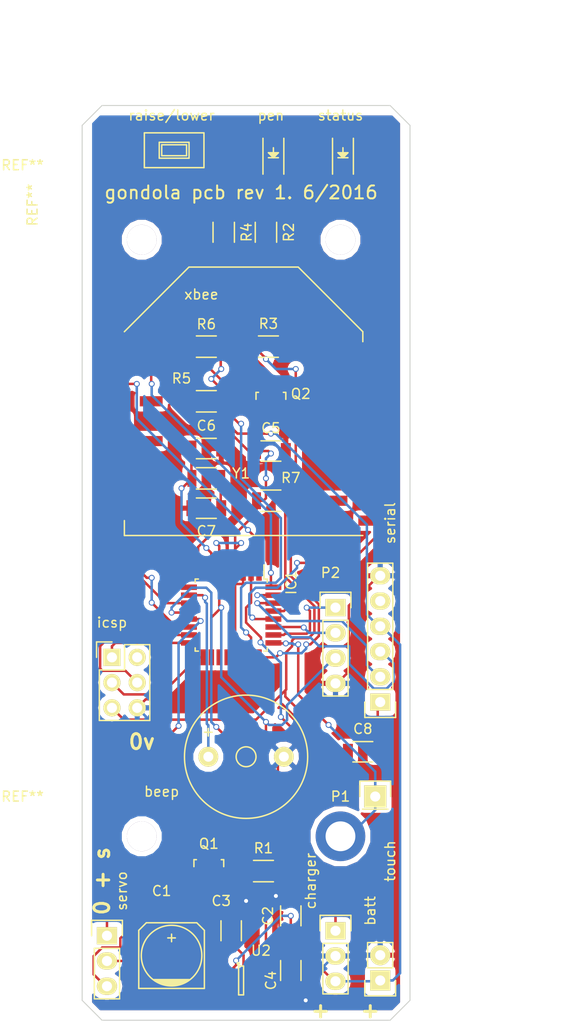
<source format=kicad_pcb>
(kicad_pcb (version 4) (host pcbnew "(2015-06-25 BZR 5821)-product")

  (general
    (links 77)
    (no_connects 0)
    (area 111.582143 14.74234 174.9 117.2)
    (thickness 1.6)
    (drawings 17)
    (tracks 474)
    (zones 0)
    (modules 36)
    (nets 33)
  )

  (page A4)
  (layers
    (0 F.Cu signal)
    (31 B.Cu signal)
    (32 B.Adhes user hide)
    (33 F.Adhes user hide)
    (34 B.Paste user hide)
    (35 F.Paste user hide)
    (36 B.SilkS user)
    (37 F.SilkS user)
    (38 B.Mask user)
    (39 F.Mask user)
    (40 Dwgs.User user hide)
    (41 Cmts.User user hide)
    (42 Eco1.User user)
    (43 Eco2.User user)
    (44 Edge.Cuts user)
    (45 Margin user hide)
    (46 B.CrtYd user hide)
    (47 F.CrtYd user hide)
    (48 B.Fab user hide)
    (49 F.Fab user hide)
  )

  (setup
    (last_trace_width 0.25)
    (trace_clearance 0.2)
    (zone_clearance 0.508)
    (zone_45_only no)
    (trace_min 0.2)
    (segment_width 0.2)
    (edge_width 0.1)
    (via_size 0.6)
    (via_drill 0.4)
    (via_min_size 0.4)
    (via_min_drill 0.3)
    (uvia_size 0.3)
    (uvia_drill 0.1)
    (uvias_allowed no)
    (uvia_min_size 0.2)
    (uvia_min_drill 0.1)
    (pcb_text_width 0.3)
    (pcb_text_size 1.5 1.5)
    (mod_edge_width 0.15)
    (mod_text_size 1 1)
    (mod_text_width 0.15)
    (pad_size 5 5)
    (pad_drill 3)
    (pad_to_mask_clearance 0)
    (aux_axis_origin 0 0)
    (visible_elements FFFEFFFF)
    (pcbplotparams
      (layerselection 0x010f0_80000001)
      (usegerberextensions false)
      (excludeedgelayer true)
      (linewidth 0.100000)
      (plotframeref false)
      (viasonmask false)
      (mode 1)
      (useauxorigin false)
      (hpglpennumber 1)
      (hpglpenspeed 20)
      (hpglpendiameter 15)
      (hpglpenoverlay 2)
      (psnegative false)
      (psa4output false)
      (plotreference true)
      (plotvalue true)
      (plotinvisibletext false)
      (padsonsilk false)
      (subtractmaskfromsilk false)
      (outputformat 1)
      (mirror false)
      (drillshape 0)
      (scaleselection 1)
      (outputdirectory fab/))
  )

  (net 0 "")
  (net 1 batt_in)
  (net 2 Earth)
  (net 3 +3V3)
  (net 4 "Net-(C6-Pad1)")
  (net 5 "Net-(C7-Pad1)")
  (net 6 reset)
  (net 7 dtr)
  (net 8 charge)
  (net 9 status)
  (net 10 "Net-(D1-Pad1)")
  (net 11 pen)
  (net 12 "Net-(D2-Pad1)")
  (net 13 xbee-rx)
  (net 14 radio-sleep)
  (net 15 servo-enable)
  (net 16 servo)
  (net 17 mosi)
  (net 18 miso)
  (net 19 sck)
  (net 20 batt-sense)
  (net 21 divider)
  (net 22 touch)
  (net 23 rx)
  (net 24 tx)
  (net 25 xbee-tx)
  (net 26 button)
  (net 27 gpio1)
  (net 28 gpio2)
  (net 29 "Net-(Q1-Pad3)")
  (net 30 "Net-(Q2-Pad3)")
  (net 31 beep)
  (net 32 "Net-(C3-Pad1)")

  (net_class Default "This is the default net class."
    (clearance 0.2)
    (trace_width 0.25)
    (via_dia 0.6)
    (via_drill 0.4)
    (uvia_dia 0.3)
    (uvia_drill 0.1)
    (add_net +3V3)
    (add_net Earth)
    (add_net "Net-(C3-Pad1)")
    (add_net "Net-(C6-Pad1)")
    (add_net "Net-(C7-Pad1)")
    (add_net "Net-(D1-Pad1)")
    (add_net "Net-(D2-Pad1)")
    (add_net "Net-(Q1-Pad3)")
    (add_net "Net-(Q2-Pad3)")
    (add_net batt-sense)
    (add_net batt_in)
    (add_net beep)
    (add_net button)
    (add_net charge)
    (add_net divider)
    (add_net dtr)
    (add_net gpio1)
    (add_net gpio2)
    (add_net miso)
    (add_net mosi)
    (add_net pen)
    (add_net radio-sleep)
    (add_net reset)
    (add_net rx)
    (add_net sck)
    (add_net servo)
    (add_net servo-enable)
    (add_net status)
    (add_net touch)
    (add_net tx)
    (add_net xbee-rx)
    (add_net xbee-tx)
  )

  (module Pin_Headers:Pin_Header_Straight_1x02 (layer F.Cu) (tedit 576A691D) (tstamp 5767CDE4)
    (at 150 113 180)
    (descr "Through hole pin header")
    (tags "pin header")
    (path /5767C3A8)
    (fp_text reference batt (at 1 7 270) (layer F.SilkS)
      (effects (font (size 1 1) (thickness 0.15)))
    )
    (fp_text value CONN_01X02 (at 0 -3.1 180) (layer F.Fab)
      (effects (font (size 1 1) (thickness 0.15)))
    )
    (fp_line (start 1.27 1.27) (end 1.27 3.81) (layer F.SilkS) (width 0.15))
    (fp_line (start 1.55 -1.55) (end 1.55 0) (layer F.SilkS) (width 0.15))
    (fp_line (start -1.75 -1.75) (end -1.75 4.3) (layer F.CrtYd) (width 0.05))
    (fp_line (start 1.75 -1.75) (end 1.75 4.3) (layer F.CrtYd) (width 0.05))
    (fp_line (start -1.75 -1.75) (end 1.75 -1.75) (layer F.CrtYd) (width 0.05))
    (fp_line (start -1.75 4.3) (end 1.75 4.3) (layer F.CrtYd) (width 0.05))
    (fp_line (start 1.27 1.27) (end -1.27 1.27) (layer F.SilkS) (width 0.15))
    (fp_line (start -1.55 0) (end -1.55 -1.55) (layer F.SilkS) (width 0.15))
    (fp_line (start -1.55 -1.55) (end 1.55 -1.55) (layer F.SilkS) (width 0.15))
    (fp_line (start -1.27 1.27) (end -1.27 3.81) (layer F.SilkS) (width 0.15))
    (fp_line (start -1.27 3.81) (end 1.27 3.81) (layer F.SilkS) (width 0.15))
    (pad 1 thru_hole rect (at 0 0 180) (size 2.032 2.032) (drill 1.016) (layers *.Cu *.Mask F.SilkS)
      (net 1 batt_in))
    (pad 2 thru_hole oval (at 0 2.54 180) (size 2.032 2.032) (drill 1.016) (layers *.Cu *.Mask F.SilkS)
      (net 2 Earth))
    (model Pin_Headers.3dshapes/Pin_Header_Straight_1x02.wrl
      (at (xyz 0 -0.05 0))
      (scale (xyz 1 1 1))
      (rotate (xyz 0 0 90))
    )
  )

  (module Capacitors_SMD:C_1206 (layer F.Cu) (tedit 5415D7BD) (tstamp 5767CE09)
    (at 141 106.5 90)
    (descr "Capacitor SMD 1206, reflow soldering, AVX (see smccp.pdf)")
    (tags "capacitor 1206")
    (path /5768159B)
    (attr smd)
    (fp_text reference C2 (at 0 -2.3 90) (layer F.SilkS)
      (effects (font (size 1 1) (thickness 0.15)))
    )
    (fp_text value 1u (at 0 2.3 90) (layer F.Fab)
      (effects (font (size 1 1) (thickness 0.15)))
    )
    (fp_line (start -2.3 -1.15) (end 2.3 -1.15) (layer F.CrtYd) (width 0.05))
    (fp_line (start -2.3 1.15) (end 2.3 1.15) (layer F.CrtYd) (width 0.05))
    (fp_line (start -2.3 -1.15) (end -2.3 1.15) (layer F.CrtYd) (width 0.05))
    (fp_line (start 2.3 -1.15) (end 2.3 1.15) (layer F.CrtYd) (width 0.05))
    (fp_line (start 1 -1.025) (end -1 -1.025) (layer F.SilkS) (width 0.15))
    (fp_line (start -1 1.025) (end 1 1.025) (layer F.SilkS) (width 0.15))
    (pad 1 smd rect (at -1.5 0 90) (size 1 1.6) (layers F.Cu F.Paste F.Mask)
      (net 1 batt_in))
    (pad 2 smd rect (at 1.5 0 90) (size 1 1.6) (layers F.Cu F.Paste F.Mask)
      (net 2 Earth))
    (model Capacitors_SMD.3dshapes/C_1206.wrl
      (at (xyz 0 0 0))
      (scale (xyz 1 1 1))
      (rotate (xyz 0 0 0))
    )
  )

  (module Capacitors_SMD:C_1206 (layer F.Cu) (tedit 576A69CC) (tstamp 5767CE2E)
    (at 141 112 90)
    (descr "Capacitor SMD 1206, reflow soldering, AVX (see smccp.pdf)")
    (tags "capacitor 1206")
    (path /576816D5)
    (attr smd)
    (fp_text reference C4 (at -1 -2 90) (layer F.SilkS)
      (effects (font (size 1 1) (thickness 0.15)))
    )
    (fp_text value 2.2u (at 0 2.3 90) (layer F.Fab)
      (effects (font (size 1 1) (thickness 0.15)))
    )
    (fp_line (start -2.3 -1.15) (end 2.3 -1.15) (layer F.CrtYd) (width 0.05))
    (fp_line (start -2.3 1.15) (end 2.3 1.15) (layer F.CrtYd) (width 0.05))
    (fp_line (start -2.3 -1.15) (end -2.3 1.15) (layer F.CrtYd) (width 0.05))
    (fp_line (start 2.3 -1.15) (end 2.3 1.15) (layer F.CrtYd) (width 0.05))
    (fp_line (start 1 -1.025) (end -1 -1.025) (layer F.SilkS) (width 0.15))
    (fp_line (start -1 1.025) (end 1 1.025) (layer F.SilkS) (width 0.15))
    (pad 1 smd rect (at -1.5 0 90) (size 1 1.6) (layers F.Cu F.Paste F.Mask)
      (net 3 +3V3))
    (pad 2 smd rect (at 1.5 0 90) (size 1 1.6) (layers F.Cu F.Paste F.Mask)
      (net 2 Earth))
    (model Capacitors_SMD.3dshapes/C_1206.wrl
      (at (xyz 0 0 0))
      (scale (xyz 1 1 1))
      (rotate (xyz 0 0 0))
    )
  )

  (module Capacitors_SMD:C_1206 (layer F.Cu) (tedit 5415D7BD) (tstamp 5767CE3A)
    (at 139 59.75)
    (descr "Capacitor SMD 1206, reflow soldering, AVX (see smccp.pdf)")
    (tags "capacitor 1206")
    (path /5767FF2E)
    (attr smd)
    (fp_text reference C5 (at 0 -2.3) (layer F.SilkS)
      (effects (font (size 1 1) (thickness 0.15)))
    )
    (fp_text value 2.2u (at 0 2.3) (layer F.Fab)
      (effects (font (size 1 1) (thickness 0.15)))
    )
    (fp_line (start -2.3 -1.15) (end 2.3 -1.15) (layer F.CrtYd) (width 0.05))
    (fp_line (start -2.3 1.15) (end 2.3 1.15) (layer F.CrtYd) (width 0.05))
    (fp_line (start -2.3 -1.15) (end -2.3 1.15) (layer F.CrtYd) (width 0.05))
    (fp_line (start 2.3 -1.15) (end 2.3 1.15) (layer F.CrtYd) (width 0.05))
    (fp_line (start 1 -1.025) (end -1 -1.025) (layer F.SilkS) (width 0.15))
    (fp_line (start -1 1.025) (end 1 1.025) (layer F.SilkS) (width 0.15))
    (pad 1 smd rect (at -1.5 0) (size 1 1.6) (layers F.Cu F.Paste F.Mask)
      (net 3 +3V3))
    (pad 2 smd rect (at 1.5 0) (size 1 1.6) (layers F.Cu F.Paste F.Mask)
      (net 2 Earth))
    (model Capacitors_SMD.3dshapes/C_1206.wrl
      (at (xyz 0 0 0))
      (scale (xyz 1 1 1))
      (rotate (xyz 0 0 0))
    )
  )

  (module Capacitors_SMD:C_1206 (layer F.Cu) (tedit 5415D7BD) (tstamp 5767CE46)
    (at 132.5 59.5)
    (descr "Capacitor SMD 1206, reflow soldering, AVX (see smccp.pdf)")
    (tags "capacitor 1206")
    (path /5767F9FD)
    (attr smd)
    (fp_text reference C6 (at 0 -2.3) (layer F.SilkS)
      (effects (font (size 1 1) (thickness 0.15)))
    )
    (fp_text value 20p (at 0 2.3) (layer F.Fab)
      (effects (font (size 1 1) (thickness 0.15)))
    )
    (fp_line (start -2.3 -1.15) (end 2.3 -1.15) (layer F.CrtYd) (width 0.05))
    (fp_line (start -2.3 1.15) (end 2.3 1.15) (layer F.CrtYd) (width 0.05))
    (fp_line (start -2.3 -1.15) (end -2.3 1.15) (layer F.CrtYd) (width 0.05))
    (fp_line (start 2.3 -1.15) (end 2.3 1.15) (layer F.CrtYd) (width 0.05))
    (fp_line (start 1 -1.025) (end -1 -1.025) (layer F.SilkS) (width 0.15))
    (fp_line (start -1 1.025) (end 1 1.025) (layer F.SilkS) (width 0.15))
    (pad 1 smd rect (at -1.5 0) (size 1 1.6) (layers F.Cu F.Paste F.Mask)
      (net 4 "Net-(C6-Pad1)"))
    (pad 2 smd rect (at 1.5 0) (size 1 1.6) (layers F.Cu F.Paste F.Mask)
      (net 2 Earth))
    (model Capacitors_SMD.3dshapes/C_1206.wrl
      (at (xyz 0 0 0))
      (scale (xyz 1 1 1))
      (rotate (xyz 0 0 0))
    )
  )

  (module Capacitors_SMD:C_1206 (layer F.Cu) (tedit 5415D7BD) (tstamp 5767CE52)
    (at 132.5 65.5 180)
    (descr "Capacitor SMD 1206, reflow soldering, AVX (see smccp.pdf)")
    (tags "capacitor 1206")
    (path /5767FAA0)
    (attr smd)
    (fp_text reference C7 (at 0 -2.3 180) (layer F.SilkS)
      (effects (font (size 1 1) (thickness 0.15)))
    )
    (fp_text value 20p (at 0 2.3 180) (layer F.Fab)
      (effects (font (size 1 1) (thickness 0.15)))
    )
    (fp_line (start -2.3 -1.15) (end 2.3 -1.15) (layer F.CrtYd) (width 0.05))
    (fp_line (start -2.3 1.15) (end 2.3 1.15) (layer F.CrtYd) (width 0.05))
    (fp_line (start -2.3 -1.15) (end -2.3 1.15) (layer F.CrtYd) (width 0.05))
    (fp_line (start 2.3 -1.15) (end 2.3 1.15) (layer F.CrtYd) (width 0.05))
    (fp_line (start 1 -1.025) (end -1 -1.025) (layer F.SilkS) (width 0.15))
    (fp_line (start -1 1.025) (end 1 1.025) (layer F.SilkS) (width 0.15))
    (pad 1 smd rect (at -1.5 0 180) (size 1 1.6) (layers F.Cu F.Paste F.Mask)
      (net 5 "Net-(C7-Pad1)"))
    (pad 2 smd rect (at 1.5 0 180) (size 1 1.6) (layers F.Cu F.Paste F.Mask)
      (net 2 Earth))
    (model Capacitors_SMD.3dshapes/C_1206.wrl
      (at (xyz 0 0 0))
      (scale (xyz 1 1 1))
      (rotate (xyz 0 0 0))
    )
  )

  (module Capacitors_SMD:C_1206 (layer F.Cu) (tedit 5415D7BD) (tstamp 5767CE5E)
    (at 148.25 90)
    (descr "Capacitor SMD 1206, reflow soldering, AVX (see smccp.pdf)")
    (tags "capacitor 1206")
    (path /57687C79)
    (attr smd)
    (fp_text reference C8 (at 0 -2.3) (layer F.SilkS)
      (effects (font (size 1 1) (thickness 0.15)))
    )
    (fp_text value 100n (at 0 2.3) (layer F.Fab)
      (effects (font (size 1 1) (thickness 0.15)))
    )
    (fp_line (start -2.3 -1.15) (end 2.3 -1.15) (layer F.CrtYd) (width 0.05))
    (fp_line (start -2.3 1.15) (end 2.3 1.15) (layer F.CrtYd) (width 0.05))
    (fp_line (start -2.3 -1.15) (end -2.3 1.15) (layer F.CrtYd) (width 0.05))
    (fp_line (start 2.3 -1.15) (end 2.3 1.15) (layer F.CrtYd) (width 0.05))
    (fp_line (start 1 -1.025) (end -1 -1.025) (layer F.SilkS) (width 0.15))
    (fp_line (start -1 1.025) (end 1 1.025) (layer F.SilkS) (width 0.15))
    (pad 1 smd rect (at -1.5 0) (size 1 1.6) (layers F.Cu F.Paste F.Mask)
      (net 6 reset))
    (pad 2 smd rect (at 1.5 0) (size 1 1.6) (layers F.Cu F.Paste F.Mask)
      (net 7 dtr))
    (model Capacitors_SMD.3dshapes/C_1206.wrl
      (at (xyz 0 0 0))
      (scale (xyz 1 1 1))
      (rotate (xyz 0 0 0))
    )
  )

  (module Pin_Headers:Pin_Header_Straight_1x03 (layer F.Cu) (tedit 576A6921) (tstamp 5767CE70)
    (at 145.5 108)
    (descr "Through hole pin header")
    (tags "pin header")
    (path /5767C2AC)
    (fp_text reference charger (at -2.5 -5 90) (layer F.SilkS)
      (effects (font (size 1 1) (thickness 0.15)))
    )
    (fp_text value CONN_01X03 (at 0 -3.1) (layer F.Fab)
      (effects (font (size 1 1) (thickness 0.15)))
    )
    (fp_line (start -1.75 -1.75) (end -1.75 6.85) (layer F.CrtYd) (width 0.05))
    (fp_line (start 1.75 -1.75) (end 1.75 6.85) (layer F.CrtYd) (width 0.05))
    (fp_line (start -1.75 -1.75) (end 1.75 -1.75) (layer F.CrtYd) (width 0.05))
    (fp_line (start -1.75 6.85) (end 1.75 6.85) (layer F.CrtYd) (width 0.05))
    (fp_line (start -1.27 1.27) (end -1.27 6.35) (layer F.SilkS) (width 0.15))
    (fp_line (start -1.27 6.35) (end 1.27 6.35) (layer F.SilkS) (width 0.15))
    (fp_line (start 1.27 6.35) (end 1.27 1.27) (layer F.SilkS) (width 0.15))
    (fp_line (start 1.55 -1.55) (end 1.55 0) (layer F.SilkS) (width 0.15))
    (fp_line (start 1.27 1.27) (end -1.27 1.27) (layer F.SilkS) (width 0.15))
    (fp_line (start -1.55 0) (end -1.55 -1.55) (layer F.SilkS) (width 0.15))
    (fp_line (start -1.55 -1.55) (end 1.55 -1.55) (layer F.SilkS) (width 0.15))
    (pad 1 thru_hole rect (at 0 0) (size 2.032 1.7272) (drill 1.016) (layers *.Cu *.Mask F.SilkS)
      (net 8 charge))
    (pad 2 thru_hole oval (at 0 2.54) (size 2.032 1.7272) (drill 1.016) (layers *.Cu *.Mask F.SilkS)
      (net 2 Earth))
    (pad 3 thru_hole oval (at 0 5.08) (size 2.032 1.7272) (drill 1.016) (layers *.Cu *.Mask F.SilkS)
      (net 1 batt_in))
    (model Pin_Headers.3dshapes/Pin_Header_Straight_1x03.wrl
      (at (xyz 0 -0.1 0))
      (scale (xyz 1 1 1))
      (rotate (xyz 0 0 90))
    )
  )

  (module LEDs:LED-1206 (layer F.Cu) (tedit 576A69B5) (tstamp 5767CE86)
    (at 146.25 29.75 90)
    (descr "LED 1206 smd package")
    (tags "LED1206 SMD")
    (path /5767CB93)
    (attr smd)
    (fp_text reference status (at 3.75 -0.25 180) (layer F.SilkS)
      (effects (font (size 1 1) (thickness 0.15)))
    )
    (fp_text value LED (at 0 2 90) (layer F.Fab)
      (effects (font (size 1 1) (thickness 0.15)))
    )
    (fp_line (start -2.15 1.05) (end 1.45 1.05) (layer F.SilkS) (width 0.15))
    (fp_line (start -2.15 -1.05) (end 1.45 -1.05) (layer F.SilkS) (width 0.15))
    (fp_line (start -0.1 -0.3) (end -0.1 0.3) (layer F.SilkS) (width 0.15))
    (fp_line (start -0.1 0.3) (end -0.4 0) (layer F.SilkS) (width 0.15))
    (fp_line (start -0.4 0) (end -0.2 -0.2) (layer F.SilkS) (width 0.15))
    (fp_line (start -0.2 -0.2) (end -0.2 0.05) (layer F.SilkS) (width 0.15))
    (fp_line (start -0.2 0.05) (end -0.25 0) (layer F.SilkS) (width 0.15))
    (fp_line (start -0.5 -0.5) (end -0.5 0.5) (layer F.SilkS) (width 0.15))
    (fp_line (start 0 0) (end 0.5 0) (layer F.SilkS) (width 0.15))
    (fp_line (start -0.5 0) (end 0 -0.5) (layer F.SilkS) (width 0.15))
    (fp_line (start 0 -0.5) (end 0 0.5) (layer F.SilkS) (width 0.15))
    (fp_line (start 0 0.5) (end -0.5 0) (layer F.SilkS) (width 0.15))
    (fp_line (start 2.5 -1.25) (end -2.5 -1.25) (layer F.CrtYd) (width 0.05))
    (fp_line (start -2.5 -1.25) (end -2.5 1.25) (layer F.CrtYd) (width 0.05))
    (fp_line (start -2.5 1.25) (end 2.5 1.25) (layer F.CrtYd) (width 0.05))
    (fp_line (start 2.5 1.25) (end 2.5 -1.25) (layer F.CrtYd) (width 0.05))
    (pad 2 smd rect (at 1.41986 0 270) (size 1.59766 1.80086) (layers F.Cu F.Paste F.Mask)
      (net 9 status))
    (pad 1 smd rect (at -1.41986 0 270) (size 1.59766 1.80086) (layers F.Cu F.Paste F.Mask)
      (net 10 "Net-(D1-Pad1)"))
  )

  (module LEDs:LED-1206 (layer F.Cu) (tedit 576A69AB) (tstamp 5767CE9C)
    (at 139.25 29.75 90)
    (descr "LED 1206 smd package")
    (tags "LED1206 SMD")
    (path /5767CBF3)
    (attr smd)
    (fp_text reference pen (at 3.75 -0.25 180) (layer F.SilkS)
      (effects (font (size 1 1) (thickness 0.15)))
    )
    (fp_text value LED (at 0 2 90) (layer F.Fab)
      (effects (font (size 1 1) (thickness 0.15)))
    )
    (fp_line (start -2.15 1.05) (end 1.45 1.05) (layer F.SilkS) (width 0.15))
    (fp_line (start -2.15 -1.05) (end 1.45 -1.05) (layer F.SilkS) (width 0.15))
    (fp_line (start -0.1 -0.3) (end -0.1 0.3) (layer F.SilkS) (width 0.15))
    (fp_line (start -0.1 0.3) (end -0.4 0) (layer F.SilkS) (width 0.15))
    (fp_line (start -0.4 0) (end -0.2 -0.2) (layer F.SilkS) (width 0.15))
    (fp_line (start -0.2 -0.2) (end -0.2 0.05) (layer F.SilkS) (width 0.15))
    (fp_line (start -0.2 0.05) (end -0.25 0) (layer F.SilkS) (width 0.15))
    (fp_line (start -0.5 -0.5) (end -0.5 0.5) (layer F.SilkS) (width 0.15))
    (fp_line (start 0 0) (end 0.5 0) (layer F.SilkS) (width 0.15))
    (fp_line (start -0.5 0) (end 0 -0.5) (layer F.SilkS) (width 0.15))
    (fp_line (start 0 -0.5) (end 0 0.5) (layer F.SilkS) (width 0.15))
    (fp_line (start 0 0.5) (end -0.5 0) (layer F.SilkS) (width 0.15))
    (fp_line (start 2.5 -1.25) (end -2.5 -1.25) (layer F.CrtYd) (width 0.05))
    (fp_line (start -2.5 -1.25) (end -2.5 1.25) (layer F.CrtYd) (width 0.05))
    (fp_line (start -2.5 1.25) (end 2.5 1.25) (layer F.CrtYd) (width 0.05))
    (fp_line (start 2.5 1.25) (end 2.5 -1.25) (layer F.CrtYd) (width 0.05))
    (pad 2 smd rect (at 1.41986 0 270) (size 1.59766 1.80086) (layers F.Cu F.Paste F.Mask)
      (net 11 pen))
    (pad 1 smd rect (at -1.41986 0 270) (size 1.59766 1.80086) (layers F.Cu F.Paste F.Mask)
      (net 12 "Net-(D2-Pad1)"))
  )

  (module Housings_QFP:TQFP-32_7x7mm_Pitch0.8mm (layer F.Cu) (tedit 54130A77) (tstamp 5767CECD)
    (at 135 76.25 270)
    (descr "32-Lead Plastic Thin Quad Flatpack (PT) - 7x7x1.0 mm Body, 2.00 mm [TQFP] (see Microchip Packaging Specification 00000049BS.pdf)")
    (tags "QFP 0.8")
    (path /5767B7D4)
    (attr smd)
    (fp_text reference IC1 (at -3.25 -6.05 270) (layer F.SilkS)
      (effects (font (size 1 1) (thickness 0.15)))
    )
    (fp_text value ATMEGA328P-A (at 0 6.05 270) (layer F.Fab)
      (effects (font (size 1 1) (thickness 0.15)))
    )
    (fp_line (start -5.3 -5.3) (end -5.3 5.3) (layer F.CrtYd) (width 0.05))
    (fp_line (start 5.3 -5.3) (end 5.3 5.3) (layer F.CrtYd) (width 0.05))
    (fp_line (start -5.3 -5.3) (end 5.3 -5.3) (layer F.CrtYd) (width 0.05))
    (fp_line (start -5.3 5.3) (end 5.3 5.3) (layer F.CrtYd) (width 0.05))
    (fp_line (start -3.625 -3.625) (end -3.625 -3.3) (layer F.SilkS) (width 0.15))
    (fp_line (start 3.625 -3.625) (end 3.625 -3.3) (layer F.SilkS) (width 0.15))
    (fp_line (start 3.625 3.625) (end 3.625 3.3) (layer F.SilkS) (width 0.15))
    (fp_line (start -3.625 3.625) (end -3.625 3.3) (layer F.SilkS) (width 0.15))
    (fp_line (start -3.625 -3.625) (end -3.3 -3.625) (layer F.SilkS) (width 0.15))
    (fp_line (start -3.625 3.625) (end -3.3 3.625) (layer F.SilkS) (width 0.15))
    (fp_line (start 3.625 3.625) (end 3.3 3.625) (layer F.SilkS) (width 0.15))
    (fp_line (start 3.625 -3.625) (end 3.3 -3.625) (layer F.SilkS) (width 0.15))
    (fp_line (start -3.625 -3.3) (end -5.05 -3.3) (layer F.SilkS) (width 0.15))
    (pad 1 smd rect (at -4.25 -2.8 270) (size 1.6 0.55) (layers F.Cu F.Paste F.Mask)
      (net 13 xbee-rx))
    (pad 2 smd rect (at -4.25 -2 270) (size 1.6 0.55) (layers F.Cu F.Paste F.Mask)
      (net 8 charge))
    (pad 3 smd rect (at -4.25 -1.2 270) (size 1.6 0.55) (layers F.Cu F.Paste F.Mask)
      (net 2 Earth))
    (pad 4 smd rect (at -4.25 -0.4 270) (size 1.6 0.55) (layers F.Cu F.Paste F.Mask)
      (net 3 +3V3))
    (pad 5 smd rect (at -4.25 0.4 270) (size 1.6 0.55) (layers F.Cu F.Paste F.Mask)
      (net 2 Earth))
    (pad 6 smd rect (at -4.25 1.2 270) (size 1.6 0.55) (layers F.Cu F.Paste F.Mask)
      (net 3 +3V3))
    (pad 7 smd rect (at -4.25 2 270) (size 1.6 0.55) (layers F.Cu F.Paste F.Mask)
      (net 4 "Net-(C6-Pad1)"))
    (pad 8 smd rect (at -4.25 2.8 270) (size 1.6 0.55) (layers F.Cu F.Paste F.Mask)
      (net 5 "Net-(C7-Pad1)"))
    (pad 9 smd rect (at -2.8 4.25) (size 1.6 0.55) (layers F.Cu F.Paste F.Mask)
      (net 14 radio-sleep))
    (pad 10 smd rect (at -2 4.25) (size 1.6 0.55) (layers F.Cu F.Paste F.Mask)
      (net 31 beep))
    (pad 11 smd rect (at -1.2 4.25) (size 1.6 0.55) (layers F.Cu F.Paste F.Mask)
      (net 11 pen))
    (pad 12 smd rect (at -0.4 4.25) (size 1.6 0.55) (layers F.Cu F.Paste F.Mask)
      (net 15 servo-enable))
    (pad 13 smd rect (at 0.4 4.25) (size 1.6 0.55) (layers F.Cu F.Paste F.Mask)
      (net 16 servo))
    (pad 14 smd rect (at 1.2 4.25) (size 1.6 0.55) (layers F.Cu F.Paste F.Mask)
      (net 26 button))
    (pad 15 smd rect (at 2 4.25) (size 1.6 0.55) (layers F.Cu F.Paste F.Mask)
      (net 17 mosi))
    (pad 16 smd rect (at 2.8 4.25) (size 1.6 0.55) (layers F.Cu F.Paste F.Mask)
      (net 18 miso))
    (pad 17 smd rect (at 4.25 2.8 270) (size 1.6 0.55) (layers F.Cu F.Paste F.Mask)
      (net 19 sck))
    (pad 18 smd rect (at 4.25 2 270) (size 1.6 0.55) (layers F.Cu F.Paste F.Mask)
      (net 3 +3V3))
    (pad 19 smd rect (at 4.25 1.2 270) (size 1.6 0.55) (layers F.Cu F.Paste F.Mask))
    (pad 20 smd rect (at 4.25 0.4 270) (size 1.6 0.55) (layers F.Cu F.Paste F.Mask))
    (pad 21 smd rect (at 4.25 -0.4 270) (size 1.6 0.55) (layers F.Cu F.Paste F.Mask)
      (net 2 Earth))
    (pad 22 smd rect (at 4.25 -1.2 270) (size 1.6 0.55) (layers F.Cu F.Paste F.Mask))
    (pad 23 smd rect (at 4.25 -2 270) (size 1.6 0.55) (layers F.Cu F.Paste F.Mask)
      (net 20 batt-sense))
    (pad 24 smd rect (at 4.25 -2.8 270) (size 1.6 0.55) (layers F.Cu F.Paste F.Mask)
      (net 21 divider))
    (pad 25 smd rect (at 2.8 -4.25) (size 1.6 0.55) (layers F.Cu F.Paste F.Mask)
      (net 22 touch))
    (pad 26 smd rect (at 2 -4.25) (size 1.6 0.55) (layers F.Cu F.Paste F.Mask)
      (net 27 gpio1))
    (pad 27 smd rect (at 1.2 -4.25) (size 1.6 0.55) (layers F.Cu F.Paste F.Mask)
      (net 28 gpio2))
    (pad 28 smd rect (at 0.4 -4.25) (size 1.6 0.55) (layers F.Cu F.Paste F.Mask)
      (net 9 status))
    (pad 29 smd rect (at -0.4 -4.25) (size 1.6 0.55) (layers F.Cu F.Paste F.Mask)
      (net 6 reset))
    (pad 30 smd rect (at -1.2 -4.25) (size 1.6 0.55) (layers F.Cu F.Paste F.Mask)
      (net 23 rx))
    (pad 31 smd rect (at -2 -4.25) (size 1.6 0.55) (layers F.Cu F.Paste F.Mask)
      (net 24 tx))
    (pad 32 smd rect (at -2.8 -4.25) (size 1.6 0.55) (layers F.Cu F.Paste F.Mask)
      (net 25 xbee-tx))
    (model Housings_QFP.3dshapes/TQFP-32_7x7mm_Pitch0.8mm.wrl
      (at (xyz 0 0 0))
      (scale (xyz 1 1 1))
      (rotate (xyz 0 0 0))
    )
  )

  (module Pin_Headers:Pin_Header_Straight_2x03 (layer F.Cu) (tedit 576A692E) (tstamp 5767CEE4)
    (at 123 80.5)
    (descr "Through hole pin header")
    (tags "pin header")
    (path /5767BC7D)
    (fp_text reference icsp (at 0 -3.5) (layer F.SilkS)
      (effects (font (size 1 1) (thickness 0.15)))
    )
    (fp_text value CONN_02X03 (at 0 -3.1) (layer F.Fab)
      (effects (font (size 1 1) (thickness 0.15)))
    )
    (fp_line (start -1.27 1.27) (end -1.27 6.35) (layer F.SilkS) (width 0.15))
    (fp_line (start -1.55 -1.55) (end 0 -1.55) (layer F.SilkS) (width 0.15))
    (fp_line (start -1.75 -1.75) (end -1.75 6.85) (layer F.CrtYd) (width 0.05))
    (fp_line (start 4.3 -1.75) (end 4.3 6.85) (layer F.CrtYd) (width 0.05))
    (fp_line (start -1.75 -1.75) (end 4.3 -1.75) (layer F.CrtYd) (width 0.05))
    (fp_line (start -1.75 6.85) (end 4.3 6.85) (layer F.CrtYd) (width 0.05))
    (fp_line (start 1.27 -1.27) (end 1.27 1.27) (layer F.SilkS) (width 0.15))
    (fp_line (start 1.27 1.27) (end -1.27 1.27) (layer F.SilkS) (width 0.15))
    (fp_line (start -1.27 6.35) (end 3.81 6.35) (layer F.SilkS) (width 0.15))
    (fp_line (start 3.81 6.35) (end 3.81 1.27) (layer F.SilkS) (width 0.15))
    (fp_line (start -1.55 -1.55) (end -1.55 0) (layer F.SilkS) (width 0.15))
    (fp_line (start 3.81 -1.27) (end 1.27 -1.27) (layer F.SilkS) (width 0.15))
    (fp_line (start 3.81 1.27) (end 3.81 -1.27) (layer F.SilkS) (width 0.15))
    (pad 1 thru_hole rect (at 0 0) (size 1.7272 1.7272) (drill 1.016) (layers *.Cu *.Mask F.SilkS)
      (net 18 miso))
    (pad 2 thru_hole oval (at 2.54 0) (size 1.7272 1.7272) (drill 1.016) (layers *.Cu *.Mask F.SilkS))
    (pad 3 thru_hole oval (at 0 2.54) (size 1.7272 1.7272) (drill 1.016) (layers *.Cu *.Mask F.SilkS)
      (net 19 sck))
    (pad 4 thru_hole oval (at 2.54 2.54) (size 1.7272 1.7272) (drill 1.016) (layers *.Cu *.Mask F.SilkS)
      (net 17 mosi))
    (pad 5 thru_hole oval (at 0 5.08) (size 1.7272 1.7272) (drill 1.016) (layers *.Cu *.Mask F.SilkS)
      (net 6 reset))
    (pad 6 thru_hole oval (at 2.54 5.08) (size 1.7272 1.7272) (drill 1.016) (layers *.Cu *.Mask F.SilkS)
      (net 2 Earth))
    (model Pin_Headers.3dshapes/Pin_Header_Straight_2x03.wrl
      (at (xyz 0.05 -0.1 0))
      (scale (xyz 1 1 1))
      (rotate (xyz 0 0 90))
    )
  )

  (module Resistors_SMD:R_1206 (layer F.Cu) (tedit 5415CFA7) (tstamp 5767CEFD)
    (at 138.25 102)
    (descr "Resistor SMD 1206, reflow soldering, Vishay (see dcrcw.pdf)")
    (tags "resistor 1206")
    (path /5768306D)
    (attr smd)
    (fp_text reference R1 (at 0 -2.3) (layer F.SilkS)
      (effects (font (size 1 1) (thickness 0.15)))
    )
    (fp_text value 10k (at 0 2.3) (layer F.Fab)
      (effects (font (size 1 1) (thickness 0.15)))
    )
    (fp_line (start -2.2 -1.2) (end 2.2 -1.2) (layer F.CrtYd) (width 0.05))
    (fp_line (start -2.2 1.2) (end 2.2 1.2) (layer F.CrtYd) (width 0.05))
    (fp_line (start -2.2 -1.2) (end -2.2 1.2) (layer F.CrtYd) (width 0.05))
    (fp_line (start 2.2 -1.2) (end 2.2 1.2) (layer F.CrtYd) (width 0.05))
    (fp_line (start 1 1.075) (end -1 1.075) (layer F.SilkS) (width 0.15))
    (fp_line (start -1 -1.075) (end 1 -1.075) (layer F.SilkS) (width 0.15))
    (pad 1 smd rect (at -1.45 0) (size 0.9 1.7) (layers F.Cu F.Paste F.Mask)
      (net 15 servo-enable))
    (pad 2 smd rect (at 1.45 0) (size 0.9 1.7) (layers F.Cu F.Paste F.Mask)
      (net 2 Earth))
    (model Resistors_SMD.3dshapes/R_1206.wrl
      (at (xyz 0 0 0))
      (scale (xyz 1 1 1))
      (rotate (xyz 0 0 0))
    )
  )

  (module Resistors_SMD:R_1206 (layer F.Cu) (tedit 5415CFA7) (tstamp 5767CF09)
    (at 138.5 37.75 270)
    (descr "Resistor SMD 1206, reflow soldering, Vishay (see dcrcw.pdf)")
    (tags "resistor 1206")
    (path /5767CC2F)
    (attr smd)
    (fp_text reference R2 (at 0 -2.3 270) (layer F.SilkS)
      (effects (font (size 1 1) (thickness 0.15)))
    )
    (fp_text value R (at 0 2.3 270) (layer F.Fab)
      (effects (font (size 1 1) (thickness 0.15)))
    )
    (fp_line (start -2.2 -1.2) (end 2.2 -1.2) (layer F.CrtYd) (width 0.05))
    (fp_line (start -2.2 1.2) (end 2.2 1.2) (layer F.CrtYd) (width 0.05))
    (fp_line (start -2.2 -1.2) (end -2.2 1.2) (layer F.CrtYd) (width 0.05))
    (fp_line (start 2.2 -1.2) (end 2.2 1.2) (layer F.CrtYd) (width 0.05))
    (fp_line (start 1 1.075) (end -1 1.075) (layer F.SilkS) (width 0.15))
    (fp_line (start -1 -1.075) (end 1 -1.075) (layer F.SilkS) (width 0.15))
    (pad 1 smd rect (at -1.45 0 270) (size 0.9 1.7) (layers F.Cu F.Paste F.Mask)
      (net 10 "Net-(D1-Pad1)"))
    (pad 2 smd rect (at 1.45 0 270) (size 0.9 1.7) (layers F.Cu F.Paste F.Mask)
      (net 2 Earth))
    (model Resistors_SMD.3dshapes/R_1206.wrl
      (at (xyz 0 0 0))
      (scale (xyz 1 1 1))
      (rotate (xyz 0 0 0))
    )
  )

  (module Resistors_SMD:R_1206 (layer F.Cu) (tedit 5415CFA7) (tstamp 5767CF15)
    (at 138.75 49.25)
    (descr "Resistor SMD 1206, reflow soldering, Vishay (see dcrcw.pdf)")
    (tags "resistor 1206")
    (path /57684A0F)
    (attr smd)
    (fp_text reference R3 (at 0 -2.3) (layer F.SilkS)
      (effects (font (size 1 1) (thickness 0.15)))
    )
    (fp_text value 10k (at 0 2.3) (layer F.Fab)
      (effects (font (size 1 1) (thickness 0.15)))
    )
    (fp_line (start -2.2 -1.2) (end 2.2 -1.2) (layer F.CrtYd) (width 0.05))
    (fp_line (start -2.2 1.2) (end 2.2 1.2) (layer F.CrtYd) (width 0.05))
    (fp_line (start -2.2 -1.2) (end -2.2 1.2) (layer F.CrtYd) (width 0.05))
    (fp_line (start 2.2 -1.2) (end 2.2 1.2) (layer F.CrtYd) (width 0.05))
    (fp_line (start 1 1.075) (end -1 1.075) (layer F.SilkS) (width 0.15))
    (fp_line (start -1 -1.075) (end 1 -1.075) (layer F.SilkS) (width 0.15))
    (pad 1 smd rect (at -1.45 0) (size 0.9 1.7) (layers F.Cu F.Paste F.Mask)
      (net 21 divider))
    (pad 2 smd rect (at 1.45 0) (size 0.9 1.7) (layers F.Cu F.Paste F.Mask)
      (net 2 Earth))
    (model Resistors_SMD.3dshapes/R_1206.wrl
      (at (xyz 0 0 0))
      (scale (xyz 1 1 1))
      (rotate (xyz 0 0 0))
    )
  )

  (module Resistors_SMD:R_1206 (layer F.Cu) (tedit 5415CFA7) (tstamp 5767CF21)
    (at 134.25 37.75 270)
    (descr "Resistor SMD 1206, reflow soldering, Vishay (see dcrcw.pdf)")
    (tags "resistor 1206")
    (path /5767CCBE)
    (attr smd)
    (fp_text reference R4 (at 0 -2.3 270) (layer F.SilkS)
      (effects (font (size 1 1) (thickness 0.15)))
    )
    (fp_text value R (at 0 2.3 270) (layer F.Fab)
      (effects (font (size 1 1) (thickness 0.15)))
    )
    (fp_line (start -2.2 -1.2) (end 2.2 -1.2) (layer F.CrtYd) (width 0.05))
    (fp_line (start -2.2 1.2) (end 2.2 1.2) (layer F.CrtYd) (width 0.05))
    (fp_line (start -2.2 -1.2) (end -2.2 1.2) (layer F.CrtYd) (width 0.05))
    (fp_line (start 2.2 -1.2) (end 2.2 1.2) (layer F.CrtYd) (width 0.05))
    (fp_line (start 1 1.075) (end -1 1.075) (layer F.SilkS) (width 0.15))
    (fp_line (start -1 -1.075) (end 1 -1.075) (layer F.SilkS) (width 0.15))
    (pad 1 smd rect (at -1.45 0 270) (size 0.9 1.7) (layers F.Cu F.Paste F.Mask)
      (net 12 "Net-(D2-Pad1)"))
    (pad 2 smd rect (at 1.45 0 270) (size 0.9 1.7) (layers F.Cu F.Paste F.Mask)
      (net 2 Earth))
    (model Resistors_SMD.3dshapes/R_1206.wrl
      (at (xyz 0 0 0))
      (scale (xyz 1 1 1))
      (rotate (xyz 0 0 0))
    )
  )

  (module Resistors_SMD:R_1206 (layer F.Cu) (tedit 5415CFA7) (tstamp 5767CF2D)
    (at 132.5 54.75)
    (descr "Resistor SMD 1206, reflow soldering, Vishay (see dcrcw.pdf)")
    (tags "resistor 1206")
    (path /57682061)
    (attr smd)
    (fp_text reference R5 (at -2.5 -2.3) (layer F.SilkS)
      (effects (font (size 1 1) (thickness 0.15)))
    )
    (fp_text value R (at 0 2.3) (layer F.Fab)
      (effects (font (size 1 1) (thickness 0.15)))
    )
    (fp_line (start -2.2 -1.2) (end 2.2 -1.2) (layer F.CrtYd) (width 0.05))
    (fp_line (start -2.2 1.2) (end 2.2 1.2) (layer F.CrtYd) (width 0.05))
    (fp_line (start -2.2 -1.2) (end -2.2 1.2) (layer F.CrtYd) (width 0.05))
    (fp_line (start 2.2 -1.2) (end 2.2 1.2) (layer F.CrtYd) (width 0.05))
    (fp_line (start 1 1.075) (end -1 1.075) (layer F.SilkS) (width 0.15))
    (fp_line (start -1 -1.075) (end 1 -1.075) (layer F.SilkS) (width 0.15))
    (pad 1 smd rect (at -1.45 0) (size 0.9 1.7) (layers F.Cu F.Paste F.Mask)
      (net 1 batt_in))
    (pad 2 smd rect (at 1.45 0) (size 0.9 1.7) (layers F.Cu F.Paste F.Mask)
      (net 20 batt-sense))
    (model Resistors_SMD.3dshapes/R_1206.wrl
      (at (xyz 0 0 0))
      (scale (xyz 1 1 1))
      (rotate (xyz 0 0 0))
    )
  )

  (module Resistors_SMD:R_1206 (layer F.Cu) (tedit 5415CFA7) (tstamp 5767CF39)
    (at 132.5 49.25 180)
    (descr "Resistor SMD 1206, reflow soldering, Vishay (see dcrcw.pdf)")
    (tags "resistor 1206")
    (path /57681F70)
    (attr smd)
    (fp_text reference R6 (at 0 2.25 180) (layer F.SilkS)
      (effects (font (size 1 1) (thickness 0.15)))
    )
    (fp_text value R (at 0 2.3 180) (layer F.Fab)
      (effects (font (size 1 1) (thickness 0.15)))
    )
    (fp_line (start -2.2 -1.2) (end 2.2 -1.2) (layer F.CrtYd) (width 0.05))
    (fp_line (start -2.2 1.2) (end 2.2 1.2) (layer F.CrtYd) (width 0.05))
    (fp_line (start -2.2 -1.2) (end -2.2 1.2) (layer F.CrtYd) (width 0.05))
    (fp_line (start 2.2 -1.2) (end 2.2 1.2) (layer F.CrtYd) (width 0.05))
    (fp_line (start 1 1.075) (end -1 1.075) (layer F.SilkS) (width 0.15))
    (fp_line (start -1 -1.075) (end 1 -1.075) (layer F.SilkS) (width 0.15))
    (pad 1 smd rect (at -1.45 0 180) (size 0.9 1.7) (layers F.Cu F.Paste F.Mask)
      (net 20 batt-sense))
    (pad 2 smd rect (at 1.45 0 180) (size 0.9 1.7) (layers F.Cu F.Paste F.Mask)
      (net 30 "Net-(Q2-Pad3)"))
    (model Resistors_SMD.3dshapes/R_1206.wrl
      (at (xyz 0 0 0))
      (scale (xyz 1 1 1))
      (rotate (xyz 0 0 0))
    )
  )

  (module Resistors_SMD:R_1206 (layer F.Cu) (tedit 5415CFA7) (tstamp 5767CF45)
    (at 139 64.75)
    (descr "Resistor SMD 1206, reflow soldering, Vishay (see dcrcw.pdf)")
    (tags "resistor 1206")
    (path /5767FBDD)
    (attr smd)
    (fp_text reference R7 (at 2 -2.3) (layer F.SilkS)
      (effects (font (size 1 1) (thickness 0.15)))
    )
    (fp_text value 20k (at 0 2.3) (layer F.Fab)
      (effects (font (size 1 1) (thickness 0.15)))
    )
    (fp_line (start -2.2 -1.2) (end 2.2 -1.2) (layer F.CrtYd) (width 0.05))
    (fp_line (start -2.2 1.2) (end 2.2 1.2) (layer F.CrtYd) (width 0.05))
    (fp_line (start -2.2 -1.2) (end -2.2 1.2) (layer F.CrtYd) (width 0.05))
    (fp_line (start 2.2 -1.2) (end 2.2 1.2) (layer F.CrtYd) (width 0.05))
    (fp_line (start 1 1.075) (end -1 1.075) (layer F.SilkS) (width 0.15))
    (fp_line (start -1 -1.075) (end 1 -1.075) (layer F.SilkS) (width 0.15))
    (pad 1 smd rect (at -1.45 0) (size 0.9 1.7) (layers F.Cu F.Paste F.Mask)
      (net 3 +3V3))
    (pad 2 smd rect (at 1.45 0) (size 0.9 1.7) (layers F.Cu F.Paste F.Mask)
      (net 6 reset))
    (model Resistors_SMD.3dshapes/R_1206.wrl
      (at (xyz 0 0 0))
      (scale (xyz 1 1 1))
      (rotate (xyz 0 0 0))
    )
  )

  (module Pin_Headers:Pin_Header_Straight_1x06 (layer F.Cu) (tedit 576A6955) (tstamp 5767CF5A)
    (at 150 85 180)
    (descr "Through hole pin header")
    (tags "pin header")
    (path /5767CB11)
    (fp_text reference serial (at -1 18 270) (layer F.SilkS)
      (effects (font (size 1 1) (thickness 0.15)))
    )
    (fp_text value CONN_01X06 (at 0 -3.1 180) (layer F.Fab)
      (effects (font (size 1 1) (thickness 0.15)))
    )
    (fp_line (start -1.75 -1.75) (end -1.75 14.45) (layer F.CrtYd) (width 0.05))
    (fp_line (start 1.75 -1.75) (end 1.75 14.45) (layer F.CrtYd) (width 0.05))
    (fp_line (start -1.75 -1.75) (end 1.75 -1.75) (layer F.CrtYd) (width 0.05))
    (fp_line (start -1.75 14.45) (end 1.75 14.45) (layer F.CrtYd) (width 0.05))
    (fp_line (start 1.27 1.27) (end 1.27 13.97) (layer F.SilkS) (width 0.15))
    (fp_line (start 1.27 13.97) (end -1.27 13.97) (layer F.SilkS) (width 0.15))
    (fp_line (start -1.27 13.97) (end -1.27 1.27) (layer F.SilkS) (width 0.15))
    (fp_line (start 1.55 -1.55) (end 1.55 0) (layer F.SilkS) (width 0.15))
    (fp_line (start 1.27 1.27) (end -1.27 1.27) (layer F.SilkS) (width 0.15))
    (fp_line (start -1.55 0) (end -1.55 -1.55) (layer F.SilkS) (width 0.15))
    (fp_line (start -1.55 -1.55) (end 1.55 -1.55) (layer F.SilkS) (width 0.15))
    (pad 1 thru_hole rect (at 0 0 180) (size 2.032 1.7272) (drill 1.016) (layers *.Cu *.Mask F.SilkS)
      (net 7 dtr))
    (pad 2 thru_hole oval (at 0 2.54 180) (size 2.032 1.7272) (drill 1.016) (layers *.Cu *.Mask F.SilkS)
      (net 24 tx))
    (pad 3 thru_hole oval (at 0 5.08 180) (size 2.032 1.7272) (drill 1.016) (layers *.Cu *.Mask F.SilkS)
      (net 23 rx))
    (pad 4 thru_hole oval (at 0 7.62 180) (size 2.032 1.7272) (drill 1.016) (layers *.Cu *.Mask F.SilkS)
      (net 1 batt_in))
    (pad 5 thru_hole oval (at 0 10.16 180) (size 2.032 1.7272) (drill 1.016) (layers *.Cu *.Mask F.SilkS))
    (pad 6 thru_hole oval (at 0 12.7 180) (size 2.032 1.7272) (drill 1.016) (layers *.Cu *.Mask F.SilkS)
      (net 2 Earth))
    (model Pin_Headers.3dshapes/Pin_Header_Straight_1x06.wrl
      (at (xyz 0 -0.25 0))
      (scale (xyz 1 1 1))
      (rotate (xyz 0 0 90))
    )
  )

  (module Pin_Headers:Pin_Header_Straight_1x03 (layer F.Cu) (tedit 576A6927) (tstamp 5767CF6C)
    (at 122.5 108.5)
    (descr "Through hole pin header")
    (tags "pin header")
    (path /5767BADF)
    (fp_text reference servo (at 1.5 -4.5 90) (layer F.SilkS)
      (effects (font (size 1 1) (thickness 0.15)))
    )
    (fp_text value CONN_01X03 (at 0 -3.1) (layer F.Fab)
      (effects (font (size 1 1) (thickness 0.15)))
    )
    (fp_line (start -1.75 -1.75) (end -1.75 6.85) (layer F.CrtYd) (width 0.05))
    (fp_line (start 1.75 -1.75) (end 1.75 6.85) (layer F.CrtYd) (width 0.05))
    (fp_line (start -1.75 -1.75) (end 1.75 -1.75) (layer F.CrtYd) (width 0.05))
    (fp_line (start -1.75 6.85) (end 1.75 6.85) (layer F.CrtYd) (width 0.05))
    (fp_line (start -1.27 1.27) (end -1.27 6.35) (layer F.SilkS) (width 0.15))
    (fp_line (start -1.27 6.35) (end 1.27 6.35) (layer F.SilkS) (width 0.15))
    (fp_line (start 1.27 6.35) (end 1.27 1.27) (layer F.SilkS) (width 0.15))
    (fp_line (start 1.55 -1.55) (end 1.55 0) (layer F.SilkS) (width 0.15))
    (fp_line (start 1.27 1.27) (end -1.27 1.27) (layer F.SilkS) (width 0.15))
    (fp_line (start -1.55 0) (end -1.55 -1.55) (layer F.SilkS) (width 0.15))
    (fp_line (start -1.55 -1.55) (end 1.55 -1.55) (layer F.SilkS) (width 0.15))
    (pad 1 thru_hole rect (at 0 0) (size 2.032 1.7272) (drill 1.016) (layers *.Cu *.Mask F.SilkS)
      (net 16 servo))
    (pad 2 thru_hole oval (at 0 2.54) (size 2.032 1.7272) (drill 1.016) (layers *.Cu *.Mask F.SilkS)
      (net 1 batt_in))
    (pad 3 thru_hole oval (at 0 5.08) (size 2.032 1.7272) (drill 1.016) (layers *.Cu *.Mask F.SilkS)
      (net 29 "Net-(Q1-Pad3)"))
    (model Pin_Headers.3dshapes/Pin_Header_Straight_1x03.wrl
      (at (xyz 0 -0.1 0))
      (scale (xyz 1 1 1))
      (rotate (xyz 0 0 90))
    )
  )

  (module TO_SOT_Packages_SMD:SOT-23 (layer F.Cu) (tedit 553634F8) (tstamp 5767CEB0)
    (at 132.75 101.5)
    (descr "SOT-23, Standard")
    (tags SOT-23)
    (path /57689B28)
    (attr smd)
    (fp_text reference Q1 (at 0 -2.25) (layer F.SilkS)
      (effects (font (size 1 1) (thickness 0.15)))
    )
    (fp_text value Q_NMOS_GSD (at 0 2.3) (layer F.Fab)
      (effects (font (size 1 1) (thickness 0.15)))
    )
    (fp_line (start -1.65 -1.6) (end 1.65 -1.6) (layer F.CrtYd) (width 0.05))
    (fp_line (start 1.65 -1.6) (end 1.65 1.6) (layer F.CrtYd) (width 0.05))
    (fp_line (start 1.65 1.6) (end -1.65 1.6) (layer F.CrtYd) (width 0.05))
    (fp_line (start -1.65 1.6) (end -1.65 -1.6) (layer F.CrtYd) (width 0.05))
    (fp_line (start 1.29916 -0.65024) (end 1.2509 -0.65024) (layer F.SilkS) (width 0.15))
    (fp_line (start -1.49982 0.0508) (end -1.49982 -0.65024) (layer F.SilkS) (width 0.15))
    (fp_line (start -1.49982 -0.65024) (end -1.2509 -0.65024) (layer F.SilkS) (width 0.15))
    (fp_line (start 1.29916 -0.65024) (end 1.49982 -0.65024) (layer F.SilkS) (width 0.15))
    (fp_line (start 1.49982 -0.65024) (end 1.49982 0.0508) (layer F.SilkS) (width 0.15))
    (pad 1 smd rect (at -0.95 1.00076) (size 0.8001 0.8001) (layers F.Cu F.Paste F.Mask)
      (net 15 servo-enable))
    (pad 2 smd rect (at 0.95 1.00076) (size 0.8001 0.8001) (layers F.Cu F.Paste F.Mask)
      (net 2 Earth))
    (pad 3 smd rect (at 0 -0.99822) (size 0.8001 0.8001) (layers F.Cu F.Paste F.Mask)
      (net 29 "Net-(Q1-Pad3)"))
    (model TO_SOT_Packages_SMD.3dshapes/SOT-23.wrl
      (at (xyz 0 0 0))
      (scale (xyz 1 1 1))
      (rotate (xyz 0 0 0))
    )
  )

  (module TO_SOT_Packages_SMD:SOT-23 (layer F.Cu) (tedit 553634F8) (tstamp 5767CEB7)
    (at 139 54.5)
    (descr "SOT-23, Standard")
    (tags SOT-23)
    (path /57689C93)
    (attr smd)
    (fp_text reference Q2 (at 3 -0.5) (layer F.SilkS)
      (effects (font (size 1 1) (thickness 0.15)))
    )
    (fp_text value Q_NMOS_GSD (at 0 2.3) (layer F.Fab)
      (effects (font (size 1 1) (thickness 0.15)))
    )
    (fp_line (start -1.65 -1.6) (end 1.65 -1.6) (layer F.CrtYd) (width 0.05))
    (fp_line (start 1.65 -1.6) (end 1.65 1.6) (layer F.CrtYd) (width 0.05))
    (fp_line (start 1.65 1.6) (end -1.65 1.6) (layer F.CrtYd) (width 0.05))
    (fp_line (start -1.65 1.6) (end -1.65 -1.6) (layer F.CrtYd) (width 0.05))
    (fp_line (start 1.29916 -0.65024) (end 1.2509 -0.65024) (layer F.SilkS) (width 0.15))
    (fp_line (start -1.49982 0.0508) (end -1.49982 -0.65024) (layer F.SilkS) (width 0.15))
    (fp_line (start -1.49982 -0.65024) (end -1.2509 -0.65024) (layer F.SilkS) (width 0.15))
    (fp_line (start 1.29916 -0.65024) (end 1.49982 -0.65024) (layer F.SilkS) (width 0.15))
    (fp_line (start 1.49982 -0.65024) (end 1.49982 0.0508) (layer F.SilkS) (width 0.15))
    (pad 1 smd rect (at -0.95 1.00076) (size 0.8001 0.8001) (layers F.Cu F.Paste F.Mask)
      (net 21 divider))
    (pad 2 smd rect (at 0.95 1.00076) (size 0.8001 0.8001) (layers F.Cu F.Paste F.Mask)
      (net 2 Earth))
    (pad 3 smd rect (at 0 -0.99822) (size 0.8001 0.8001) (layers F.Cu F.Paste F.Mask)
      (net 30 "Net-(Q2-Pad3)"))
    (model TO_SOT_Packages_SMD.3dshapes/SOT-23.wrl
      (at (xyz 0 0 0))
      (scale (xyz 1 1 1))
      (rotate (xyz 0 0 0))
    )
  )

  (module Buttons_Switches_SMD:SW_SPST_FSMSM (layer F.Cu) (tedit 576A69A0) (tstamp 5767CEC7)
    (at 129.25 29.5)
    (descr http://www.te.com/commerce/DocumentDelivery/DDEController?Action=srchrtrv&DocNm=1437566-3&DocType=Customer+Drawing&DocLang=English)
    (tags "SPST button tactile switch")
    (path /5767CED8)
    (attr smd)
    (fp_text reference raise/lower (at -0.25 -3.5) (layer F.SilkS)
      (effects (font (size 1 1) (thickness 0.15)))
    )
    (fp_text value SW_PUSH (at 0 4) (layer F.Fab)
      (effects (font (size 1 1) (thickness 0.15)))
    )
    (fp_line (start -1.23989 -0.55022) (end 1.26011 -0.55022) (layer F.SilkS) (width 0.15))
    (fp_line (start 1.26011 -0.55022) (end 1.26011 0.54978) (layer F.SilkS) (width 0.15))
    (fp_line (start 1.26011 0.54978) (end -1.23989 0.54978) (layer F.SilkS) (width 0.15))
    (fp_line (start -1.23989 0.54978) (end -1.23989 -0.55022) (layer F.SilkS) (width 0.15))
    (fp_line (start -1.48989 0.79978) (end 1.51011 0.79978) (layer F.SilkS) (width 0.15))
    (fp_line (start -1.48989 -0.80022) (end 1.51011 -0.80022) (layer F.SilkS) (width 0.15))
    (fp_line (start 1.51011 -0.80022) (end 1.51011 0.79978) (layer F.SilkS) (width 0.15))
    (fp_line (start -1.48989 -0.80022) (end -1.48989 0.79978) (layer F.SilkS) (width 0.15))
    (fp_line (start -5.85 1.95) (end 5.9 1.95) (layer F.CrtYd) (width 0.05))
    (fp_line (start 5.9 -2) (end 5.9 1.95) (layer F.CrtYd) (width 0.05))
    (fp_line (start -2.98989 1.74978) (end 3.01011 1.74978) (layer F.SilkS) (width 0.15))
    (fp_line (start -2.98989 -1.75022) (end 3.01011 -1.75022) (layer F.SilkS) (width 0.15))
    (fp_line (start -2.98989 -1.75022) (end -2.98989 1.74978) (layer F.SilkS) (width 0.15))
    (fp_line (start 3.01011 -1.75022) (end 3.01011 1.74978) (layer F.SilkS) (width 0.15))
    (fp_line (start -5.85 -2) (end -5.85 1.95) (layer F.CrtYd) (width 0.05))
    (fp_line (start -5.85 -2) (end 5.9 -2) (layer F.CrtYd) (width 0.05))
    (pad 1 smd rect (at -4.60243 -0.00232) (size 2.18 1.6) (layers F.Cu F.Paste F.Mask)
      (net 26 button))
    (pad 2 smd rect (at 4.60243 0.00232) (size 2.18 1.6) (layers F.Cu F.Paste F.Mask)
      (net 2 Earth))
  )

  (module Buzzers_Beepers:Buzzer_12x9.5RM7.6 (layer F.Cu) (tedit 576A694B) (tstamp 5767D5AB)
    (at 136.5 90.5)
    (descr "Generic Buzzer, D12mm height 9.5mm with RM7.6mm")
    (tags buzzer)
    (path /5767DDB9)
    (fp_text reference beep (at -8.5 3.5) (layer F.SilkS)
      (effects (font (size 1 1) (thickness 0.15)))
    )
    (fp_text value CONN_01X02 (at -1.00076 8.001) (layer F.Fab)
      (effects (font (size 1 1) (thickness 0.15)))
    )
    (fp_circle (center 0 0) (end 1.00076 0) (layer F.SilkS) (width 0.15))
    (fp_text user + (at -3.81 -2.54) (layer F.SilkS)
      (effects (font (size 1 1) (thickness 0.15)))
    )
    (fp_circle (center 0 0) (end 6.20014 0) (layer F.SilkS) (width 0.15))
    (pad 1 thru_hole circle (at -3.79984 0) (size 2 2) (drill 1.00076) (layers *.Cu *.Mask F.SilkS)
      (net 31 beep))
    (pad 2 thru_hole circle (at 3.79984 0) (size 2 2) (drill 1.00076) (layers *.Cu *.Mask F.SilkS)
      (net 2 Earth))
    (model Buzzers_Beepers.3dshapes/Buzzer_12x9.5RM7.6.wrl
      (at (xyz 0 0 0))
      (scale (xyz 4 4 4))
      (rotate (xyz 0 0 0))
    )
  )

  (module Pin_Headers:Pin_Header_Straight_1x04 (layer F.Cu) (tedit 0) (tstamp 5767D5B3)
    (at 145.5 75.5)
    (descr "Through hole pin header")
    (tags "pin header")
    (path /5767DB41)
    (fp_text reference P2 (at -0.5 -3.5) (layer F.SilkS)
      (effects (font (size 1 1) (thickness 0.15)))
    )
    (fp_text value CONN_01X04 (at 0 -3.1) (layer F.Fab)
      (effects (font (size 1 1) (thickness 0.15)))
    )
    (fp_line (start -1.75 -1.75) (end -1.75 9.4) (layer F.CrtYd) (width 0.05))
    (fp_line (start 1.75 -1.75) (end 1.75 9.4) (layer F.CrtYd) (width 0.05))
    (fp_line (start -1.75 -1.75) (end 1.75 -1.75) (layer F.CrtYd) (width 0.05))
    (fp_line (start -1.75 9.4) (end 1.75 9.4) (layer F.CrtYd) (width 0.05))
    (fp_line (start -1.27 1.27) (end -1.27 8.89) (layer F.SilkS) (width 0.15))
    (fp_line (start 1.27 1.27) (end 1.27 8.89) (layer F.SilkS) (width 0.15))
    (fp_line (start 1.55 -1.55) (end 1.55 0) (layer F.SilkS) (width 0.15))
    (fp_line (start -1.27 8.89) (end 1.27 8.89) (layer F.SilkS) (width 0.15))
    (fp_line (start 1.27 1.27) (end -1.27 1.27) (layer F.SilkS) (width 0.15))
    (fp_line (start -1.55 0) (end -1.55 -1.55) (layer F.SilkS) (width 0.15))
    (fp_line (start -1.55 -1.55) (end 1.55 -1.55) (layer F.SilkS) (width 0.15))
    (pad 1 thru_hole rect (at 0 0) (size 2.032 1.7272) (drill 1.016) (layers *.Cu *.Mask F.SilkS)
      (net 27 gpio1))
    (pad 2 thru_hole oval (at 0 2.54) (size 2.032 1.7272) (drill 1.016) (layers *.Cu *.Mask F.SilkS)
      (net 28 gpio2))
    (pad 3 thru_hole oval (at 0 5.08) (size 2.032 1.7272) (drill 1.016) (layers *.Cu *.Mask F.SilkS)
      (net 3 +3V3))
    (pad 4 thru_hole oval (at 0 7.62) (size 2.032 1.7272) (drill 1.016) (layers *.Cu *.Mask F.SilkS)
      (net 2 Earth))
    (model Pin_Headers.3dshapes/Pin_Header_Straight_1x04.wrl
      (at (xyz 0 -0.15 0))
      (scale (xyz 1 1 1))
      (rotate (xyz 0 0 90))
    )
  )

  (module Mounting_Holes:MountingHole_3mm (layer F.Cu) (tedit 576A6DAB) (tstamp 5767D648)
    (at 146 98.5)
    (descr "Mounting hole, Befestigungsbohrung, 3mm, No Annular, Kein Restring,")
    (tags "Mounting hole, Befestigungsbohrung, 3mm, No Annular, Kein Restring,")
    (path /57683570)
    (fp_text reference P1 (at 0 -4.0005) (layer F.SilkS)
      (effects (font (size 1 1) (thickness 0.15)))
    )
    (fp_text value CONN_01X01 (at 1.00076 5.00126) (layer F.Fab)
      (effects (font (size 1 1) (thickness 0.15)))
    )
    (fp_circle (center 0 0) (end 3 0) (layer Cmts.User) (width 0.381))
    (pad 1 thru_hole circle (at 0 0) (size 5 5) (drill 3) (layers *.Cu)
      (net 22 touch) (solder_mask_margin 1))
  )

  (module Mounting_Holes:MountingHole_3mm (layer F.Cu) (tedit 576A69BB) (tstamp 5767D64C)
    (at 126 38.5)
    (descr "Mounting hole, Befestigungsbohrung, 3mm, No Annular, Kein Restring,")
    (tags "Mounting hole, Befestigungsbohrung, 3mm, No Annular, Kein Restring,")
    (fp_text reference REF** (at -12 -7.5) (layer F.SilkS)
      (effects (font (size 1 1) (thickness 0.15)))
    )
    (fp_text value MountingHole_3mm (at 1.00076 5.00126) (layer F.Fab)
      (effects (font (size 1 1) (thickness 0.15)))
    )
    (fp_circle (center 0 0) (end 3 0) (layer Cmts.User) (width 0.381))
    (pad 1 thru_hole circle (at 0 0) (size 3 3) (drill 3) (layers))
  )

  (module Mounting_Holes:MountingHole_3mm (layer F.Cu) (tedit 576A69BA) (tstamp 5767D64D)
    (at 146 38.5)
    (descr "Mounting hole, Befestigungsbohrung, 3mm, No Annular, Kein Restring,")
    (tags "Mounting hole, Befestigungsbohrung, 3mm, No Annular, Kein Restring,")
    (fp_text reference REF** (at -31 -3.5 90) (layer F.SilkS)
      (effects (font (size 1 1) (thickness 0.15)))
    )
    (fp_text value MountingHole_3mm (at 1.00076 5.00126) (layer F.Fab)
      (effects (font (size 1 1) (thickness 0.15)))
    )
    (fp_circle (center 0 0) (end 3 0) (layer Cmts.User) (width 0.381))
    (pad 1 thru_hole circle (at 0 0) (size 3 3) (drill 3) (layers))
  )

  (module Mounting_Holes:MountingHole_3mm (layer F.Cu) (tedit 0) (tstamp 5767D64E)
    (at 126 98.5)
    (descr "Mounting hole, Befestigungsbohrung, 3mm, No Annular, Kein Restring,")
    (tags "Mounting hole, Befestigungsbohrung, 3mm, No Annular, Kein Restring,")
    (fp_text reference REF** (at -12 -4.0005) (layer F.SilkS)
      (effects (font (size 1 1) (thickness 0.15)))
    )
    (fp_text value MountingHole_3mm (at 1.00076 5.00126) (layer F.Fab)
      (effects (font (size 1 1) (thickness 0.15)))
    )
    (fp_circle (center 0 0) (end 3 0) (layer Cmts.User) (width 0.381))
    (pad 1 thru_hole circle (at 0 0) (size 3 3) (drill 3) (layers))
  )

  (module Capacitors_SMD:c_elec_6.3x5.3 (layer F.Cu) (tedit 576A69DB) (tstamp 5767D746)
    (at 129 110.5 90)
    (descr "SMT capacitor, aluminium electrolytic, 6.3x5.3")
    (path /5767C18E)
    (attr smd)
    (fp_text reference C1 (at 6.5 -1 180) (layer F.SilkS)
      (effects (font (size 1 1) (thickness 0.15)))
    )
    (fp_text value 100u (at 0 4.445 90) (layer F.Fab)
      (effects (font (size 1 1) (thickness 0.15)))
    )
    (fp_line (start -4.85 -3.65) (end 4.85 -3.65) (layer F.CrtYd) (width 0.05))
    (fp_line (start 4.85 -3.65) (end 4.85 3.65) (layer F.CrtYd) (width 0.05))
    (fp_line (start 4.85 3.65) (end -4.85 3.65) (layer F.CrtYd) (width 0.05))
    (fp_line (start -4.85 3.65) (end -4.85 -3.65) (layer F.CrtYd) (width 0.05))
    (fp_line (start -2.921 -0.762) (end -2.921 0.762) (layer F.SilkS) (width 0.15))
    (fp_line (start -2.794 1.143) (end -2.794 -1.143) (layer F.SilkS) (width 0.15))
    (fp_line (start -2.667 -1.397) (end -2.667 1.397) (layer F.SilkS) (width 0.15))
    (fp_line (start -2.54 1.651) (end -2.54 -1.651) (layer F.SilkS) (width 0.15))
    (fp_line (start -2.413 -1.778) (end -2.413 1.778) (layer F.SilkS) (width 0.15))
    (fp_line (start -3.302 -3.302) (end -3.302 3.302) (layer F.SilkS) (width 0.15))
    (fp_line (start -3.302 3.302) (end 2.54 3.302) (layer F.SilkS) (width 0.15))
    (fp_line (start 2.54 3.302) (end 3.302 2.54) (layer F.SilkS) (width 0.15))
    (fp_line (start 3.302 2.54) (end 3.302 -2.54) (layer F.SilkS) (width 0.15))
    (fp_line (start 3.302 -2.54) (end 2.54 -3.302) (layer F.SilkS) (width 0.15))
    (fp_line (start 2.54 -3.302) (end -3.302 -3.302) (layer F.SilkS) (width 0.15))
    (fp_line (start 2.159 0) (end 1.397 0) (layer F.SilkS) (width 0.15))
    (fp_line (start 1.778 -0.381) (end 1.778 0.381) (layer F.SilkS) (width 0.15))
    (fp_circle (center 0 0) (end -3.048 0) (layer F.SilkS) (width 0.15))
    (pad 1 smd rect (at 2.75082 0 90) (size 3.59918 1.6002) (layers F.Cu F.Paste F.Mask)
      (net 1 batt_in))
    (pad 2 smd rect (at -2.75082 0 90) (size 3.59918 1.6002) (layers F.Cu F.Paste F.Mask)
      (net 2 Earth))
    (model Capacitors_SMD.3dshapes/c_elec_6.3x5.3.wrl
      (at (xyz 0 0 0))
      (scale (xyz 1 1 1))
      (rotate (xyz 0 0 0))
    )
  )

  (module Capacitors_SMD:C_1206 (layer F.Cu) (tedit 576A69D7) (tstamp 5767DA68)
    (at 135 108 90)
    (descr "Capacitor SMD 1206, reflow soldering, AVX (see smccp.pdf)")
    (tags "capacitor 1206")
    (path /5767F126)
    (attr smd)
    (fp_text reference C3 (at 3 -1 180) (layer F.SilkS)
      (effects (font (size 1 1) (thickness 0.15)))
    )
    (fp_text value 0.01u (at 0 2.3 90) (layer F.Fab)
      (effects (font (size 1 1) (thickness 0.15)))
    )
    (fp_line (start -2.3 -1.15) (end 2.3 -1.15) (layer F.CrtYd) (width 0.05))
    (fp_line (start -2.3 1.15) (end 2.3 1.15) (layer F.CrtYd) (width 0.05))
    (fp_line (start -2.3 -1.15) (end -2.3 1.15) (layer F.CrtYd) (width 0.05))
    (fp_line (start 2.3 -1.15) (end 2.3 1.15) (layer F.CrtYd) (width 0.05))
    (fp_line (start 1 -1.025) (end -1 -1.025) (layer F.SilkS) (width 0.15))
    (fp_line (start -1 1.025) (end 1 1.025) (layer F.SilkS) (width 0.15))
    (pad 1 smd rect (at -1.5 0 90) (size 1 1.6) (layers F.Cu F.Paste F.Mask)
      (net 32 "Net-(C3-Pad1)"))
    (pad 2 smd rect (at 1.5 0 90) (size 1 1.6) (layers F.Cu F.Paste F.Mask)
      (net 2 Earth))
    (model Capacitors_SMD.3dshapes/C_1206.wrl
      (at (xyz 0 0 0))
      (scale (xyz 1 1 1))
      (rotate (xyz 0 0 0))
    )
  )

  (module TO_SOT_Packages_SMD:SOT-23-5 (layer F.Cu) (tedit 55360473) (tstamp 5767DA75)
    (at 136 113)
    (descr "5-pin SOT23 package")
    (tags SOT-23-5)
    (path /5767EDBE)
    (attr smd)
    (fp_text reference U2 (at 2 -3) (layer F.SilkS)
      (effects (font (size 1 1) (thickness 0.15)))
    )
    (fp_text value LP2985LV (at -0.05 2.35) (layer F.Fab)
      (effects (font (size 1 1) (thickness 0.15)))
    )
    (fp_line (start -1.8 -1.6) (end 1.8 -1.6) (layer F.CrtYd) (width 0.05))
    (fp_line (start 1.8 -1.6) (end 1.8 1.6) (layer F.CrtYd) (width 0.05))
    (fp_line (start 1.8 1.6) (end -1.8 1.6) (layer F.CrtYd) (width 0.05))
    (fp_line (start -1.8 1.6) (end -1.8 -1.6) (layer F.CrtYd) (width 0.05))
    (fp_circle (center -0.3 -1.7) (end -0.2 -1.7) (layer F.SilkS) (width 0.15))
    (fp_line (start 0.25 -1.45) (end -0.25 -1.45) (layer F.SilkS) (width 0.15))
    (fp_line (start 0.25 1.45) (end 0.25 -1.45) (layer F.SilkS) (width 0.15))
    (fp_line (start -0.25 1.45) (end 0.25 1.45) (layer F.SilkS) (width 0.15))
    (fp_line (start -0.25 -1.45) (end -0.25 1.45) (layer F.SilkS) (width 0.15))
    (pad 1 smd rect (at -1.1 -0.95) (size 1.06 0.65) (layers F.Cu F.Paste F.Mask)
      (net 1 batt_in))
    (pad 2 smd rect (at -1.1 0) (size 1.06 0.65) (layers F.Cu F.Paste F.Mask)
      (net 2 Earth))
    (pad 3 smd rect (at -1.1 0.95) (size 1.06 0.65) (layers F.Cu F.Paste F.Mask)
      (net 1 batt_in))
    (pad 4 smd rect (at 1.1 0.95) (size 1.06 0.65) (layers F.Cu F.Paste F.Mask)
      (net 32 "Net-(C3-Pad1)"))
    (pad 5 smd rect (at 1.1 -0.95) (size 1.06 0.65) (layers F.Cu F.Paste F.Mask)
      (net 3 +3V3))
    (model TO_SOT_Packages_SMD.3dshapes/SOT-23-5.wrl
      (at (xyz 0 0 0))
      (scale (xyz 1 1 1))
      (rotate (xyz 0 0 0))
    )
  )

  (module Pin_Headers:Pin_Header_Straight_1x01 (layer F.Cu) (tedit 576A6918) (tstamp 5767E039)
    (at 149.5 94.5)
    (descr "Through hole pin header")
    (tags "pin header")
    (path /5767FF72)
    (fp_text reference touch (at 1.5 6.5 90) (layer F.SilkS)
      (effects (font (size 1 1) (thickness 0.15)))
    )
    (fp_text value CONN_01X01 (at -0.5 -4) (layer F.Fab)
      (effects (font (size 1 1) (thickness 0.15)))
    )
    (fp_line (start 1.55 -1.55) (end 1.55 0) (layer F.SilkS) (width 0.15))
    (fp_line (start -1.75 -1.75) (end -1.75 1.75) (layer F.CrtYd) (width 0.05))
    (fp_line (start 1.75 -1.75) (end 1.75 1.75) (layer F.CrtYd) (width 0.05))
    (fp_line (start -1.75 -1.75) (end 1.75 -1.75) (layer F.CrtYd) (width 0.05))
    (fp_line (start -1.75 1.75) (end 1.75 1.75) (layer F.CrtYd) (width 0.05))
    (fp_line (start -1.55 0) (end -1.55 -1.55) (layer F.SilkS) (width 0.15))
    (fp_line (start -1.55 -1.55) (end 1.55 -1.55) (layer F.SilkS) (width 0.15))
    (fp_line (start -1.27 1.27) (end 1.27 1.27) (layer F.SilkS) (width 0.15))
    (pad 1 thru_hole rect (at 0 0) (size 2.2352 2.2352) (drill 1.016) (layers *.Cu *.Mask F.SilkS)
      (net 22 touch))
    (model Pin_Headers.3dshapes/Pin_Header_Straight_1x01.wrl
      (at (xyz 0 0 0))
      (scale (xyz 1 1 1))
      (rotate (xyz 0 0 90))
    )
  )

  (module Resistors_SMD:R_1206 (layer F.Cu) (tedit 5415CFA7) (tstamp 5767E163)
    (at 132.5 62.5)
    (descr "Resistor SMD 1206, reflow soldering, Vishay (see dcrcw.pdf)")
    (tags "resistor 1206")
    (path /5767D217)
    (attr smd)
    (fp_text reference Y1 (at 3.5 -0.5) (layer F.SilkS)
      (effects (font (size 1 1) (thickness 0.15)))
    )
    (fp_text value Crystal (at 0 2.3) (layer F.Fab)
      (effects (font (size 1 1) (thickness 0.15)))
    )
    (fp_line (start -2.2 -1.2) (end 2.2 -1.2) (layer F.CrtYd) (width 0.05))
    (fp_line (start -2.2 1.2) (end 2.2 1.2) (layer F.CrtYd) (width 0.05))
    (fp_line (start -2.2 -1.2) (end -2.2 1.2) (layer F.CrtYd) (width 0.05))
    (fp_line (start 2.2 -1.2) (end 2.2 1.2) (layer F.CrtYd) (width 0.05))
    (fp_line (start 1 1.075) (end -1 1.075) (layer F.SilkS) (width 0.15))
    (fp_line (start -1 -1.075) (end 1 -1.075) (layer F.SilkS) (width 0.15))
    (pad 1 smd rect (at -1.45 0) (size 0.9 1.7) (layers F.Cu F.Paste F.Mask)
      (net 4 "Net-(C6-Pad1)"))
    (pad 2 smd rect (at 1.45 0) (size 0.9 1.7) (layers F.Cu F.Paste F.Mask)
      (net 5 "Net-(C7-Pad1)"))
    (model Resistors_SMD.3dshapes/R_1206.wrl
      (at (xyz 0 0 0))
      (scale (xyz 1 1 1))
      (rotate (xyz 0 0 0))
    )
  )

  (module fp:xbee (layer F.Cu) (tedit 576A698A) (tstamp 5767CFA5)
    (at 125.25 57.75 270)
    (path /5767BB94)
    (fp_text reference xbee (at -13.75 -6.75 360) (layer F.SilkS)
      (effects (font (size 1 1) (thickness 0.15)))
    )
    (fp_text value xbee (at -5 -12 360) (layer F.Fab)
      (effects (font (size 1 1) (thickness 0.15)))
    )
    (fp_line (start -10 -23) (end -9 -23) (layer F.SilkS) (width 0.15))
    (fp_line (start -10 -23) (end -16.5 -16.5) (layer F.SilkS) (width 0.15))
    (fp_line (start -16.5 -16.5) (end -16.5 -11) (layer F.SilkS) (width 0.15))
    (fp_line (start -10 1) (end -16.5 -5.5) (layer F.SilkS) (width 0.15))
    (fp_line (start -16.5 -5.5) (end -16.5 -11) (layer F.SilkS) (width 0.15))
    (fp_line (start 10.5 1) (end 9 1) (layer F.SilkS) (width 0.15))
    (fp_line (start 10.5 1) (end 10.5 -23) (layer F.SilkS) (width 0.15))
    (pad 19 smd rect (at -7 -23.7 270) (size 1.02 2.3) (layers F.Cu F.Paste F.Mask))
    (pad 20 smd rect (at -9 -20.3 270) (size 1.02 2.3) (layers F.Cu F.Paste F.Mask))
    (pad 1 smd rect (at -9 1.7 270) (size 1.02 2.3) (layers F.Cu F.Paste F.Mask)
      (net 3 +3V3))
    (pad 2 smd rect (at -7 -1.7 270) (size 1.02 2.3) (layers F.Cu F.Paste F.Mask)
      (net 25 xbee-tx))
    (pad 4 smd rect (at -3 -1.7 270) (size 1.02 2.3) (layers F.Cu F.Paste F.Mask))
    (pad 6 smd rect (at 1 -1.7 270) (size 1.02 2.3) (layers F.Cu F.Paste F.Mask))
    (pad 8 smd rect (at 5 -1.7 270) (size 1.02 2.3) (layers F.Cu F.Paste F.Mask))
    (pad 10 smd rect (at 9 -1.7 270) (size 1.02 2.3) (layers F.Cu F.Paste F.Mask)
      (net 2 Earth))
    (pad 3 smd rect (at -5 1.7 270) (size 1.02 2.3) (layers F.Cu F.Paste F.Mask)
      (net 13 xbee-rx))
    (pad 5 smd rect (at -1 1.7 270) (size 1.02 2.3) (layers F.Cu F.Paste F.Mask))
    (pad 7 smd rect (at 3 1.7 270) (size 1.02 2.3) (layers F.Cu F.Paste F.Mask))
    (pad 9 smd rect (at 7 1.7 270) (size 1.02 2.3) (layers F.Cu F.Paste F.Mask)
      (net 14 radio-sleep))
    (pad 18 smd rect (at -5 -20.3 270) (size 1.02 2.3) (layers F.Cu F.Paste F.Mask))
    (pad 16 smd rect (at -1 -20.3 270) (size 1.02 2.3) (layers F.Cu F.Paste F.Mask))
    (pad 14 smd rect (at 3 -20.3 270) (size 1.02 2.3) (layers F.Cu F.Paste F.Mask))
    (pad 12 smd rect (at 7 -20.3 270) (size 1.02 2.3) (layers F.Cu F.Paste F.Mask))
    (pad 17 smd rect (at -3 -23.7 270) (size 1.02 2.3) (layers F.Cu F.Paste F.Mask))
    (pad 15 smd rect (at 1 -23.7 270) (size 1.02 2.3) (layers F.Cu F.Paste F.Mask))
    (pad 13 smd rect (at 5 -23.7 270) (size 1.02 2.3) (layers F.Cu F.Paste F.Mask))
    (pad 11 smd rect (at 9 -23.7 270) (size 1.02 2.3) (layers F.Cu F.Paste F.Mask))
  )

  (gr_circle (center 146 98.5) (end 146.5 100.5) (layer F.Mask) (width 1))
  (gr_text "gondola pcb rev 1. 6/2016" (at 136 33.75) (layer F.SilkS)
    (effects (font (size 1.3 1.3) (thickness 0.2)))
  )
  (gr_circle (center 146 98.5) (end 147.25 100) (layer B.Mask) (width 1))
  (gr_text 0v (at 126 89) (layer F.SilkS)
    (effects (font (size 1.5 1.5) (thickness 0.3)))
  )
  (gr_text + (at 144 116) (layer F.SilkS)
    (effects (font (size 1.5 1.5) (thickness 0.3)))
  )
  (gr_text + (at 149 116) (layer F.SilkS)
    (effects (font (size 1.5 1.5) (thickness 0.3)))
  )
  (gr_text "0 + s" (at 122 103 90) (layer F.SilkS)
    (effects (font (size 1.5 1.5) (thickness 0.3)))
  )
  (gr_line (start 151 117) (end 153 115) (layer Edge.Cuts) (width 0.1))
  (gr_line (start 120 115) (end 122 117) (layer Edge.Cuts) (width 0.1))
  (gr_line (start 122 25) (end 120 27) (layer Edge.Cuts) (width 0.1))
  (gr_line (start 151 25) (end 153 27) (layer Edge.Cuts) (width 0.1))
  (dimension 92.2 (width 0.3) (layer Eco1.User)
    (gr_text "92.200 mm" (at 168.25 70.8 270) (layer Eco1.User)
      (effects (font (size 1.5 1.5) (thickness 0.3)))
    )
    (feature1 (pts (xy 152.3 116.9) (xy 169.6 116.9)))
    (feature2 (pts (xy 152.3 24.7) (xy 169.6 24.7)))
    (crossbar (pts (xy 166.9 24.7) (xy 166.9 116.9)))
    (arrow1a (pts (xy 166.9 116.9) (xy 166.313579 115.773496)))
    (arrow1b (pts (xy 166.9 116.9) (xy 167.486421 115.773496)))
    (arrow2a (pts (xy 166.9 24.7) (xy 166.313579 25.826504)))
    (arrow2b (pts (xy 166.9 24.7) (xy 167.486421 25.826504)))
  )
  (dimension 32.700612 (width 0.3) (layer Eco1.User)
    (gr_text "32.701 mm" (at 136.198271 16.24234 0.3504285327) (layer Eco1.User)
      (effects (font (size 1.5 1.5) (thickness 0.3)))
    )
    (feature1 (pts (xy 152.6 24.6) (xy 152.540015 14.792366)))
    (feature2 (pts (xy 119.9 24.8) (xy 119.840015 14.992366)))
    (crossbar (pts (xy 119.856528 17.692315) (xy 152.556528 17.492315)))
    (arrow1a (pts (xy 152.556528 17.492315) (xy 151.433632 18.085615)))
    (arrow1b (pts (xy 152.556528 17.492315) (xy 151.426459 16.912795)))
    (arrow2a (pts (xy 119.856528 17.692315) (xy 120.986597 18.271835)))
    (arrow2b (pts (xy 119.856528 17.692315) (xy 120.979424 17.099015)))
  )
  (gr_line (start 151 25) (end 122 25) (layer Edge.Cuts) (width 0.1))
  (gr_line (start 153 115) (end 153 27) (layer Edge.Cuts) (width 0.1))
  (gr_line (start 122 117) (end 151 117) (layer Edge.Cuts) (width 0.1))
  (gr_line (start 120 27) (end 120 115) (layer Edge.Cuts) (width 0.1))

  (segment (start 138.575736 58) (end 139 58) (width 0.25) (layer F.Cu) (net 1))
  (segment (start 135.63641 58) (end 138.575736 58) (width 0.25) (layer F.Cu) (net 1))
  (segment (start 133.686401 56.049991) (end 135.63641 58) (width 0.25) (layer F.Cu) (net 1))
  (segment (start 133.049991 56.049991) (end 133.686401 56.049991) (width 0.25) (layer F.Cu) (net 1))
  (segment (start 131.75 54.75) (end 133.049991 56.049991) (width 0.25) (layer F.Cu) (net 1))
  (segment (start 131.05 54.75) (end 131.75 54.75) (width 0.25) (layer F.Cu) (net 1))
  (segment (start 135.5 111) (end 135.5 111.45) (width 0.25) (layer F.Cu) (net 1))
  (segment (start 135.5 111.45) (end 134.9 112.05) (width 0.25) (layer F.Cu) (net 1))
  (segment (start 141 106.5) (end 140 106.5) (width 0.25) (layer B.Cu) (net 1))
  (segment (start 140 106.5) (end 135.5 111) (width 0.25) (layer B.Cu) (net 1))
  (via (at 135.5 111) (size 0.6) (drill 0.4) (layers F.Cu B.Cu) (net 1))
  (segment (start 141 108) (end 141 106.5) (width 0.25) (layer F.Cu) (net 1))
  (via (at 141 106.5) (size 0.6) (drill 0.4) (layers F.Cu B.Cu) (net 1))
  (segment (start 122.5 111.04) (end 126.70867 111.04) (width 0.25) (layer F.Cu) (net 1))
  (segment (start 126.70867 111.04) (end 129 108.74867) (width 0.25) (layer F.Cu) (net 1))
  (segment (start 129 108.74867) (end 129 107.74918) (width 0.25) (layer F.Cu) (net 1))
  (segment (start 129 107.74918) (end 129 109.79877) (width 0.25) (layer F.Cu) (net 1))
  (segment (start 129 109.79877) (end 131.25123 112.05) (width 0.25) (layer F.Cu) (net 1))
  (segment (start 131.25123 112.05) (end 134.12 112.05) (width 0.25) (layer F.Cu) (net 1))
  (segment (start 134.12 112.05) (end 134.9 112.05) (width 0.25) (layer F.Cu) (net 1))
  (segment (start 134.9 113.95) (end 135.68 113.95) (width 0.25) (layer F.Cu) (net 1))
  (segment (start 135.68 113.95) (end 135.755001 113.874999) (width 0.25) (layer F.Cu) (net 1))
  (segment (start 135.755001 113.874999) (end 135.755001 112.125001) (width 0.25) (layer F.Cu) (net 1))
  (segment (start 135.755001 112.125001) (end 135.68 112.05) (width 0.25) (layer F.Cu) (net 1))
  (segment (start 135.68 112.05) (end 134.9 112.05) (width 0.25) (layer F.Cu) (net 1))
  (segment (start 141 108) (end 141.3 108) (width 0.25) (layer F.Cu) (net 1))
  (segment (start 141.3 108) (end 142.125001 108.825001) (width 0.25) (layer F.Cu) (net 1))
  (segment (start 142.125001 108.825001) (end 142.125001 109.857401) (width 0.25) (layer F.Cu) (net 1))
  (segment (start 142.125001 109.857401) (end 145.3476 113.08) (width 0.25) (layer F.Cu) (net 1))
  (segment (start 145.3476 113.08) (end 145.5 113.08) (width 0.25) (layer F.Cu) (net 1))
  (segment (start 145.5 113.08) (end 149.92 113.08) (width 0.25) (layer B.Cu) (net 1))
  (segment (start 149.92 113.08) (end 150 113) (width 0.25) (layer B.Cu) (net 1))
  (segment (start 152 79.2276) (end 152 112.266) (width 0.25) (layer B.Cu) (net 1))
  (segment (start 152 112.266) (end 151.266 113) (width 0.25) (layer B.Cu) (net 1))
  (segment (start 151.266 113) (end 150 113) (width 0.25) (layer B.Cu) (net 1))
  (segment (start 150 77.38) (end 150.1524 77.38) (width 0.25) (layer B.Cu) (net 1))
  (segment (start 150.1524 77.38) (end 152 79.2276) (width 0.25) (layer B.Cu) (net 1))
  (segment (start 139.5 58) (end 148.65899 67.15899) (width 0.25) (layer B.Cu) (net 1))
  (segment (start 148.65899 67.15899) (end 148.65899 76.19139) (width 0.25) (layer B.Cu) (net 1))
  (segment (start 148.65899 76.19139) (end 149.8476 77.38) (width 0.25) (layer B.Cu) (net 1))
  (segment (start 149.8476 77.38) (end 150 77.38) (width 0.25) (layer B.Cu) (net 1))
  (segment (start 139 58) (end 139.5 58) (width 0.25) (layer B.Cu) (net 1))
  (via (at 139 58) (size 0.6) (drill 0.4) (layers F.Cu B.Cu) (net 1))
  (segment (start 140.29984 90.5) (end 138.974839 89.174999) (width 0.25) (layer B.Cu) (net 2))
  (segment (start 138.974839 89.174999) (end 137.825001 89.174999) (width 0.25) (layer B.Cu) (net 2))
  (segment (start 137.825001 89.174999) (end 134 93) (width 0.25) (layer B.Cu) (net 2))
  (segment (start 134 93) (end 131 93) (width 0.25) (layer B.Cu) (net 2))
  (segment (start 126.403599 88.403599) (end 126.403599 86.443599) (width 0.25) (layer B.Cu) (net 2))
  (segment (start 131 93) (end 126.403599 88.403599) (width 0.25) (layer B.Cu) (net 2))
  (segment (start 126.403599 86.443599) (end 125.54 85.58) (width 0.25) (layer B.Cu) (net 2))
  (segment (start 134.6 72) (end 134.6 66.785002) (width 0.25) (layer F.Cu) (net 2))
  (segment (start 134.675001 73.125001) (end 134.6 73.05) (width 0.25) (layer F.Cu) (net 2))
  (segment (start 134.6 73.05) (end 134.6 72) (width 0.25) (layer F.Cu) (net 2))
  (segment (start 139.5 104.5) (end 140.5 104.5) (width 0.25) (layer F.Cu) (net 2))
  (segment (start 140.5 104.5) (end 141 105) (width 0.25) (layer F.Cu) (net 2))
  (segment (start 136.5 105) (end 137 104.5) (width 0.25) (layer B.Cu) (net 2))
  (segment (start 137 104.5) (end 139.5 104.5) (width 0.25) (layer B.Cu) (net 2))
  (via (at 139.5 104.5) (size 0.6) (drill 0.4) (layers F.Cu B.Cu) (net 2))
  (segment (start 135 106.5) (end 136.5 105) (width 0.25) (layer F.Cu) (net 2))
  (via (at 136.5 105) (size 0.6) (drill 0.4) (layers F.Cu B.Cu) (net 2))
  (segment (start 134.6 66.785002) (end 135.875001 65.510001) (width 0.25) (layer F.Cu) (net 2))
  (segment (start 135.875001 65.510001) (end 135.875001 60.875001) (width 0.25) (layer F.Cu) (net 2))
  (segment (start 126.95 66.75) (end 129 66.75) (width 0.25) (layer F.Cu) (net 2))
  (segment (start 130.25 65.5) (end 131 65.5) (width 0.25) (layer F.Cu) (net 2))
  (segment (start 129 66.75) (end 130.25 65.5) (width 0.25) (layer F.Cu) (net 2))
  (segment (start 134 60.55) (end 133.174999 61.375001) (width 0.25) (layer F.Cu) (net 2))
  (segment (start 131 64.45) (end 131 65.5) (width 0.25) (layer F.Cu) (net 2))
  (segment (start 133.174999 61.375001) (end 133.174999 62.275001) (width 0.25) (layer F.Cu) (net 2))
  (segment (start 133.174999 62.275001) (end 131 64.45) (width 0.25) (layer F.Cu) (net 2))
  (segment (start 134 59.5) (end 134 60.55) (width 0.25) (layer F.Cu) (net 2))
  (segment (start 150 72.3) (end 149.8476 72.3) (width 0.25) (layer F.Cu) (net 2))
  (segment (start 149.8476 72.3) (end 146.84101 75.30659) (width 0.25) (layer F.Cu) (net 2))
  (segment (start 146.84101 75.30659) (end 146.84101 81.93139) (width 0.25) (layer F.Cu) (net 2))
  (segment (start 146.84101 81.93139) (end 145.6524 83.12) (width 0.25) (layer F.Cu) (net 2))
  (segment (start 145.6524 83.12) (end 145.5 83.12) (width 0.25) (layer F.Cu) (net 2))
  (segment (start 139.7 102) (end 139.7 91.09984) (width 0.25) (layer F.Cu) (net 2))
  (segment (start 139.7 91.09984) (end 140.29984 90.5) (width 0.25) (layer F.Cu) (net 2))
  (segment (start 145.5 83.12) (end 145.5 85.29984) (width 0.25) (layer B.Cu) (net 2))
  (segment (start 145.5 85.29984) (end 140.29984 90.5) (width 0.25) (layer B.Cu) (net 2))
  (segment (start 135.4 80.5) (end 135.4 73.337389) (width 0.25) (layer F.Cu) (net 2))
  (segment (start 135.4 73.337389) (end 135.187612 73.125001) (width 0.25) (layer F.Cu) (net 2))
  (segment (start 141 110.5) (end 141.3 110.5) (width 0.25) (layer F.Cu) (net 2))
  (segment (start 141.3 110.5) (end 142.5 111.7) (width 0.25) (layer F.Cu) (net 2))
  (segment (start 142.5 111.7) (end 142.5 114.575736) (width 0.25) (layer F.Cu) (net 2))
  (segment (start 142.5 114.575736) (end 142.5 115) (width 0.25) (layer F.Cu) (net 2))
  (segment (start 142.5 115) (end 142.5 113.3876) (width 0.25) (layer B.Cu) (net 2))
  (segment (start 142.5 113.3876) (end 145.3476 110.54) (width 0.25) (layer B.Cu) (net 2))
  (segment (start 145.3476 110.54) (end 145.5 110.54) (width 0.25) (layer B.Cu) (net 2))
  (segment (start 133.379444 113) (end 129.25082 113) (width 0.25) (layer F.Cu) (net 2))
  (segment (start 134.9 113) (end 133.379444 113) (width 0.25) (layer F.Cu) (net 2))
  (segment (start 133.379444 113) (end 133.379444 113.869446) (width 0.25) (layer F.Cu) (net 2))
  (segment (start 133.379444 113.869446) (end 134.509998 115) (width 0.25) (layer F.Cu) (net 2))
  (segment (start 134.509998 115) (end 142.5 115) (width 0.25) (layer F.Cu) (net 2))
  (via (at 142.5 115) (size 0.6) (drill 0.4) (layers F.Cu B.Cu) (net 2))
  (segment (start 141 105) (end 140.7 105) (width 0.25) (layer F.Cu) (net 2))
  (segment (start 140.7 105) (end 139.874999 105.825001) (width 0.25) (layer F.Cu) (net 2))
  (segment (start 139.874999 105.825001) (end 139.874999 109.674999) (width 0.25) (layer F.Cu) (net 2))
  (segment (start 139.874999 109.674999) (end 140.7 110.5) (width 0.25) (layer F.Cu) (net 2))
  (segment (start 140.7 110.5) (end 141 110.5) (width 0.25) (layer F.Cu) (net 2))
  (segment (start 139.7 102) (end 140.4 102) (width 0.25) (layer F.Cu) (net 2))
  (segment (start 140.4 102) (end 141 102.6) (width 0.25) (layer F.Cu) (net 2))
  (segment (start 141 102.6) (end 141 104.25) (width 0.25) (layer F.Cu) (net 2))
  (segment (start 141 104.25) (end 141 105) (width 0.25) (layer F.Cu) (net 2))
  (segment (start 133.7 102.50076) (end 133.7 105.5) (width 0.25) (layer F.Cu) (net 2))
  (segment (start 133.7 105.5) (end 134.7 106.5) (width 0.25) (layer F.Cu) (net 2))
  (segment (start 134.7 106.5) (end 135 106.5) (width 0.25) (layer F.Cu) (net 2))
  (segment (start 125.54 85.58) (end 126.403599 84.716401) (width 0.25) (layer F.Cu) (net 2))
  (segment (start 126.403599 84.716401) (end 132.233599 84.716401) (width 0.25) (layer F.Cu) (net 2))
  (segment (start 132.233599 84.716401) (end 135.4 81.55) (width 0.25) (layer F.Cu) (net 2))
  (segment (start 135.4 81.55) (end 135.4 80.5) (width 0.25) (layer F.Cu) (net 2))
  (segment (start 129.25082 113) (end 129 113.25082) (width 0.25) (layer F.Cu) (net 2))
  (segment (start 150 110.46) (end 145.58 110.46) (width 0.25) (layer B.Cu) (net 2))
  (segment (start 145.58 110.46) (end 145.5 110.54) (width 0.25) (layer B.Cu) (net 2))
  (segment (start 134.675001 73.125001) (end 135.187612 73.125001) (width 0.25) (layer F.Cu) (net 2))
  (segment (start 135.187612 73.125001) (end 136.124999 73.125001) (width 0.25) (layer F.Cu) (net 2))
  (segment (start 136.124999 73.125001) (end 136.2 73.05) (width 0.25) (layer F.Cu) (net 2))
  (segment (start 136.2 73.05) (end 136.2 72) (width 0.25) (layer F.Cu) (net 2))
  (segment (start 140.5 59.75) (end 140.5 60.8) (width 0.25) (layer F.Cu) (net 2))
  (segment (start 140.5 60.8) (end 140.424999 60.875001) (width 0.25) (layer F.Cu) (net 2))
  (segment (start 140.424999 60.875001) (end 135.875001 60.875001) (width 0.25) (layer F.Cu) (net 2))
  (segment (start 135.875001 60.875001) (end 134.75 59.75) (width 0.25) (layer F.Cu) (net 2))
  (segment (start 134.75 59.75) (end 134 59.75) (width 0.25) (layer F.Cu) (net 2))
  (segment (start 140.5 59.75) (end 140.5 56.05076) (width 0.25) (layer F.Cu) (net 2))
  (segment (start 140.5 56.05076) (end 139.95 55.50076) (width 0.25) (layer F.Cu) (net 2))
  (segment (start 140.2 49.25) (end 140.2 55.25076) (width 0.25) (layer F.Cu) (net 2))
  (segment (start 140.2 55.25076) (end 139.95 55.50076) (width 0.25) (layer F.Cu) (net 2))
  (segment (start 138.5 39.2) (end 138.5 48.25) (width 0.25) (layer F.Cu) (net 2))
  (segment (start 138.5 48.25) (end 139.5 49.25) (width 0.25) (layer F.Cu) (net 2))
  (segment (start 139.5 49.25) (end 140.2 49.25) (width 0.25) (layer F.Cu) (net 2))
  (segment (start 134.25 39.2) (end 135.35 39.2) (width 0.25) (layer F.Cu) (net 2))
  (segment (start 135.35 39.2) (end 138.5 39.2) (width 0.25) (layer F.Cu) (net 2))
  (segment (start 133.85243 29.50232) (end 133.56243 29.50232) (width 0.25) (layer F.Cu) (net 2))
  (segment (start 133.56243 29.50232) (end 133.074999 29.989751) (width 0.25) (layer F.Cu) (net 2))
  (segment (start 133.074999 29.989751) (end 133.074999 37.324999) (width 0.25) (layer F.Cu) (net 2))
  (segment (start 133.074999 37.324999) (end 134.25 38.5) (width 0.25) (layer F.Cu) (net 2))
  (segment (start 134.25 38.5) (end 134.25 39.2) (width 0.25) (layer F.Cu) (net 2))
  (segment (start 133.5 69) (end 133.8 69.3) (width 0.25) (layer F.Cu) (net 3))
  (segment (start 133.8 69.3) (end 133.8 72) (width 0.25) (layer F.Cu) (net 3))
  (segment (start 133.8 72) (end 133.8 75.3) (width 0.25) (layer F.Cu) (net 3))
  (segment (start 133.8 75.3) (end 134 75.5) (width 0.25) (layer F.Cu) (net 3))
  (segment (start 140.625001 85.302599) (end 140.625001 86.800001) (width 0.25) (layer B.Cu) (net 3))
  (segment (start 138.799999 87.299999) (end 138.5 87) (width 0.25) (layer B.Cu) (net 3))
  (segment (start 145.3476 80.58) (end 140.625001 85.302599) (width 0.25) (layer B.Cu) (net 3))
  (segment (start 140.625001 86.800001) (end 140.125003 87.299999) (width 0.25) (layer B.Cu) (net 3))
  (segment (start 145.5 80.58) (end 145.3476 80.58) (width 0.25) (layer B.Cu) (net 3))
  (segment (start 140.125003 87.299999) (end 138.799999 87.299999) (width 0.25) (layer B.Cu) (net 3))
  (segment (start 129.5 51) (end 129.5 55.085002) (width 0.25) (layer F.Cu) (net 3))
  (segment (start 129.5 55.085002) (end 130.914998 56.5) (width 0.25) (layer F.Cu) (net 3))
  (segment (start 133.5 56.5) (end 136.75 59.75) (width 0.25) (layer F.Cu) (net 3))
  (segment (start 123.55 48.75) (end 127.25 48.75) (width 0.25) (layer F.Cu) (net 3))
  (segment (start 127.25 48.75) (end 129.5 51) (width 0.25) (layer F.Cu) (net 3))
  (segment (start 130.914998 56.5) (end 133.5 56.5) (width 0.25) (layer F.Cu) (net 3))
  (segment (start 136.75 59.75) (end 137.5 59.75) (width 0.25) (layer F.Cu) (net 3))
  (segment (start 134 75.924264) (end 134 75.5) (width 0.25) (layer B.Cu) (net 3))
  (segment (start 138.5 87) (end 134 82.5) (width 0.25) (layer B.Cu) (net 3))
  (segment (start 134 82.5) (end 134 75.924264) (width 0.25) (layer B.Cu) (net 3))
  (segment (start 135.4 68.1) (end 135.4 69.868959) (width 0.25) (layer F.Cu) (net 3))
  (segment (start 135.4 69.868959) (end 135.4 72) (width 0.25) (layer F.Cu) (net 3))
  (segment (start 136 69) (end 135.4 69.6) (width 0.25) (layer F.Cu) (net 3))
  (segment (start 135.4 69.6) (end 135.4 69.868959) (width 0.25) (layer F.Cu) (net 3))
  (segment (start 133.5 69) (end 136 69) (width 0.25) (layer B.Cu) (net 3))
  (via (at 136 69) (size 0.6) (drill 0.4) (layers F.Cu B.Cu) (net 3))
  (via (at 133.5 69) (size 0.6) (drill 0.4) (layers F.Cu B.Cu) (net 3))
  (segment (start 134 75.5) (end 133 76.5) (width 0.25) (layer F.Cu) (net 3))
  (segment (start 133 76.5) (end 133 80.5) (width 0.25) (layer F.Cu) (net 3))
  (via (at 134 75.5) (size 0.6) (drill 0.4) (layers F.Cu B.Cu) (net 3))
  (segment (start 137.1 112.05) (end 137.1 111.475) (width 0.25) (layer F.Cu) (net 3))
  (segment (start 137.1 111.475) (end 138.5 110.075) (width 0.25) (layer F.Cu) (net 3))
  (segment (start 138.5 110.075) (end 138.5 87) (width 0.25) (layer F.Cu) (net 3))
  (via (at 138.5 87) (size 0.6) (drill 0.4) (layers F.Cu B.Cu) (net 3))
  (segment (start 141 113.5) (end 137.975 113.5) (width 0.25) (layer F.Cu) (net 3))
  (segment (start 137.975 113.5) (end 137.1 112.625) (width 0.25) (layer F.Cu) (net 3))
  (segment (start 137.1 112.625) (end 137.1 112.05) (width 0.25) (layer F.Cu) (net 3))
  (segment (start 138.5 62.5) (end 138.5 64.5) (width 0.25) (layer F.Cu) (net 3))
  (segment (start 138.5 64.5) (end 138.25 64.75) (width 0.25) (layer F.Cu) (net 3))
  (segment (start 138.25 64.75) (end 137.55 64.75) (width 0.25) (layer F.Cu) (net 3))
  (segment (start 139 60) (end 138.5 60.5) (width 0.25) (layer B.Cu) (net 3))
  (segment (start 138.5 60.5) (end 138.5 62.5) (width 0.25) (layer B.Cu) (net 3))
  (via (at 138.5 62.5) (size 0.6) (drill 0.4) (layers F.Cu B.Cu) (net 3))
  (segment (start 137.5 59.75) (end 138.75 59.75) (width 0.25) (layer F.Cu) (net 3))
  (segment (start 138.75 59.75) (end 139 60) (width 0.25) (layer F.Cu) (net 3))
  (via (at 139 60) (size 0.6) (drill 0.4) (layers F.Cu B.Cu) (net 3))
  (segment (start 137.4 66.1) (end 135.4 68.1) (width 0.25) (layer F.Cu) (net 3))
  (segment (start 137.4 66) (end 137.4 66.1) (width 0.25) (layer F.Cu) (net 3))
  (segment (start 137.55 64.75) (end 137.55 65.85) (width 0.25) (layer F.Cu) (net 3))
  (segment (start 137.55 65.85) (end 137.4 66) (width 0.25) (layer F.Cu) (net 3))
  (segment (start 130 63.5) (end 130.05 63.5) (width 0.25) (layer F.Cu) (net 4))
  (segment (start 130.05 63.5) (end 131.05 62.5) (width 0.25) (layer F.Cu) (net 4))
  (segment (start 132.5 69.5) (end 130 67) (width 0.25) (layer B.Cu) (net 4))
  (segment (start 130 67) (end 130 63.5) (width 0.25) (layer B.Cu) (net 4))
  (via (at 130 63.5) (size 0.6) (drill 0.4) (layers F.Cu B.Cu) (net 4))
  (segment (start 133 70) (end 132.5 69.5) (width 0.25) (layer F.Cu) (net 4))
  (via (at 132.5 69.5) (size 0.6) (drill 0.4) (layers F.Cu B.Cu) (net 4))
  (segment (start 131 59.5) (end 131 62.45) (width 0.25) (layer F.Cu) (net 4))
  (segment (start 131 62.45) (end 131.05 62.5) (width 0.25) (layer F.Cu) (net 4))
  (segment (start 133 72) (end 133 70) (width 0.25) (layer F.Cu) (net 4))
  (segment (start 132.2 71.475) (end 132.2 72) (width 0.25) (layer F.Cu) (net 5))
  (segment (start 131.675 70.95) (end 132.2 71.475) (width 0.25) (layer F.Cu) (net 5))
  (segment (start 131.675 69.399998) (end 131.675 70.95) (width 0.25) (layer F.Cu) (net 5))
  (segment (start 134 67.074998) (end 131.675 69.399998) (width 0.25) (layer F.Cu) (net 5))
  (segment (start 134 65.5) (end 134 67.074998) (width 0.25) (layer F.Cu) (net 5))
  (segment (start 133.95 62.5) (end 133.95 65.45) (width 0.25) (layer F.Cu) (net 5))
  (segment (start 133.95 65.45) (end 134 65.5) (width 0.25) (layer F.Cu) (net 5))
  (segment (start 140.45 64.75) (end 140.45 72.424998) (width 0.25) (layer F.Cu) (net 6))
  (segment (start 141.125001 79.400001) (end 140.541956 79.983046) (width 0.25) (layer F.Cu) (net 6))
  (segment (start 141.125001 78.811409) (end 141.125001 79.400001) (width 0.25) (layer F.Cu) (net 6))
  (segment (start 142.786401 78.575011) (end 141.361399 78.575011) (width 0.25) (layer F.Cu) (net 6))
  (segment (start 143.375011 77.986401) (end 142.786401 78.575011) (width 0.25) (layer F.Cu) (net 6))
  (segment (start 143.375011 75.350009) (end 143.375011 77.986401) (width 0.25) (layer F.Cu) (net 6))
  (segment (start 140.541956 83.732484) (end 140.45 83.82444) (width 0.25) (layer F.Cu) (net 6))
  (segment (start 140.45 72.424998) (end 143.375011 75.350009) (width 0.25) (layer F.Cu) (net 6))
  (segment (start 141.361399 78.575011) (end 141.125001 78.811409) (width 0.25) (layer F.Cu) (net 6))
  (segment (start 140.541956 79.983046) (end 140.541956 83.732484) (width 0.25) (layer F.Cu) (net 6))
  (segment (start 140.45 64.75) (end 140.45 75.7) (width 0.25) (layer F.Cu) (net 6))
  (segment (start 123 85.58) (end 124.188601 86.768601) (width 0.25) (layer F.Cu) (net 6))
  (segment (start 124.188601 86.768601) (end 137.505839 86.768601) (width 0.25) (layer F.Cu) (net 6))
  (segment (start 140.45 83.82444) (end 140.45 84.45) (width 0.25) (layer F.Cu) (net 6))
  (segment (start 137.505839 86.768601) (end 140.45 83.82444) (width 0.25) (layer F.Cu) (net 6))
  (segment (start 140.45 84.45) (end 146 90) (width 0.25) (layer F.Cu) (net 6))
  (segment (start 146 90) (end 146.75 90) (width 0.25) (layer F.Cu) (net 6))
  (segment (start 140.45 75.7) (end 140.3 75.85) (width 0.25) (layer F.Cu) (net 6))
  (segment (start 140.3 75.85) (end 139.25 75.85) (width 0.25) (layer F.Cu) (net 6))
  (segment (start 149.75 90) (end 149.75 85.25) (width 0.25) (layer F.Cu) (net 7))
  (segment (start 149.75 85.25) (end 150 85) (width 0.25) (layer F.Cu) (net 7))
  (segment (start 140 86.5) (end 143.5 90) (width 0.25) (layer F.Cu) (net 8))
  (segment (start 143.5 90) (end 143.5 94.25) (width 0.25) (layer F.Cu) (net 8))
  (segment (start 143.5 94.25) (end 141.5 96.25) (width 0.25) (layer F.Cu) (net 8))
  (segment (start 141.5 96.25) (end 141.5 102.1) (width 0.25) (layer F.Cu) (net 8))
  (segment (start 145.5 106.1) (end 145.5 108) (width 0.25) (layer F.Cu) (net 8))
  (segment (start 141.5 102.1) (end 145.5 106.1) (width 0.25) (layer F.Cu) (net 8))
  (via (at 140 86.5) (size 0.6) (drill 0.4) (layers F.Cu B.Cu) (net 8))
  (segment (start 140 81.050002) (end 140 86.5) (width 0.25) (layer B.Cu) (net 8))
  (segment (start 137.949998 79) (end 140 81.050002) (width 0.25) (layer B.Cu) (net 8))
  (segment (start 138 78.5) (end 138 78.949998) (width 0.25) (layer F.Cu) (net 8))
  (segment (start 138 78.949998) (end 137.949998 79) (width 0.25) (layer F.Cu) (net 8))
  (via (at 137.949998 79) (size 0.6) (drill 0.4) (layers F.Cu B.Cu) (net 8))
  (segment (start 136.5 77) (end 138 78.5) (width 0.25) (layer F.Cu) (net 8))
  (segment (start 136.5 75.5) (end 136.5 77) (width 0.25) (layer F.Cu) (net 8))
  (segment (start 137 75) (end 136.5 75.5) (width 0.25) (layer F.Cu) (net 8))
  (segment (start 137 72) (end 137 75) (width 0.25) (layer F.Cu) (net 8))
  (segment (start 136.825021 74.133402) (end 136.825021 76.200001) (width 0.25) (layer B.Cu) (net 9))
  (segment (start 137.458423 73.5) (end 136.825021 74.133402) (width 0.25) (layer B.Cu) (net 9))
  (segment (start 139.63641 73.5) (end 137.458423 73.5) (width 0.25) (layer B.Cu) (net 9))
  (segment (start 141.62502 71.51139) (end 139.63641 73.5) (width 0.25) (layer B.Cu) (net 9))
  (segment (start 141.62502 71) (end 141.62502 71.51139) (width 0.25) (layer B.Cu) (net 9))
  (segment (start 137.27502 76.65) (end 137.12502 76.5) (width 0.25) (layer F.Cu) (net 9))
  (segment (start 136.825021 76.200001) (end 137.12502 76.5) (width 0.25) (layer B.Cu) (net 9))
  (via (at 137.12502 76.5) (size 0.6) (drill 0.4) (layers F.Cu B.Cu) (net 9))
  (segment (start 139.25 76.65) (end 137.27502 76.65) (width 0.25) (layer F.Cu) (net 9))
  (segment (start 146.945002 71) (end 142.049284 71) (width 0.25) (layer F.Cu) (net 9))
  (segment (start 150.425001 32.403541) (end 150.425001 67.520001) (width 0.25) (layer F.Cu) (net 9))
  (segment (start 146.25 28.33014) (end 146.3516 28.33014) (width 0.25) (layer F.Cu) (net 9))
  (segment (start 150.425001 67.520001) (end 146.945002 71) (width 0.25) (layer F.Cu) (net 9))
  (segment (start 146.3516 28.33014) (end 150.425001 32.403541) (width 0.25) (layer F.Cu) (net 9))
  (segment (start 142.049284 71) (end 141.62502 71) (width 0.25) (layer F.Cu) (net 9))
  (via (at 141.62502 71) (size 0.6) (drill 0.4) (layers F.Cu B.Cu) (net 9))
  (segment (start 146.25 31.16986) (end 142.93014 31.16986) (width 0.25) (layer F.Cu) (net 10))
  (segment (start 142.93014 31.16986) (end 138.5 35.6) (width 0.25) (layer F.Cu) (net 10))
  (segment (start 138.5 35.6) (end 138.5 36.3) (width 0.25) (layer F.Cu) (net 10))
  (segment (start 128.41359 75.05) (end 129.7 75.05) (width 0.25) (layer F.Cu) (net 11))
  (segment (start 121.5 68.13641) (end 128.41359 75.05) (width 0.25) (layer F.Cu) (net 11))
  (segment (start 121.5 30.170248) (end 121.5 68.13641) (width 0.25) (layer F.Cu) (net 11))
  (segment (start 125.170248 26.5) (end 121.5 30.170248) (width 0.25) (layer F.Cu) (net 11))
  (segment (start 137.31826 26.5) (end 125.170248 26.5) (width 0.25) (layer F.Cu) (net 11))
  (segment (start 129.7 75.05) (end 130.75 75.05) (width 0.25) (layer F.Cu) (net 11))
  (segment (start 139.1484 28.33014) (end 137.31826 26.5) (width 0.25) (layer F.Cu) (net 11))
  (segment (start 139.25 28.33014) (end 139.1484 28.33014) (width 0.25) (layer F.Cu) (net 11))
  (segment (start 139.25 31.16986) (end 139.1484 31.16986) (width 0.25) (layer F.Cu) (net 12))
  (segment (start 139.1484 31.16986) (end 134.25 36.06826) (width 0.25) (layer F.Cu) (net 12))
  (segment (start 134.25 36.06826) (end 134.25 36.3) (width 0.25) (layer F.Cu) (net 12))
  (segment (start 136.391957 67.391957) (end 136.691956 67.691956) (width 0.25) (layer B.Cu) (net 13))
  (segment (start 125.5 56.5) (end 136.391957 67.391957) (width 0.25) (layer B.Cu) (net 13))
  (segment (start 136.991955 67.991955) (end 136.691956 67.691956) (width 0.25) (layer F.Cu) (net 13))
  (segment (start 137.8 72) (end 137.8 68.8) (width 0.25) (layer F.Cu) (net 13))
  (segment (start 137.8 68.8) (end 136.991955 67.991955) (width 0.25) (layer F.Cu) (net 13))
  (segment (start 125.5 53) (end 125.5 56.5) (width 0.25) (layer B.Cu) (net 13))
  (via (at 136.691956 67.691956) (size 0.6) (drill 0.4) (layers F.Cu B.Cu) (net 13))
  (segment (start 125.5 53) (end 123.8 53) (width 0.25) (layer F.Cu) (net 13))
  (segment (start 123.8 53) (end 123.55 52.75) (width 0.25) (layer F.Cu) (net 13))
  (via (at 125.5 53) (size 0.6) (drill 0.4) (layers F.Cu B.Cu) (net 13))
  (segment (start 123.55 64.75) (end 123.55 66.775) (width 0.25) (layer F.Cu) (net 14))
  (segment (start 123.55 66.775) (end 130.225 73.45) (width 0.25) (layer F.Cu) (net 14))
  (segment (start 130.225 73.45) (end 130.75 73.45) (width 0.25) (layer F.Cu) (net 14))
  (segment (start 129 76) (end 130.6 76) (width 0.25) (layer F.Cu) (net 15))
  (segment (start 130.6 76) (end 130.75 75.85) (width 0.25) (layer F.Cu) (net 15))
  (segment (start 131 73.5) (end 129 75.5) (width 0.25) (layer B.Cu) (net 15))
  (segment (start 129 75.5) (end 129 76) (width 0.25) (layer B.Cu) (net 15))
  (via (at 129 76) (size 0.6) (drill 0.4) (layers F.Cu B.Cu) (net 15))
  (segment (start 132.5 73.5) (end 131 73.5) (width 0.25) (layer B.Cu) (net 15))
  (segment (start 133 74) (end 132.5 73.5) (width 0.25) (layer B.Cu) (net 15))
  (segment (start 133 87) (end 133 74) (width 0.25) (layer B.Cu) (net 15))
  (segment (start 133.5 87.5) (end 133 87) (width 0.25) (layer B.Cu) (net 15))
  (segment (start 134.685407 101.775709) (end 135.875709 101.775709) (width 0.25) (layer F.Cu) (net 15))
  (segment (start 131.875001 101.775709) (end 134.685407 101.775709) (width 0.25) (layer F.Cu) (net 15))
  (segment (start 134.685407 101.775709) (end 134.685407 88.685407) (width 0.25) (layer F.Cu) (net 15))
  (segment (start 134.685407 88.685407) (end 133.5 87.5) (width 0.25) (layer F.Cu) (net 15))
  (via (at 133.5 87.5) (size 0.6) (drill 0.4) (layers F.Cu B.Cu) (net 15))
  (segment (start 131.8 102.50076) (end 131.8 101.85071) (width 0.25) (layer F.Cu) (net 15))
  (segment (start 131.8 101.85071) (end 131.875001 101.775709) (width 0.25) (layer F.Cu) (net 15))
  (segment (start 135.875709 101.775709) (end 136.1 102) (width 0.25) (layer F.Cu) (net 15))
  (segment (start 136.1 102) (end 136.8 102) (width 0.25) (layer F.Cu) (net 15))
  (via (at 131.924981 76.844243) (size 0.6) (drill 0.4) (layers F.Cu B.Cu) (net 16))
  (segment (start 130.75 76.65) (end 131.8 76.65) (width 0.25) (layer F.Cu) (net 16))
  (segment (start 129.706148 79.063076) (end 131.624982 77.144242) (width 0.25) (layer B.Cu) (net 16))
  (segment (start 131.624982 77.144242) (end 131.924981 76.844243) (width 0.25) (layer B.Cu) (net 16))
  (segment (start 131.8 76.65) (end 131.924981 76.774981) (width 0.25) (layer F.Cu) (net 16))
  (segment (start 131.924981 76.774981) (end 131.924981 76.844243) (width 0.25) (layer F.Cu) (net 16))
  (segment (start 129.706148 87.393621) (end 129.706148 79.063076) (width 0.25) (layer B.Cu) (net 16))
  (segment (start 129.406149 87.69362) (end 129.706148 87.393621) (width 0.25) (layer F.Cu) (net 16))
  (segment (start 122.5 94.599769) (end 129.406149 87.69362) (width 0.25) (layer F.Cu) (net 16))
  (segment (start 122.5 108.5) (end 122.5 94.599769) (width 0.25) (layer F.Cu) (net 16))
  (via (at 129.706148 87.393621) (size 0.6) (drill 0.4) (layers F.Cu B.Cu) (net 16))
  (segment (start 125.54 83.04) (end 124.351399 81.851399) (width 0.25) (layer F.Cu) (net 17))
  (segment (start 121.811399 79.376399) (end 122.937798 78.25) (width 0.25) (layer F.Cu) (net 17))
  (segment (start 124.351399 81.851399) (end 122.039197 81.851399) (width 0.25) (layer F.Cu) (net 17))
  (segment (start 122.039197 81.851399) (end 121.811399 81.623601) (width 0.25) (layer F.Cu) (net 17))
  (segment (start 121.811399 81.623601) (end 121.811399 79.376399) (width 0.25) (layer F.Cu) (net 17))
  (segment (start 122.937798 78.25) (end 129.7 78.25) (width 0.25) (layer F.Cu) (net 17))
  (segment (start 129.7 78.25) (end 130.75 78.25) (width 0.25) (layer F.Cu) (net 17))
  (segment (start 123 80.5) (end 123 79.3864) (width 0.25) (layer F.Cu) (net 18))
  (segment (start 123 79.3864) (end 123.3364 79.05) (width 0.25) (layer F.Cu) (net 18))
  (segment (start 123.3364 79.05) (end 129.7 79.05) (width 0.25) (layer F.Cu) (net 18))
  (segment (start 129.7 79.05) (end 130.75 79.05) (width 0.25) (layer F.Cu) (net 18))
  (segment (start 123 83.04) (end 124.188601 84.228601) (width 0.25) (layer F.Cu) (net 19))
  (segment (start 124.188601 84.228601) (end 127.946399 84.228601) (width 0.25) (layer F.Cu) (net 19))
  (segment (start 127.946399 84.228601) (end 131.675 80.5) (width 0.25) (layer F.Cu) (net 19))
  (segment (start 131.675 80.5) (end 132.2 80.5) (width 0.25) (layer F.Cu) (net 19))
  (segment (start 137 78.5) (end 137 80.5) (width 0.25) (layer F.Cu) (net 20))
  (segment (start 136.5 78) (end 137 78.5) (width 0.25) (layer F.Cu) (net 20))
  (segment (start 136 73.5) (end 136 77.5) (width 0.25) (layer B.Cu) (net 20))
  (segment (start 136 77.5) (end 136.5 78) (width 0.25) (layer B.Cu) (net 20))
  (segment (start 136.5 73) (end 136 73.5) (width 0.25) (layer B.Cu) (net 20))
  (segment (start 139.5 73) (end 136.5 73) (width 0.25) (layer B.Cu) (net 20))
  (segment (start 140 72.5) (end 139.5 73) (width 0.25) (layer B.Cu) (net 20))
  (segment (start 136 57) (end 136 62.5) (width 0.25) (layer B.Cu) (net 20))
  (segment (start 136 62.5) (end 140 66.5) (width 0.25) (layer B.Cu) (net 20))
  (via (at 136.5 78) (size 0.6) (drill 0.4) (layers F.Cu B.Cu) (net 20))
  (segment (start 140 66.5) (end 140 72.5) (width 0.25) (layer B.Cu) (net 20))
  (segment (start 133.95 54.75) (end 133.95 55.15) (width 0.25) (layer F.Cu) (net 20))
  (segment (start 133.95 55.15) (end 135.8 57) (width 0.25) (layer F.Cu) (net 20))
  (segment (start 135.8 57) (end 136 57) (width 0.25) (layer F.Cu) (net 20))
  (via (at 136 57) (size 0.6) (drill 0.4) (layers F.Cu B.Cu) (net 20))
  (segment (start 133 52.5) (end 133.95 53.45) (width 0.25) (layer F.Cu) (net 20))
  (segment (start 133.95 53.45) (end 133.95 54.75) (width 0.25) (layer F.Cu) (net 20))
  (segment (start 134 51.5) (end 133 52.5) (width 0.25) (layer B.Cu) (net 20))
  (via (at 133 52.5) (size 0.6) (drill 0.4) (layers F.Cu B.Cu) (net 20))
  (segment (start 133.95 49.25) (end 133.95 51.45) (width 0.25) (layer F.Cu) (net 20))
  (segment (start 133.95 51.45) (end 134 51.5) (width 0.25) (layer F.Cu) (net 20))
  (via (at 134 51.5) (size 0.6) (drill 0.4) (layers F.Cu B.Cu) (net 20))
  (segment (start 143.82502 75.163608) (end 143.82502 78.349315) (width 0.25) (layer F.Cu) (net 21))
  (segment (start 141 72.338588) (end 143.82502 75.163608) (width 0.25) (layer F.Cu) (net 21))
  (segment (start 141 66.085002) (end 141 72.338588) (width 0.25) (layer F.Cu) (net 21))
  (segment (start 141.5 51.5) (end 141.5 65.585002) (width 0.25) (layer F.Cu) (net 21))
  (segment (start 141.5 65.585002) (end 141 66.085002) (width 0.25) (layer F.Cu) (net 21))
  (segment (start 143.82502 78.349315) (end 142.974296 79.200039) (width 0.25) (layer F.Cu) (net 21))
  (segment (start 142.974296 79.200039) (end 142.550032 79.200039) (width 0.25) (layer F.Cu) (net 21))
  (segment (start 139.916955 80.083045) (end 142.09129 80.083045) (width 0.25) (layer B.Cu) (net 21))
  (via (at 142.550032 79.200039) (size 0.6) (drill 0.4) (layers F.Cu B.Cu) (net 21))
  (segment (start 142.09129 80.083045) (end 142.550032 79.624303) (width 0.25) (layer B.Cu) (net 21))
  (segment (start 142.550032 79.624303) (end 142.550032 79.200039) (width 0.25) (layer B.Cu) (net 21))
  (via (at 139.916955 80.083045) (size 0.6) (drill 0.4) (layers F.Cu B.Cu) (net 21))
  (segment (start 137.8 80.5) (end 139.5 80.5) (width 0.25) (layer F.Cu) (net 21))
  (segment (start 139.5 80.5) (end 139.616956 80.383044) (width 0.25) (layer F.Cu) (net 21))
  (segment (start 139.616956 80.383044) (end 139.916955 80.083045) (width 0.25) (layer F.Cu) (net 21))
  (segment (start 138.5 50.5) (end 138.5 50.45) (width 0.25) (layer F.Cu) (net 21))
  (segment (start 138.5 50.45) (end 137.3 49.25) (width 0.25) (layer F.Cu) (net 21))
  (segment (start 141.5 51.5) (end 139.5 51.5) (width 0.25) (layer B.Cu) (net 21))
  (segment (start 139.5 51.5) (end 138.5 50.5) (width 0.25) (layer B.Cu) (net 21))
  (via (at 138.5 50.5) (size 0.6) (drill 0.4) (layers F.Cu B.Cu) (net 21))
  (via (at 141.5 51.5) (size 0.6) (drill 0.4) (layers F.Cu B.Cu) (net 21))
  (segment (start 137.3 49.25) (end 137.3 50.35) (width 0.25) (layer F.Cu) (net 21))
  (segment (start 137.3 50.35) (end 139.725051 52.775051) (width 0.25) (layer F.Cu) (net 21))
  (segment (start 139.725051 52.775051) (end 139.725051 54.161831) (width 0.25) (layer F.Cu) (net 21))
  (segment (start 139.725051 54.161831) (end 138.386122 55.50076) (width 0.25) (layer F.Cu) (net 21))
  (segment (start 138.386122 55.50076) (end 138.05 55.50076) (width 0.25) (layer F.Cu) (net 21))
  (segment (start 146.8676 98.5) (end 146 98.5) (width 0.25) (layer B.Cu) (net 22))
  (segment (start 149.5 94.5) (end 149.5 95.8676) (width 0.25) (layer B.Cu) (net 22))
  (segment (start 149.5 95.8676) (end 146.8676 98.5) (width 0.25) (layer B.Cu) (net 22))
  (segment (start 141.750021 79.200031) (end 141.300031 79.200031) (width 0.25) (layer B.Cu) (net 22))
  (segment (start 141.300031 79.200031) (end 141.2 79.1) (width 0.25) (layer B.Cu) (net 22))
  (segment (start 141.750021 84.250021) (end 141.750021 79.624295) (width 0.25) (layer F.Cu) (net 22))
  (via (at 141.750021 79.200031) (size 0.6) (drill 0.4) (layers F.Cu B.Cu) (net 22))
  (segment (start 144.8 87.3) (end 141.750021 84.250021) (width 0.25) (layer F.Cu) (net 22))
  (segment (start 141.750021 79.624295) (end 141.750021 79.200031) (width 0.25) (layer F.Cu) (net 22))
  (segment (start 140.5 79.1) (end 139.3 79.1) (width 0.25) (layer F.Cu) (net 22))
  (segment (start 139.3 79.1) (end 139.25 79.05) (width 0.25) (layer F.Cu) (net 22))
  (segment (start 141.2 79.1) (end 140.5 79.1) (width 0.25) (layer B.Cu) (net 22))
  (via (at 140.5 79.1) (size 0.6) (drill 0.4) (layers F.Cu B.Cu) (net 22))
  (segment (start 149.5 94.5) (end 149.5 92) (width 0.25) (layer B.Cu) (net 22))
  (segment (start 149.5 92) (end 144.8 87.3) (width 0.25) (layer B.Cu) (net 22))
  (via (at 144.8 87.3) (size 0.6) (drill 0.4) (layers F.Cu B.Cu) (net 22))
  (segment (start 143.862822 79.39139) (end 142.961442 78.49001) (width 0.25) (layer B.Cu) (net 23))
  (segment (start 149.355262 83.64861) (end 146.89139 81.184738) (width 0.25) (layer B.Cu) (net 23))
  (segment (start 150.644738 83.64861) (end 149.355262 83.64861) (width 0.25) (layer B.Cu) (net 23))
  (segment (start 151.34101 82.952338) (end 150.644738 83.64861) (width 0.25) (layer B.Cu) (net 23))
  (segment (start 151.34101 81.10861) (end 151.34101 82.952338) (width 0.25) (layer B.Cu) (net 23))
  (segment (start 141.058739 78.49001) (end 137.622687 75.053958) (width 0.25) (layer B.Cu) (net 23))
  (segment (start 146.89139 79.39139) (end 143.862822 79.39139) (width 0.25) (layer B.Cu) (net 23))
  (segment (start 146.89139 81.184738) (end 146.89139 79.39139) (width 0.25) (layer B.Cu) (net 23))
  (segment (start 142.961442 78.49001) (end 141.058739 78.49001) (width 0.25) (layer B.Cu) (net 23))
  (segment (start 150.1524 79.92) (end 151.34101 81.10861) (width 0.25) (layer B.Cu) (net 23))
  (segment (start 150 79.92) (end 150.1524 79.92) (width 0.25) (layer B.Cu) (net 23))
  (segment (start 137.626645 75.05) (end 137.622687 75.053958) (width 0.25) (layer F.Cu) (net 23))
  (segment (start 139.25 75.05) (end 137.626645 75.05) (width 0.25) (layer F.Cu) (net 23))
  (via (at 137.622687 75.053958) (size 0.6) (drill 0.4) (layers F.Cu B.Cu) (net 23))
  (segment (start 140.651129 76.85139) (end 138.053714 74.253975) (width 0.25) (layer B.Cu) (net 24))
  (segment (start 146.144738 76.85139) (end 140.651129 76.85139) (width 0.25) (layer B.Cu) (net 24))
  (segment (start 148.65899 79.365642) (end 146.144738 76.85139) (width 0.25) (layer B.Cu) (net 24))
  (segment (start 148.65899 81.27139) (end 148.65899 79.365642) (width 0.25) (layer B.Cu) (net 24))
  (segment (start 150 82.46) (end 149.8476 82.46) (width 0.25) (layer B.Cu) (net 24))
  (segment (start 139.25 74.25) (end 137.633425 74.25) (width 0.25) (layer F.Cu) (net 24))
  (segment (start 137.633425 74.25) (end 137.62945 74.253975) (width 0.25) (layer F.Cu) (net 24))
  (segment (start 138.053714 74.253975) (end 137.62945 74.253975) (width 0.25) (layer B.Cu) (net 24))
  (via (at 137.62945 74.253975) (size 0.6) (drill 0.4) (layers F.Cu B.Cu) (net 24))
  (segment (start 149.8476 82.46) (end 148.65899 81.27139) (width 0.25) (layer B.Cu) (net 24))
  (segment (start 139 66.13641) (end 139 71.575736) (width 0.25) (layer B.Cu) (net 25))
  (segment (start 139 71.575736) (end 139 72) (width 0.25) (layer B.Cu) (net 25))
  (segment (start 127 54.13641) (end 139 66.13641) (width 0.25) (layer B.Cu) (net 25))
  (segment (start 127 53) (end 127 54.13641) (width 0.25) (layer B.Cu) (net 25))
  (segment (start 139 72) (end 139 73.2) (width 0.25) (layer F.Cu) (net 25))
  (segment (start 139 73.2) (end 139.25 73.45) (width 0.25) (layer F.Cu) (net 25))
  (via (at 139 72) (size 0.6) (drill 0.4) (layers F.Cu B.Cu) (net 25))
  (segment (start 126.95 50.75) (end 126.95 52.95) (width 0.25) (layer F.Cu) (net 25))
  (segment (start 126.95 52.95) (end 127 53) (width 0.25) (layer F.Cu) (net 25))
  (via (at 127 53) (size 0.6) (drill 0.4) (layers F.Cu B.Cu) (net 25))
  (segment (start 127 75) (end 129.45 77.45) (width 0.25) (layer F.Cu) (net 26))
  (segment (start 129.45 77.45) (end 130.75 77.45) (width 0.25) (layer F.Cu) (net 26))
  (segment (start 127 72.5) (end 127 75) (width 0.25) (layer B.Cu) (net 26))
  (via (at 127 75) (size 0.6) (drill 0.4) (layers F.Cu B.Cu) (net 26))
  (segment (start 122 68) (end 126.5 72.5) (width 0.25) (layer F.Cu) (net 26))
  (segment (start 126.5 72.5) (end 127 72.5) (width 0.25) (layer F.Cu) (net 26))
  (via (at 127 72.5) (size 0.6) (drill 0.4) (layers F.Cu B.Cu) (net 26))
  (segment (start 122 30.80525) (end 122 68) (width 0.25) (layer F.Cu) (net 26))
  (segment (start 124.64757 29.49768) (end 123.30757 29.49768) (width 0.25) (layer F.Cu) (net 26))
  (segment (start 123.30757 29.49768) (end 122 30.80525) (width 0.25) (layer F.Cu) (net 26))
  (segment (start 142.899999 75.799999) (end 142.6 75.5) (width 0.25) (layer F.Cu) (net 27))
  (segment (start 142.925001 75.825001) (end 142.899999 75.799999) (width 0.25) (layer F.Cu) (net 27))
  (segment (start 142.925001 77.800001) (end 142.925001 75.825001) (width 0.25) (layer F.Cu) (net 27))
  (segment (start 139.25 78.25) (end 140.3 78.25) (width 0.25) (layer F.Cu) (net 27))
  (segment (start 142.600001 78.125001) (end 142.925001 77.800001) (width 0.25) (layer F.Cu) (net 27))
  (segment (start 140.424999 78.125001) (end 142.600001 78.125001) (width 0.25) (layer F.Cu) (net 27))
  (segment (start 140.3 78.25) (end 140.424999 78.125001) (width 0.25) (layer F.Cu) (net 27))
  (segment (start 142.6 75.5) (end 145.5 75.5) (width 0.25) (layer B.Cu) (net 27))
  (via (at 142.6 75.5) (size 0.6) (drill 0.4) (layers F.Cu B.Cu) (net 27))
  (segment (start 142.3 77.5) (end 142.84 78.04) (width 0.25) (layer B.Cu) (net 28))
  (segment (start 142.84 78.04) (end 145.5 78.04) (width 0.25) (layer B.Cu) (net 28))
  (segment (start 142.25 77.45) (end 142.3 77.5) (width 0.25) (layer F.Cu) (net 28))
  (via (at 142.3 77.5) (size 0.6) (drill 0.4) (layers F.Cu B.Cu) (net 28))
  (segment (start 139.25 77.45) (end 142.25 77.45) (width 0.25) (layer F.Cu) (net 28))
  (segment (start 132.75 100.50178) (end 132.09995 100.50178) (width 0.25) (layer F.Cu) (net 29))
  (segment (start 121.15899 112.39139) (end 122.3476 113.58) (width 0.25) (layer F.Cu) (net 29))
  (segment (start 132.09995 100.50178) (end 123.841001 108.760729) (width 0.25) (layer F.Cu) (net 29))
  (segment (start 121.15899 110.547662) (end 121.15899 112.39139) (width 0.25) (layer F.Cu) (net 29))
  (segment (start 123.841001 108.760729) (end 123.841001 109.623601) (width 0.25) (layer F.Cu) (net 29))
  (segment (start 123.841001 109.623601) (end 123.776001 109.688601) (width 0.25) (layer F.Cu) (net 29))
  (segment (start 123.776001 109.688601) (end 122.018051 109.688601) (width 0.25) (layer F.Cu) (net 29))
  (segment (start 122.018051 109.688601) (end 121.15899 110.547662) (width 0.25) (layer F.Cu) (net 29))
  (segment (start 122.3476 113.58) (end 122.5 113.58) (width 0.25) (layer F.Cu) (net 29))
  (segment (start 139 53.50178) (end 134.90178 53.50178) (width 0.25) (layer F.Cu) (net 30))
  (segment (start 134.90178 53.50178) (end 131.05 49.65) (width 0.25) (layer F.Cu) (net 30))
  (segment (start 131.05 49.65) (end 131.05 49.25) (width 0.25) (layer F.Cu) (net 30))
  (segment (start 132.37498 74.924264) (end 132.37498 74.5) (width 0.25) (layer B.Cu) (net 31))
  (segment (start 132.54999 75.099274) (end 132.37498 74.924264) (width 0.25) (layer B.Cu) (net 31))
  (segment (start 132.54999 87.1864) (end 132.54999 75.099274) (width 0.25) (layer B.Cu) (net 31))
  (segment (start 132.70016 87.33657) (end 132.54999 87.1864) (width 0.25) (layer B.Cu) (net 31))
  (segment (start 132.70016 90.5) (end 132.70016 87.33657) (width 0.25) (layer B.Cu) (net 31))
  (segment (start 132.12498 74.25) (end 132.37498 74.5) (width 0.25) (layer F.Cu) (net 31))
  (via (at 132.37498 74.5) (size 0.6) (drill 0.4) (layers F.Cu B.Cu) (net 31))
  (segment (start 130.75 74.25) (end 132.12498 74.25) (width 0.25) (layer F.Cu) (net 31))
  (segment (start 137.1 113.95) (end 136.895 113.95) (width 0.25) (layer F.Cu) (net 32))
  (segment (start 136.895 113.95) (end 136.244999 113.299999) (width 0.25) (layer F.Cu) (net 32))
  (segment (start 136.244999 113.299999) (end 136.244999 110.444999) (width 0.25) (layer F.Cu) (net 32))
  (segment (start 136.244999 110.444999) (end 135.3 109.5) (width 0.25) (layer F.Cu) (net 32))
  (segment (start 135.3 109.5) (end 135 109.5) (width 0.25) (layer F.Cu) (net 32))

  (zone (net 2) (net_name Earth) (layer F.Cu) (tstamp 0) (hatch edge 0.508)
    (connect_pads (clearance 0.508))
    (min_thickness 0.254)
    (fill yes (arc_segments 16) (thermal_gap 0.508) (thermal_bridge_width 0.508))
    (polygon
      (pts
        (xy 121 26) (xy 152 26) (xy 152 116) (xy 121 116)
      )
    )
    (filled_polygon
      (pts
        (xy 151.873 26.841736) (xy 151.873 115.158264) (xy 151.158264 115.873) (xy 121.841736 115.873) (xy 121.127 115.158264)
        (xy 121.127 114.447229) (xy 121.255585 114.63967) (xy 121.741766 114.964526) (xy 122.315255 115.0786) (xy 122.684745 115.0786)
        (xy 123.258234 114.964526) (xy 123.744415 114.63967) (xy 124.069271 114.153489) (xy 124.183345 113.58) (xy 124.143129 113.37782)
        (xy 127.72365 113.37782) (xy 127.5649 113.53657) (xy 127.5649 115.176719) (xy 127.661573 115.410108) (xy 127.840201 115.588737)
        (xy 128.07359 115.68541) (xy 128.71425 115.68541) (xy 128.873 115.52666) (xy 128.873 113.37782) (xy 129.127 113.37782)
        (xy 128.873 113.37782) (xy 128.873 113.37782) (xy 129.127 113.37782) (xy 129.127 115.52666) (xy 129.28575 115.68541)
        (xy 129.92641 115.68541) (xy 130.159799 115.588737) (xy 130.338427 115.410108) (xy 130.4351 115.176719) (xy 130.4351 113.53657)
        (xy 130.27635 113.37782) (xy 129.127 113.37782) (xy 128.873 113.37782) (xy 128.873 113.37782) (xy 127.72365 113.37782)
        (xy 124.143129 113.37782) (xy 124.069271 113.006511) (xy 123.744415 112.52033) (xy 123.429634 112.31) (xy 123.744415 112.09967)
        (xy 123.944648 111.8) (xy 126.70867 111.8) (xy 126.999509 111.742148) (xy 127.246071 111.577401) (xy 127.611816 111.211656)
        (xy 127.5649 111.324921) (xy 127.5649 112.96507) (xy 127.72365 113.12382) (xy 128.873 113.12382) (xy 128.873 113.10382)
        (xy 129.127 113.10382) (xy 129.127 113.12382) (xy 130.27635 113.12382) (xy 130.4351 112.96507) (xy 130.4351 112.308672)
        (xy 130.713829 112.587401) (xy 130.960391 112.752148) (xy 131.25123 112.81) (xy 133.83075 112.81) (xy 133.89375 112.873)
        (xy 133.973138 112.873) (xy 134.12036 112.972377) (xy 134.256254 112.999629) (xy 134.127877 113.024537) (xy 133.971896 113.127)
        (xy 133.89375 113.127) (xy 133.735 113.28575) (xy 133.735 113.45131) (xy 133.750087 113.487734) (xy 133.72256 113.625)
        (xy 133.72256 114.275) (xy 133.769537 114.517123) (xy 133.909327 114.729927) (xy 134.12036 114.872377) (xy 134.37 114.92244)
        (xy 135.43 114.92244) (xy 135.672123 114.875463) (xy 135.884927 114.735673) (xy 135.936727 114.658933) (xy 135.970839 114.652148)
        (xy 136.031576 114.611565) (xy 136.109327 114.729927) (xy 136.32036 114.872377) (xy 136.57 114.92244) (xy 137.63 114.92244)
        (xy 137.872123 114.875463) (xy 138.084927 114.735673) (xy 138.227377 114.52464) (xy 138.27744 114.275) (xy 138.27744 114.26)
        (xy 139.61128 114.26) (xy 139.739327 114.454927) (xy 139.95036 114.597377) (xy 140.2 114.64744) (xy 141.8 114.64744)
        (xy 142.042123 114.600463) (xy 142.254927 114.460673) (xy 142.397377 114.24964) (xy 142.44744 114) (xy 142.44744 113)
        (xy 142.400463 112.757877) (xy 142.260673 112.545073) (xy 142.04964 112.402623) (xy 141.8 112.35256) (xy 140.2 112.35256)
        (xy 139.957877 112.399537) (xy 139.745073 112.539327) (xy 139.609616 112.74) (xy 138.289802 112.74) (xy 138.206045 112.656243)
        (xy 138.227377 112.62464) (xy 138.27744 112.375) (xy 138.27744 111.725) (xy 138.230463 111.482877) (xy 138.205273 111.444529)
        (xy 139.022802 110.627) (xy 139.72375 110.627) (xy 139.565 110.78575) (xy 139.565 111.126309) (xy 139.661673 111.359698)
        (xy 139.840301 111.538327) (xy 140.07369 111.635) (xy 140.71425 111.635) (xy 140.873 111.47625) (xy 140.873 110.627)
        (xy 139.72375 110.627) (xy 139.022802 110.627) (xy 139.037401 110.612401) (xy 139.202148 110.365839) (xy 139.26 110.075)
        (xy 139.26 109.365) (xy 140.07369 109.365) (xy 139.840301 109.461673) (xy 139.661673 109.640302) (xy 139.565 109.873691)
        (xy 139.565 110.21425) (xy 139.72375 110.373) (xy 140.873 110.373) (xy 140.873 109.52375) (xy 140.71425 109.365)
        (xy 140.07369 109.365) (xy 139.26 109.365) (xy 139.26 103.865) (xy 140.07369 103.865) (xy 139.840301 103.961673)
        (xy 139.661673 104.140302) (xy 139.565 104.373691) (xy 139.565 104.71425) (xy 139.72375 104.873) (xy 140.873 104.873)
        (xy 140.873 104.02375) (xy 140.71425 103.865) (xy 141.28575 103.865) (xy 141.127 104.02375) (xy 141.127 104.873)
        (xy 142.27625 104.873) (xy 142.435 104.71425) (xy 142.435 104.373691) (xy 142.338327 104.140302) (xy 142.159699 103.961673)
        (xy 141.92631 103.865) (xy 141.28575 103.865) (xy 140.71425 103.865) (xy 140.71425 103.865) (xy 140.07369 103.865)
        (xy 139.26 103.865) (xy 139.26 103.485) (xy 139.41425 103.485) (xy 139.573 103.32625) (xy 139.573 102.127)
        (xy 139.553 102.127) (xy 139.553 101.873) (xy 139.573 101.873) (xy 139.573 100.67375) (xy 139.41425 100.515)
        (xy 139.26 100.515) (xy 139.26 91.719448) (xy 139.326914 91.652534) (xy 139.425576 91.919387) (xy 140.035301 92.145908)
        (xy 140.6853 92.121856) (xy 141.174104 91.919387) (xy 141.272767 91.652532) (xy 140.29984 90.679605) (xy 140.285698 90.693748)
        (xy 140.106093 90.514143) (xy 140.120235 90.5) (xy 140.479445 90.5) (xy 141.452372 91.472927) (xy 141.719227 91.374264)
        (xy 141.945748 90.764539) (xy 141.921696 90.11454) (xy 141.719227 89.625736) (xy 141.452372 89.527073) (xy 140.479445 90.5)
        (xy 140.120235 90.5) (xy 140.120235 90.5) (xy 140.106093 90.485858) (xy 140.285698 90.306253) (xy 140.29984 90.320395)
        (xy 141.272767 89.347468) (xy 141.174104 89.080613) (xy 140.564379 88.854092) (xy 139.91438 88.878144) (xy 139.425576 89.080613)
        (xy 139.326914 89.347466) (xy 139.26 89.280552) (xy 139.26 87.562463) (xy 139.292192 87.530327) (xy 139.414164 87.236586)
        (xy 139.469673 87.292192) (xy 139.813201 87.434838) (xy 139.860077 87.434879) (xy 142.74 90.314802) (xy 142.74 93.935198)
        (xy 140.962599 95.712599) (xy 140.797852 95.959161) (xy 140.74 96.25) (xy 140.74 100.915051) (xy 140.688327 100.790301)
        (xy 140.509698 100.611673) (xy 140.276309 100.515) (xy 139.98575 100.515) (xy 139.827 100.67375) (xy 139.827 101.873)
        (xy 139.847 101.873) (xy 139.847 102.127) (xy 139.827 102.127) (xy 139.827 103.32625) (xy 139.98575 103.485)
        (xy 140.276309 103.485) (xy 140.509698 103.388327) (xy 140.688327 103.209699) (xy 140.785 102.97631) (xy 140.785 102.326228)
        (xy 140.797852 102.390839) (xy 140.962599 102.637401) (xy 144.74 106.414802) (xy 144.74 106.48896) (xy 144.484 106.48896)
        (xy 144.241877 106.535937) (xy 144.029073 106.675727) (xy 143.886623 106.88676) (xy 143.83656 107.1364) (xy 143.83656 108.8636)
        (xy 143.883537 109.105723) (xy 144.023327 109.318527) (xy 144.23436 109.460977) (xy 144.326645 109.479484) (xy 144.149268 109.637964)
        (xy 143.895291 110.165209) (xy 143.892642 110.180974) (xy 144.013782 110.412998) (xy 143.849 110.412998) (xy 143.849 110.506598)
        (xy 142.885001 109.542599) (xy 142.885001 108.825001) (xy 142.827149 108.534162) (xy 142.662402 108.2876) (xy 142.44744 108.072638)
        (xy 142.44744 107.5) (xy 142.400463 107.257877) (xy 142.260673 107.045073) (xy 142.04964 106.902623) (xy 141.860934 106.86478)
        (xy 141.934838 106.686799) (xy 141.935162 106.314833) (xy 141.860857 106.135) (xy 141.92631 106.135) (xy 142.159699 106.038327)
        (xy 142.338327 105.859698) (xy 142.435 105.626309) (xy 142.435 105.28575) (xy 142.27625 105.127) (xy 141.127 105.127)
        (xy 141.127 105.147) (xy 140.873 105.147) (xy 140.873 105.127) (xy 139.72375 105.127) (xy 139.565 105.28575)
        (xy 139.565 105.626309) (xy 139.661673 105.859698) (xy 139.840301 106.038327) (xy 140.07369 106.135) (xy 140.139158 106.135)
        (xy 140.065162 106.313201) (xy 140.064838 106.685167) (xy 140.138901 106.864414) (xy 139.957877 106.899537) (xy 139.745073 107.039327)
        (xy 139.602623 107.25036) (xy 139.55256 107.5) (xy 139.55256 108.5) (xy 139.599537 108.742123) (xy 139.739327 108.954927)
        (xy 139.95036 109.097377) (xy 140.2 109.14744) (xy 141.365001 109.14744) (xy 141.365001 109.365) (xy 141.28575 109.365)
        (xy 141.127 109.52375) (xy 141.127 110.373) (xy 141.147 110.373) (xy 141.147 110.627) (xy 141.127 110.627)
        (xy 141.127 111.47625) (xy 141.28575 111.635) (xy 141.92631 111.635) (xy 142.159699 111.538327) (xy 142.338327 111.359698)
        (xy 142.401056 111.208258) (xy 143.892334 112.699536) (xy 143.816655 113.08) (xy 143.930729 113.653489) (xy 144.255585 114.13967)
        (xy 144.741766 114.464526) (xy 145.315255 114.5786) (xy 145.684745 114.5786) (xy 146.258234 114.464526) (xy 146.744415 114.13967)
        (xy 147.069271 113.653489) (xy 147.183345 113.08) (xy 147.069271 112.506511) (xy 146.744415 112.02033) (xy 146.434931 111.813539)
        (xy 146.850732 111.442036) (xy 147.104709 110.914791) (xy 147.107358 110.899026) (xy 146.986217 110.667) (xy 145.627 110.667)
        (xy 145.627 110.687) (xy 145.373 110.687) (xy 145.373 110.667) (xy 145.353 110.667) (xy 145.353 110.587)
        (xy 148.513164 110.587) (xy 148.394025 110.842944) (xy 148.593615 111.324818) (xy 148.683575 111.421836) (xy 148.529073 111.523327)
        (xy 148.386623 111.73436) (xy 148.33656 111.984) (xy 148.33656 114.016) (xy 148.383537 114.258123) (xy 148.523327 114.470927)
        (xy 148.73436 114.613377) (xy 148.984 114.66344) (xy 151.016 114.66344) (xy 151.258123 114.616463) (xy 151.470927 114.476673)
        (xy 151.613377 114.26564) (xy 151.66344 114.016) (xy 151.66344 111.984) (xy 151.616463 111.741877) (xy 151.476673 111.529073)
        (xy 151.316957 111.421262) (xy 151.406385 111.324818) (xy 151.605975 110.842944) (xy 151.486836 110.587) (xy 150.127 110.587)
        (xy 150.127 110.607) (xy 149.873 110.607) (xy 149.873 110.587) (xy 148.513164 110.587) (xy 145.353 110.587)
        (xy 145.353 110.413) (xy 145.373 110.413) (xy 145.373 110.393) (xy 145.627 110.393) (xy 145.627 110.413)
        (xy 146.986217 110.413) (xy 147.107358 110.180974) (xy 147.104709 110.165209) (xy 146.850732 109.637964) (xy 146.674298 109.480327)
        (xy 146.758123 109.464063) (xy 146.970927 109.324273) (xy 147.106915 109.122812) (xy 149.031621 109.122812) (xy 148.593615 109.595182)
        (xy 148.394025 110.077056) (xy 148.513164 110.333) (xy 149.873 110.333) (xy 149.873 108.972633) (xy 150.127 108.972633)
        (xy 149.873 108.972633) (xy 149.873 108.972633) (xy 150.127 108.972633) (xy 150.127 110.333) (xy 151.486836 110.333)
        (xy 151.605975 110.077056) (xy 151.406385 109.595182) (xy 150.968379 109.122812) (xy 150.382946 108.854017) (xy 150.127 108.972633)
        (xy 149.873 108.972633) (xy 149.873 108.972633) (xy 149.617054 108.854017) (xy 149.031621 109.122812) (xy 147.106915 109.122812)
        (xy 147.113377 109.11324) (xy 147.16344 108.8636) (xy 147.16344 107.1364) (xy 147.116463 106.894277) (xy 146.976673 106.681473)
        (xy 146.76564 106.539023) (xy 146.516 106.48896) (xy 146.26 106.48896) (xy 146.26 106.1) (xy 146.202148 105.809161)
        (xy 146.202148 105.80916) (xy 146.037401 105.562599) (xy 142.26 101.785198) (xy 142.26 96.564802) (xy 144.037401 94.787401)
        (xy 144.202148 94.540839) (xy 144.26 94.25) (xy 144.26 92.73496) (xy 148.3824 92.73496) (xy 148.140277 92.781937)
        (xy 147.927473 92.921727) (xy 147.785023 93.13276) (xy 147.73496 93.3824) (xy 147.73496 95.6176) (xy 147.779021 95.844696)
        (xy 147.778153 95.843826) (xy 146.626326 95.365546) (xy 145.379146 95.364457) (xy 144.226485 95.840727) (xy 143.343826 96.721847)
        (xy 142.865546 97.873674) (xy 142.864457 99.120854) (xy 143.340727 100.273515) (xy 144.221847 101.156174) (xy 145.373674 101.634454)
        (xy 146.620854 101.635543) (xy 147.773515 101.159273) (xy 148.656174 100.278153) (xy 149.134454 99.126326) (xy 149.135543 97.879146)
        (xy 148.659273 96.726485) (xy 148.152636 96.218963) (xy 148.3824 96.26504) (xy 150.6176 96.26504) (xy 150.859723 96.218063)
        (xy 151.072527 96.078273) (xy 151.214977 95.86724) (xy 151.26504 95.6176) (xy 151.26504 93.3824) (xy 151.218063 93.140277)
        (xy 151.078273 92.927473) (xy 150.86724 92.785023) (xy 150.6176 92.73496) (xy 148.3824 92.73496) (xy 144.26 92.73496)
        (xy 144.26 90) (xy 144.202148 89.709161) (xy 144.202148 89.70916) (xy 144.037401 89.462599) (xy 140.935122 86.36032)
        (xy 140.935162 86.314833) (xy 140.793117 85.971057) (xy 140.530327 85.707808) (xy 140.186799 85.565162) (xy 139.814833 85.564838)
        (xy 139.762978 85.586264) (xy 140.13722 85.212022) (xy 145.462599 90.537401) (xy 145.60256 90.63092) (xy 145.60256 90.8)
        (xy 145.649537 91.042123) (xy 145.789327 91.254927) (xy 146.00036 91.397377) (xy 146.25 91.44744) (xy 147.25 91.44744)
        (xy 147.492123 91.400463) (xy 147.704927 91.260673) (xy 147.847377 91.04964) (xy 147.89744 90.8) (xy 147.89744 89.2)
        (xy 147.850463 88.957877) (xy 147.710673 88.745073) (xy 147.49964 88.602623) (xy 147.25 88.55256) (xy 146.25 88.55256)
        (xy 146.007877 88.599537) (xy 145.806574 88.731772) (xy 145.214999 88.140197) (xy 145.328943 88.093117) (xy 145.592192 87.830327)
        (xy 145.734838 87.486799) (xy 145.735162 87.114833) (xy 145.593117 86.771057) (xy 145.330327 86.507808) (xy 144.986799 86.365162)
        (xy 144.939923 86.365121) (xy 142.510021 83.935219) (xy 142.510021 83.247) (xy 144.013783 83.247) (xy 143.892642 83.479026)
        (xy 143.895291 83.494791) (xy 144.149268 84.022036) (xy 144.58568 84.411954) (xy 145.138087 84.605184) (xy 145.373 84.460924)
        (xy 145.373 83.247) (xy 145.627 83.247) (xy 145.627 84.460924) (xy 145.861913 84.605184) (xy 146.41432 84.411954)
        (xy 146.850732 84.022036) (xy 147.104709 83.494791) (xy 147.107358 83.479026) (xy 146.986217 83.247) (xy 145.627 83.247)
        (xy 145.373 83.247) (xy 145.373 83.247) (xy 144.013783 83.247) (xy 142.510021 83.247) (xy 142.510021 80.135005)
        (xy 142.735199 80.135201) (xy 143.078975 79.993156) (xy 143.146454 79.925794) (xy 143.265135 79.902187) (xy 143.511697 79.73744)
        (xy 144.21308 79.036057) (xy 144.255585 79.09967) (xy 144.570366 79.31) (xy 144.255585 79.52033) (xy 143.930729 80.006511)
        (xy 143.816655 80.58) (xy 143.930729 81.153489) (xy 144.255585 81.63967) (xy 144.565069 81.846461) (xy 144.149268 82.217964)
        (xy 143.895291 82.745209) (xy 143.892642 82.760974) (xy 144.013783 82.993) (xy 145.373 82.993) (xy 145.373 82.973)
        (xy 145.627 82.973) (xy 145.627 82.993) (xy 146.986217 82.993) (xy 147.107358 82.760974) (xy 147.104709 82.745209)
        (xy 146.850732 82.217964) (xy 146.434931 81.846461) (xy 146.744415 81.63967) (xy 147.069271 81.153489) (xy 147.183345 80.58)
        (xy 147.069271 80.006511) (xy 146.744415 79.52033) (xy 146.429634 79.31) (xy 146.744415 79.09967) (xy 147.069271 78.613489)
        (xy 147.183345 78.04) (xy 147.069271 77.466511) (xy 146.744415 76.98033) (xy 146.728633 76.969785) (xy 146.758123 76.964063)
        (xy 146.970927 76.824273) (xy 147.113377 76.61324) (xy 147.16344 76.3636) (xy 147.16344 74.6364) (xy 147.116463 74.394277)
        (xy 146.976673 74.181473) (xy 146.76564 74.039023) (xy 146.516 73.98896) (xy 144.484 73.98896) (xy 144.241877 74.035937)
        (xy 144.029073 74.175727) (xy 143.98187 74.245656) (xy 142.163214 72.427) (xy 148.513783 72.427) (xy 148.392642 72.659026)
        (xy 148.395291 72.674791) (xy 148.649268 73.202036) (xy 149.065069 73.573539) (xy 148.755585 73.78033) (xy 148.430729 74.266511)
        (xy 148.316655 74.84) (xy 148.430729 75.413489) (xy 148.755585 75.89967) (xy 149.070366 76.11) (xy 148.755585 76.32033)
        (xy 148.430729 76.806511) (xy 148.316655 77.38) (xy 148.430729 77.953489) (xy 148.755585 78.43967) (xy 149.070366 78.65)
        (xy 148.755585 78.86033) (xy 148.430729 79.346511) (xy 148.316655 79.92) (xy 148.430729 80.493489) (xy 148.755585 80.97967)
        (xy 149.070366 81.19) (xy 148.755585 81.40033) (xy 148.430729 81.886511) (xy 148.316655 82.46) (xy 148.430729 83.033489)
        (xy 148.755585 83.51967) (xy 148.771367 83.530215) (xy 148.741877 83.535937) (xy 148.529073 83.675727) (xy 148.386623 83.88676)
        (xy 148.33656 84.1364) (xy 148.33656 85.8636) (xy 148.383537 86.105723) (xy 148.523327 86.318527) (xy 148.73436 86.460977)
        (xy 148.984 86.51104) (xy 148.99 86.51104) (xy 148.99 88.61128) (xy 148.795073 88.739327) (xy 148.652623 88.95036)
        (xy 148.60256 89.2) (xy 148.60256 90.8) (xy 148.649537 91.042123) (xy 148.789327 91.254927) (xy 149.00036 91.397377)
        (xy 149.25 91.44744) (xy 150.25 91.44744) (xy 150.492123 91.400463) (xy 150.704927 91.260673) (xy 150.847377 91.04964)
        (xy 150.89744 90.8) (xy 150.89744 89.2) (xy 150.850463 88.957877) (xy 150.710673 88.745073) (xy 150.51 88.609616)
        (xy 150.51 86.51104) (xy 151.016 86.51104) (xy 151.258123 86.464063) (xy 151.470927 86.324273) (xy 151.613377 86.11324)
        (xy 151.66344 85.8636) (xy 151.66344 84.1364) (xy 151.616463 83.894277) (xy 151.476673 83.681473) (xy 151.26564 83.539023)
        (xy 151.227037 83.531282) (xy 151.244415 83.51967) (xy 151.569271 83.033489) (xy 151.683345 82.46) (xy 151.569271 81.886511)
        (xy 151.244415 81.40033) (xy 150.929634 81.19) (xy 151.244415 80.97967) (xy 151.569271 80.493489) (xy 151.683345 79.92)
        (xy 151.569271 79.346511) (xy 151.244415 78.86033) (xy 150.929634 78.65) (xy 151.244415 78.43967) (xy 151.569271 77.953489)
        (xy 151.683345 77.38) (xy 151.569271 76.806511) (xy 151.244415 76.32033) (xy 150.929634 76.11) (xy 151.244415 75.89967)
        (xy 151.569271 75.413489) (xy 151.683345 74.84) (xy 151.569271 74.266511) (xy 151.244415 73.78033) (xy 150.934931 73.573539)
        (xy 151.350732 73.202036) (xy 151.604709 72.674791) (xy 151.607358 72.659026) (xy 151.486217 72.427) (xy 150.127 72.427)
        (xy 150.127 72.447) (xy 149.873 72.447) (xy 149.873 72.427) (xy 148.513783 72.427) (xy 142.163214 72.427)
        (xy 141.76 72.023786) (xy 141.76 71.935118) (xy 141.810187 71.935162) (xy 142.153963 71.793117) (xy 142.187138 71.76)
        (xy 146.945002 71.76) (xy 147.235841 71.702148) (xy 147.482403 71.537401) (xy 148.011758 71.008046) (xy 149.08568 71.008046)
        (xy 148.649268 71.397964) (xy 148.395291 71.925209) (xy 148.392642 71.940974) (xy 148.513783 72.173) (xy 149.873 72.173)
        (xy 149.873 70.959076) (xy 150.127 70.959076) (xy 150.127 72.173) (xy 151.486217 72.173) (xy 151.607358 71.940974)
        (xy 151.604709 71.925209) (xy 151.350732 71.397964) (xy 150.91432 71.008046) (xy 150.361913 70.814816) (xy 150.127 70.959076)
        (xy 149.873 70.959076) (xy 149.873 70.959076) (xy 149.638087 70.814816) (xy 149.08568 71.008046) (xy 148.011758 71.008046)
        (xy 150.962402 68.057402) (xy 151.127149 67.81084) (xy 151.185001 67.520001) (xy 151.185001 32.403541) (xy 151.127149 32.112702)
        (xy 150.962402 31.86614) (xy 147.79787 28.701608) (xy 147.79787 27.53131) (xy 147.750893 27.289187) (xy 147.611103 27.076383)
        (xy 147.40007 26.933933) (xy 147.15043 26.88387) (xy 145.34957 26.88387) (xy 145.107447 26.930847) (xy 144.894643 27.070637)
        (xy 144.752193 27.28167) (xy 144.70213 27.53131) (xy 144.70213 29.12897) (xy 144.749107 29.371093) (xy 144.888897 29.583897)
        (xy 145.09993 29.726347) (xy 145.2157 29.749564) (xy 145.107447 29.770567) (xy 144.894643 29.910357) (xy 144.752193 30.12139)
        (xy 144.70213 30.37103) (xy 144.70213 30.40986) (xy 142.93014 30.40986) (xy 142.639301 30.467712) (xy 142.392739 30.632459)
        (xy 140.625135 32.400063) (xy 140.747807 32.21833) (xy 140.79787 31.96869) (xy 140.79787 30.37103) (xy 140.750893 30.128907)
        (xy 140.611103 29.916103) (xy 140.40007 29.773653) (xy 140.2843 29.750436) (xy 140.392553 29.729433) (xy 140.605357 29.589643)
        (xy 140.747807 29.37861) (xy 140.79787 29.12897) (xy 140.79787 27.53131) (xy 140.750893 27.289187) (xy 140.611103 27.076383)
        (xy 140.40007 26.933933) (xy 140.15043 26.88387) (xy 138.776932 26.88387) (xy 138.020062 26.127) (xy 151.158264 26.127)
        (xy 151.873 26.841736)
      )
    )
    (filled_polygon
      (pts
        (xy 135.562599 102.537401) (xy 135.70256 102.63092) (xy 135.70256 102.85) (xy 135.749537 103.092123) (xy 135.889327 103.304927)
        (xy 136.10036 103.447377) (xy 136.35 103.49744) (xy 137.25 103.49744) (xy 137.492123 103.450463) (xy 137.704927 103.310673)
        (xy 137.74 103.258714) (xy 137.74 109.760198) (xy 137.004999 110.495199) (xy 137.004999 110.444999) (xy 136.947147 110.15416)
        (xy 136.947147 110.154159) (xy 136.7824 109.907598) (xy 136.44744 109.572638) (xy 136.44744 109) (xy 136.400463 108.757877)
        (xy 136.260673 108.545073) (xy 136.04964 108.402623) (xy 135.8 108.35256) (xy 134.2 108.35256) (xy 133.957877 108.399537)
        (xy 133.745073 108.539327) (xy 133.602623 108.75036) (xy 133.55256 109) (xy 133.55256 110) (xy 133.599537 110.242123)
        (xy 133.739327 110.454927) (xy 133.95036 110.597377) (xy 134.2 110.64744) (xy 134.633992 110.64744) (xy 134.565162 110.813201)
        (xy 134.564932 111.07756) (xy 134.37 111.07756) (xy 134.127877 111.124537) (xy 133.915073 111.264327) (xy 133.897743 111.29)
        (xy 131.566032 111.29) (xy 130.267297 109.991265) (xy 130.397477 109.79841) (xy 130.44754 109.54877) (xy 130.44754 106.627)
        (xy 133.72375 106.627) (xy 133.565 106.78575) (xy 133.565 107.126309) (xy 133.661673 107.359698) (xy 133.840301 107.538327)
        (xy 134.07369 107.635) (xy 134.71425 107.635) (xy 134.873 107.47625) (xy 134.873 106.627) (xy 135.127 106.627)
        (xy 135.127 107.47625) (xy 135.28575 107.635) (xy 135.92631 107.635) (xy 136.159699 107.538327) (xy 136.338327 107.359698)
        (xy 136.435 107.126309) (xy 136.435 106.78575) (xy 136.27625 106.627) (xy 135.127 106.627) (xy 134.873 106.627)
        (xy 134.873 106.627) (xy 133.72375 106.627) (xy 130.44754 106.627) (xy 130.44754 105.94959) (xy 130.400563 105.707467)
        (xy 130.260773 105.494663) (xy 130.068684 105.365) (xy 134.07369 105.365) (xy 133.840301 105.461673) (xy 133.661673 105.640302)
        (xy 133.565 105.873691) (xy 133.565 106.21425) (xy 133.72375 106.373) (xy 134.873 106.373) (xy 134.873 105.52375)
        (xy 134.71425 105.365) (xy 135.28575 105.365) (xy 134.71425 105.365) (xy 134.71425 105.365) (xy 135.28575 105.365)
        (xy 135.127 105.52375) (xy 135.127 106.373) (xy 136.27625 106.373) (xy 136.435 106.21425) (xy 136.435 105.873691)
        (xy 136.338327 105.640302) (xy 136.159699 105.461673) (xy 135.92631 105.365) (xy 135.28575 105.365) (xy 134.71425 105.365)
        (xy 134.71425 105.365) (xy 134.07369 105.365) (xy 130.068684 105.365) (xy 130.04974 105.352213) (xy 129.8001 105.30215)
        (xy 128.374382 105.30215) (xy 130.756282 102.92025) (xy 130.799487 103.142933) (xy 130.939277 103.355737) (xy 131.15031 103.498187)
        (xy 131.39995 103.54825) (xy 132.20005 103.54825) (xy 132.442173 103.501273) (xy 132.654977 103.361483) (xy 132.746987 103.225175)
        (xy 132.761623 103.260509) (xy 132.940252 103.439137) (xy 133.173641 103.53581) (xy 133.41425 103.53581) (xy 133.573 103.37706)
        (xy 133.573 102.62776) (xy 133.553 102.62776) (xy 133.553 102.535709) (xy 133.847 102.535709) (xy 133.847 102.62776)
        (xy 133.827 102.62776) (xy 133.827 103.37706) (xy 133.98575 103.53581) (xy 134.226359 103.53581) (xy 134.459748 103.439137)
        (xy 134.638377 103.260509) (xy 134.73505 103.02712) (xy 134.73505 102.78651) (xy 134.576302 102.627762) (xy 134.73505 102.627762)
        (xy 134.73505 102.535709) (xy 135.560907 102.535709) (xy 135.562599 102.537401)
      )
    )
    (filled_polygon
      (pts
        (xy 139.781956 83.417682) (xy 137.191037 86.008601) (xy 126.966141 86.008601) (xy 126.994958 85.939026) (xy 126.873817 85.707)
        (xy 125.667 85.707) (xy 125.667 85.727) (xy 125.413 85.727) (xy 125.413 85.707) (xy 125.393 85.707)
        (xy 125.393 85.453) (xy 125.413 85.453) (xy 125.413 85.433) (xy 125.667 85.433) (xy 125.667 85.453)
        (xy 126.873817 85.453) (xy 126.994958 85.220974) (xy 126.898712 84.988601) (xy 127.946399 84.988601) (xy 128.237238 84.930749)
        (xy 128.4838 84.766002) (xy 131.482564 81.767238) (xy 131.67536 81.897377) (xy 131.925 81.94744) (xy 132.475 81.94744)
        (xy 132.602065 81.922787) (xy 132.725 81.94744) (xy 133.275 81.94744) (xy 133.402065 81.922787) (xy 133.525 81.94744)
        (xy 134.075 81.94744) (xy 134.202065 81.922787) (xy 134.325 81.94744) (xy 134.875 81.94744) (xy 134.979687 81.927129)
        (xy 134.99869 81.935) (xy 135.11425 81.935) (xy 135.20941 81.83984) (xy 135.329927 81.760673) (xy 135.399954 81.656931)
        (xy 135.464327 81.754927) (xy 135.591563 81.840813) (xy 135.68575 81.935) (xy 135.80131 81.935) (xy 135.821424 81.926669)
        (xy 135.925 81.94744) (xy 136.475 81.94744) (xy 136.602065 81.922787) (xy 136.725 81.94744) (xy 137.275 81.94744)
        (xy 137.402065 81.922787) (xy 137.525 81.94744) (xy 138.075 81.94744) (xy 138.317123 81.900463) (xy 138.529927 81.760673)
        (xy 138.672377 81.54964) (xy 138.72244 81.3) (xy 138.72244 81.26) (xy 139.5 81.26) (xy 139.781956 81.203915)
        (xy 139.781956 83.417682)
      )
    )
    (filled_polygon
      (pts
        (xy 125.256105 53.911129) (xy 125.202623 53.99036) (xy 125.15256 54.24) (xy 125.15256 55.26) (xy 125.199537 55.502123)
        (xy 125.339327 55.714927) (xy 125.55036 55.857377) (xy 125.8 55.90744) (xy 128.1 55.90744) (xy 128.342123 55.860463)
        (xy 128.554927 55.720673) (xy 128.697377 55.50964) (xy 128.74744 55.26) (xy 128.74744 55.122405) (xy 128.797852 55.375841)
        (xy 128.962599 55.622403) (xy 130.377597 57.037401) (xy 130.624158 57.202148) (xy 130.914998 57.26) (xy 133.185198 57.26)
        (xy 133.990198 58.065) (xy 133.872998 58.065) (xy 133.872998 58.223748) (xy 133.71425 58.065) (xy 133.373691 58.065)
        (xy 133.140302 58.161673) (xy 132.961673 58.340301) (xy 132.865 58.57369) (xy 132.865 59.21425) (xy 133.02375 59.373)
        (xy 133.873 59.373) (xy 133.873 59.353) (xy 134.127 59.353) (xy 134.127 59.373) (xy 134.97625 59.373)
        (xy 135.135 59.21425) (xy 135.135 59.209802) (xy 136.212599 60.287401) (xy 136.35256 60.38092) (xy 136.35256 60.55)
        (xy 136.399537 60.792123) (xy 136.539327 61.004927) (xy 136.75036 61.147377) (xy 137 61.19744) (xy 138 61.19744)
        (xy 138.242123 61.150463) (xy 138.454927 61.010673) (xy 138.573346 60.835241) (xy 138.813201 60.934838) (xy 139.185167 60.935162)
        (xy 139.430271 60.833887) (xy 139.461673 60.909699) (xy 139.640302 61.088327) (xy 139.873691 61.185) (xy 140.21425 61.185)
        (xy 140.373 61.02625) (xy 140.373 59.877) (xy 140.353 59.877) (xy 140.353 59.623) (xy 140.373 59.623)
        (xy 140.373 58.47375) (xy 140.21425 58.315) (xy 139.881604 58.315) (xy 139.934838 58.186799) (xy 139.935162 57.814833)
        (xy 139.793117 57.471057) (xy 139.530327 57.207808) (xy 139.186799 57.065162) (xy 138.814833 57.064838) (xy 138.471057 57.206883)
        (xy 138.437882 57.24) (xy 136.912747 57.24) (xy 136.934838 57.186799) (xy 136.935162 56.814833) (xy 136.793117 56.471057)
        (xy 136.530327 56.207808) (xy 136.186799 56.065162) (xy 135.939749 56.064947) (xy 135.04744 55.172638) (xy 135.04744 54.26178)
        (xy 138.076887 54.26178) (xy 138.139277 54.356757) (xy 138.282256 54.45327) (xy 137.64995 54.45327) (xy 137.407827 54.500247)
        (xy 137.195023 54.640037) (xy 137.052573 54.85107) (xy 137.00251 55.10071) (xy 137.00251 55.90081) (xy 137.049487 56.142933)
        (xy 137.189277 56.355737) (xy 137.40031 56.498187) (xy 137.64995 56.54825) (xy 138.45005 56.54825) (xy 138.692173 56.501273)
        (xy 138.904977 56.361483) (xy 138.996987 56.225175) (xy 139.011623 56.260509) (xy 139.190252 56.439137) (xy 139.423641 56.53581)
        (xy 139.66425 56.53581) (xy 139.823 56.37706) (xy 139.823 55.62776) (xy 139.803 55.62776) (xy 139.803 55.37376)
        (xy 139.823 55.37376) (xy 139.823 55.35376) (xy 140.077 55.35376) (xy 140.077 55.37376) (xy 140.097 55.37376)
        (xy 140.097 55.62776) (xy 140.077 55.62776) (xy 140.077 56.37706) (xy 140.23575 56.53581) (xy 140.476359 56.53581)
        (xy 140.709748 56.439137) (xy 140.74 56.408885) (xy 140.74 58.36075) (xy 140.627 58.47375) (xy 140.627 59.623)
        (xy 140.647 59.623) (xy 140.647 59.877) (xy 140.627 59.877) (xy 140.627 61.02625) (xy 140.74 61.13925)
        (xy 140.74 63.25256) (xy 140 63.25256) (xy 139.757877 63.299537) (xy 139.545073 63.439327) (xy 139.402623 63.65036)
        (xy 139.35256 63.9) (xy 139.35256 65.6) (xy 139.399537 65.842123) (xy 139.539327 66.054927) (xy 139.69 66.156633)
        (xy 139.69 71.36776) (xy 139.530327 71.207808) (xy 139.186799 71.065162) (xy 138.814833 71.064838) (xy 138.705019 71.110212)
        (xy 138.675463 70.957877) (xy 138.56 70.782106) (xy 138.56 68.8) (xy 138.51979 68.597852) (xy 138.502148 68.50916)
        (xy 138.337401 68.262599) (xy 137.627078 67.552276) (xy 137.627118 67.506789) (xy 137.485073 67.163013) (xy 137.448463 67.126339)
        (xy 137.937401 66.637401) (xy 138.102148 66.390839) (xy 138.109373 66.354518) (xy 138.207868 66.207109) (xy 138.242123 66.200463)
        (xy 138.454927 66.060673) (xy 138.597377 65.84964) (xy 138.64744 65.6) (xy 138.64744 65.38092) (xy 138.787401 65.287401)
        (xy 139.037401 65.037401) (xy 139.202148 64.79084) (xy 139.26 64.5) (xy 139.26 63.062463) (xy 139.292192 63.030327)
        (xy 139.434838 62.686799) (xy 139.435162 62.314833) (xy 139.293117 61.971057) (xy 139.030327 61.707808) (xy 138.686799 61.565162)
        (xy 138.314833 61.564838) (xy 137.971057 61.706883) (xy 137.707808 61.969673) (xy 137.565162 62.313201) (xy 137.564838 62.685167)
        (xy 137.706883 63.028943) (xy 137.74 63.062118) (xy 137.74 63.25256) (xy 137.1 63.25256) (xy 136.857877 63.299537)
        (xy 136.645073 63.439327) (xy 136.502623 63.65036) (xy 136.45256 63.9) (xy 136.45256 65.6) (xy 136.499537 65.842123)
        (xy 136.532657 65.892541) (xy 134.862599 67.562599) (xy 134.697852 67.809161) (xy 134.64 68.1) (xy 134.64 70.783879)
        (xy 134.600046 70.843069) (xy 134.56 70.782106) (xy 134.56 69.3) (xy 134.502148 69.009161) (xy 134.43508 68.908787)
        (xy 134.435162 68.814833) (xy 134.293117 68.471057) (xy 134.030327 68.207808) (xy 133.96791 68.18189) (xy 134.537401 67.612399)
        (xy 134.702148 67.365837) (xy 134.76 67.074998) (xy 134.76 66.88872) (xy 134.954927 66.760673) (xy 135.097377 66.54964)
        (xy 135.14744 66.3) (xy 135.14744 64.7) (xy 135.100463 64.457877) (xy 134.960673 64.245073) (xy 134.74964 64.102623)
        (xy 134.71 64.094674) (xy 134.71 63.905875) (xy 134.854927 63.810673) (xy 134.997377 63.59964) (xy 135.04744 63.35)
        (xy 135.04744 61.65) (xy 135.000463 61.407877) (xy 134.860673 61.195073) (xy 134.64964 61.052623) (xy 134.4 61.00256)
        (xy 133.5 61.00256) (xy 133.257877 61.049537) (xy 133.045073 61.189327) (xy 132.902623 61.40036) (xy 132.85256 61.65)
        (xy 132.85256 63.35) (xy 132.899537 63.592123) (xy 133.039327 63.804927) (xy 133.19 63.906633) (xy 133.19 64.144125)
        (xy 133.045073 64.239327) (xy 132.902623 64.45036) (xy 132.85256 64.7) (xy 132.85256 66.3) (xy 132.899537 66.542123)
        (xy 133.039327 66.754927) (xy 133.162276 66.83792) (xy 131.137599 68.862597) (xy 130.972852 69.109159) (xy 130.915 69.399998)
        (xy 130.915 70.95) (xy 130.972852 71.240839) (xy 131.137599 71.487401) (xy 131.27756 71.627362) (xy 131.27756 72.52756)
        (xy 130.377362 72.52756) (xy 125.744802 67.895) (xy 126.66425 67.895) (xy 126.823 67.73625) (xy 126.823 66.877)
        (xy 127.077 66.877) (xy 127.077 67.73625) (xy 127.23575 67.895) (xy 128.22631 67.895) (xy 128.459699 67.798327)
        (xy 128.638327 67.619698) (xy 128.735 67.386309) (xy 128.735 67.03575) (xy 128.57625 66.877) (xy 127.077 66.877)
        (xy 126.823 66.877) (xy 126.823 66.877) (xy 125.32375 66.877) (xy 125.165 67.03575) (xy 125.165 67.315198)
        (xy 124.509501 66.659699) (xy 129.961673 66.659699) (xy 130.140302 66.838327) (xy 130.373691 66.935) (xy 130.71425 66.935)
        (xy 130.873 66.77625) (xy 130.873 65.627) (xy 131.127 65.627) (xy 130.873 65.627) (xy 130.873 65.627)
        (xy 131.127 65.627) (xy 131.127 66.77625) (xy 131.28575 66.935) (xy 131.626309 66.935) (xy 131.859698 66.838327)
        (xy 132.038327 66.659699) (xy 132.135 66.42631) (xy 132.135 65.78575) (xy 131.97625 65.627) (xy 131.127 65.627)
        (xy 130.873 65.627) (xy 130.873 65.627) (xy 130.02375 65.627) (xy 128.279423 65.627) (xy 128.22631 65.605)
        (xy 127.23575 65.605) (xy 127.077 65.76375) (xy 127.077 66.623) (xy 128.57625 66.623) (xy 128.735 66.46425)
        (xy 128.735 66.113691) (xy 128.638327 65.880302) (xy 128.459699 65.701673) (xy 128.279423 65.627) (xy 130.02375 65.627)
        (xy 128.279423 65.627) (xy 128.279423 65.627) (xy 130.02375 65.627) (xy 129.865 65.78575) (xy 129.865 66.42631)
        (xy 129.961673 66.659699) (xy 124.509501 66.659699) (xy 124.31 66.460198) (xy 124.31 65.90744) (xy 124.7 65.90744)
        (xy 124.942123 65.860463) (xy 125.154927 65.720673) (xy 125.233007 65.605) (xy 125.67369 65.605) (xy 125.440301 65.701673)
        (xy 125.261673 65.880302) (xy 125.165 66.113691) (xy 125.165 66.46425) (xy 125.32375 66.623) (xy 126.823 66.623)
        (xy 126.823 65.76375) (xy 126.66425 65.605) (xy 125.67369 65.605) (xy 125.233007 65.605) (xy 125.297377 65.50964)
        (xy 125.34744 65.26) (xy 125.34744 64.24) (xy 125.300463 63.997877) (xy 125.160673 63.785073) (xy 124.94964 63.642623)
        (xy 124.7 63.59256) (xy 122.76 63.59256) (xy 122.76 61.90744) (xy 124.7 61.90744) (xy 124.942123 61.860463)
        (xy 125.154927 61.720673) (xy 125.241404 61.59256) (xy 125.8 61.59256) (xy 125.557877 61.639537) (xy 125.345073 61.779327)
        (xy 125.202623 61.99036) (xy 125.15256 62.24) (xy 125.15256 63.26) (xy 125.199537 63.502123) (xy 125.339327 63.714927)
        (xy 125.55036 63.857377) (xy 125.8 63.90744) (xy 128.1 63.90744) (xy 128.342123 63.860463) (xy 128.554927 63.720673)
        (xy 128.697377 63.50964) (xy 128.74744 63.26) (xy 128.74744 62.24) (xy 128.700463 61.997877) (xy 128.560673 61.785073)
        (xy 128.34964 61.642623) (xy 128.1 61.59256) (xy 125.8 61.59256) (xy 125.241404 61.59256) (xy 125.297377 61.50964)
        (xy 125.34744 61.26) (xy 125.34744 60.3) (xy 129.85256 60.3) (xy 129.899537 60.542123) (xy 130.039327 60.754927)
        (xy 130.24 60.890384) (xy 130.24 61.12697) (xy 130.145073 61.189327) (xy 130.002623 61.40036) (xy 129.95256 61.65)
        (xy 129.95256 62.522638) (xy 129.910277 62.564921) (xy 129.814833 62.564838) (xy 129.471057 62.706883) (xy 129.207808 62.969673)
        (xy 129.065162 63.313201) (xy 129.064838 63.685167) (xy 129.206883 64.028943) (xy 129.469673 64.292192) (xy 129.813201 64.434838)
        (xy 129.922475 64.434933) (xy 129.865 64.57369) (xy 129.865 65.21425) (xy 130.02375 65.373) (xy 130.873 65.373)
        (xy 130.873 64.22375) (xy 130.735835 64.086585) (xy 130.757457 64.065) (xy 131.28575 64.065) (xy 130.757457 64.065)
        (xy 130.757457 64.065) (xy 131.28575 64.065) (xy 131.127 64.22375) (xy 131.127 65.373) (xy 131.97625 65.373)
        (xy 132.135 65.21425) (xy 132.135 64.57369) (xy 132.038327 64.340301) (xy 131.859698 64.161673) (xy 131.626309 64.065)
        (xy 131.28575 64.065) (xy 130.757457 64.065) (xy 130.792192 64.030327) (xy 130.805848 63.99744) (xy 131.5 63.99744)
        (xy 131.742123 63.950463) (xy 131.954927 63.810673) (xy 132.097377 63.59964) (xy 132.14744 63.35) (xy 132.14744 61.65)
        (xy 132.100463 61.407877) (xy 131.960673 61.195073) (xy 131.76 61.059616) (xy 131.76 60.88872) (xy 131.954927 60.760673)
        (xy 132.097377 60.54964) (xy 132.14744 60.3) (xy 132.14744 59.627) (xy 133.02375 59.627) (xy 132.865 59.78575)
        (xy 132.865 60.42631) (xy 132.961673 60.659699) (xy 133.140302 60.838327) (xy 133.373691 60.935) (xy 133.71425 60.935)
        (xy 133.873 60.77625) (xy 133.873 59.627) (xy 134.127 59.627) (xy 133.873 59.627) (xy 133.873 59.627)
        (xy 134.127 59.627) (xy 134.127 60.77625) (xy 134.28575 60.935) (xy 134.626309 60.935) (xy 134.859698 60.838327)
        (xy 135.038327 60.659699) (xy 135.135 60.42631) (xy 135.135 59.78575) (xy 134.97625 59.627) (xy 134.127 59.627)
        (xy 133.873 59.627) (xy 133.873 59.627) (xy 133.02375 59.627) (xy 132.14744 59.627) (xy 132.14744 58.7)
        (xy 132.100463 58.457877) (xy 131.960673 58.245073) (xy 131.74964 58.102623) (xy 131.5 58.05256) (xy 130.5 58.05256)
        (xy 128.711073 58.05256) (xy 128.700463 57.997877) (xy 128.560673 57.785073) (xy 128.34964 57.642623) (xy 128.1 57.59256)
        (xy 125.8 57.59256) (xy 125.557877 57.639537) (xy 125.345073 57.779327) (xy 125.202623 57.99036) (xy 125.15256 58.24)
        (xy 125.15256 59.26) (xy 125.199537 59.502123) (xy 125.339327 59.714927) (xy 125.55036 59.857377) (xy 125.8 59.90744)
        (xy 128.1 59.90744) (xy 128.342123 59.860463) (xy 128.554927 59.720673) (xy 128.697377 59.50964) (xy 128.74744 59.26)
        (xy 128.74744 58.24) (xy 128.711073 58.05256) (xy 130.5 58.05256) (xy 128.711073 58.05256) (xy 128.711073 58.05256)
        (xy 130.5 58.05256) (xy 130.257877 58.099537) (xy 130.045073 58.239327) (xy 129.902623 58.45036) (xy 129.85256 58.7)
        (xy 129.85256 60.3) (xy 125.34744 60.3) (xy 125.34744 60.24) (xy 125.300463 59.997877) (xy 125.160673 59.785073)
        (xy 124.94964 59.642623) (xy 124.7 59.59256) (xy 122.76 59.59256) (xy 122.76 57.90744) (xy 124.7 57.90744)
        (xy 124.942123 57.860463) (xy 125.154927 57.720673) (xy 125.297377 57.50964) (xy 125.34744 57.26) (xy 125.34744 56.24)
        (xy 125.300463 55.997877) (xy 125.160673 55.785073) (xy 124.94964 55.642623) (xy 124.7 55.59256) (xy 122.76 55.59256)
        (xy 122.76 53.90744) (xy 124.7 53.90744) (xy 124.942123 53.860463) (xy 125.016471 53.811624) (xy 125.256105 53.911129)
      )
    )
    (filled_polygon
      (pts
        (xy 137.70213 27.958672) (xy 137.70213 29.12897) (xy 137.749107 29.371093) (xy 137.888897 29.583897) (xy 138.09993 29.726347)
        (xy 138.2157 29.749564) (xy 138.107447 29.770567) (xy 137.894643 29.910357) (xy 137.752193 30.12139) (xy 137.70213 30.37103)
        (xy 137.70213 31.541328) (xy 134.040898 35.20256) (xy 133.4 35.20256) (xy 133.157877 35.249537) (xy 132.945073 35.389327)
        (xy 132.802623 35.60036) (xy 132.75256 35.85) (xy 132.75256 36.75) (xy 132.799537 36.992123) (xy 132.939327 37.204927)
        (xy 133.15036 37.347377) (xy 133.4 37.39744) (xy 135.1 37.39744) (xy 135.342123 37.350463) (xy 135.554927 37.210673)
        (xy 135.697377 36.99964) (xy 135.74744 36.75) (xy 135.74744 35.85) (xy 135.71423 35.678832) (xy 138.776932 32.61613)
        (xy 140.15043 32.61613) (xy 140.392553 32.569153) (xy 140.577605 32.447593) (xy 137.962599 35.062599) (xy 137.86908 35.20256)
        (xy 137.65 35.20256) (xy 137.407877 35.249537) (xy 137.195073 35.389327) (xy 137.052623 35.60036) (xy 137.00256 35.85)
        (xy 137.00256 36.75) (xy 137.049537 36.992123) (xy 137.189327 37.204927) (xy 137.40036 37.347377) (xy 137.65 37.39744)
        (xy 139.35 37.39744) (xy 139.592123 37.350463) (xy 139.804927 37.210673) (xy 139.947377 36.99964) (xy 139.99744 36.75)
        (xy 139.99744 36.68898) (xy 144.7922 36.68898) (xy 144.191091 37.289041) (xy 143.865372 38.073459) (xy 143.86463 38.922815)
        (xy 144.18898 39.7078) (xy 144.789041 40.308909) (xy 145.573459 40.634628) (xy 146.422815 40.63537) (xy 147.2078 40.31102)
        (xy 147.808909 39.710959) (xy 148.134628 38.926541) (xy 148.13537 38.077185) (xy 147.81102 37.2922) (xy 147.210959 36.691091)
        (xy 146.426541 36.365372) (xy 145.577185 36.36463) (xy 144.7922 36.68898) (xy 139.99744 36.68898) (xy 139.99744 35.85)
        (xy 139.950463 35.607877) (xy 139.810673 35.395073) (xy 139.792199 35.382603) (xy 143.244942 31.92986) (xy 144.70213 31.92986)
        (xy 144.70213 31.96869) (xy 144.749107 32.210813) (xy 144.888897 32.423617) (xy 145.09993 32.566067) (xy 145.34957 32.61613)
        (xy 147.15043 32.61613) (xy 147.392553 32.569153) (xy 147.605357 32.429363) (xy 147.747807 32.21833) (xy 147.79787 31.96869)
        (xy 147.79787 30.851212) (xy 149.665001 32.718343) (xy 149.665001 49.59256) (xy 147.8 49.59256) (xy 147.557877 49.639537)
        (xy 147.345073 49.779327) (xy 147.202623 49.99036) (xy 147.15256 50.24) (xy 147.15256 51.26) (xy 147.199537 51.502123)
        (xy 147.339327 51.714927) (xy 147.55036 51.857377) (xy 147.8 51.90744) (xy 149.665001 51.90744) (xy 149.665001 53.59256)
        (xy 147.8 53.59256) (xy 147.557877 53.639537) (xy 147.345073 53.779327) (xy 147.202623 53.99036) (xy 147.15256 54.24)
        (xy 147.15256 55.26) (xy 147.199537 55.502123) (xy 147.339327 55.714927) (xy 147.55036 55.857377) (xy 147.8 55.90744)
        (xy 149.665001 55.90744) (xy 149.665001 57.59256) (xy 147.8 57.59256) (xy 147.557877 57.639537) (xy 147.345073 57.779327)
        (xy 147.202623 57.99036) (xy 147.15256 58.24) (xy 147.15256 59.26) (xy 147.199537 59.502123) (xy 147.339327 59.714927)
        (xy 147.55036 59.857377) (xy 147.8 59.90744) (xy 149.665001 59.90744) (xy 149.665001 61.59256) (xy 147.8 61.59256)
        (xy 147.557877 61.639537) (xy 147.345073 61.779327) (xy 147.202623 61.99036) (xy 147.15256 62.24) (xy 147.15256 63.26)
        (xy 147.199537 63.502123) (xy 147.339327 63.714927) (xy 147.55036 63.857377) (xy 147.8 63.90744) (xy 149.665001 63.90744)
        (xy 149.665001 65.59256) (xy 147.8 65.59256) (xy 147.557877 65.639537) (xy 147.345073 65.779327) (xy 147.202623 65.99036)
        (xy 147.15256 66.24) (xy 147.15256 67.26) (xy 147.199537 67.502123) (xy 147.339327 67.714927) (xy 147.55036 67.857377)
        (xy 147.8 67.90744) (xy 148.96276 67.90744) (xy 146.6302 70.24) (xy 142.187483 70.24) (xy 142.155347 70.207808)
        (xy 141.811819 70.065162) (xy 141.76 70.065117) (xy 141.76 66.399804) (xy 142.037401 66.122403) (xy 142.202148 65.875841)
        (xy 142.26 65.585002) (xy 142.26 63.59256) (xy 144.4 63.59256) (xy 144.157877 63.639537) (xy 143.945073 63.779327)
        (xy 143.802623 63.99036) (xy 143.75256 64.24) (xy 143.75256 65.26) (xy 143.799537 65.502123) (xy 143.939327 65.714927)
        (xy 144.15036 65.857377) (xy 144.4 65.90744) (xy 146.7 65.90744) (xy 146.942123 65.860463) (xy 147.154927 65.720673)
        (xy 147.297377 65.50964) (xy 147.34744 65.26) (xy 147.34744 64.24) (xy 147.300463 63.997877) (xy 147.160673 63.785073)
        (xy 146.94964 63.642623) (xy 146.7 63.59256) (xy 144.4 63.59256) (xy 142.26 63.59256) (xy 142.26 59.59256)
        (xy 144.4 59.59256) (xy 144.157877 59.639537) (xy 143.945073 59.779327) (xy 143.802623 59.99036) (xy 143.75256 60.24)
        (xy 143.75256 61.26) (xy 143.799537 61.502123) (xy 143.939327 61.714927) (xy 144.15036 61.857377) (xy 144.4 61.90744)
        (xy 146.7 61.90744) (xy 146.942123 61.860463) (xy 147.154927 61.720673) (xy 147.297377 61.50964) (xy 147.34744 61.26)
        (xy 147.34744 60.24) (xy 147.300463 59.997877) (xy 147.160673 59.785073) (xy 146.94964 59.642623) (xy 146.7 59.59256)
        (xy 144.4 59.59256) (xy 142.26 59.59256) (xy 142.26 55.59256) (xy 144.4 55.59256) (xy 144.157877 55.639537)
        (xy 143.945073 55.779327) (xy 143.802623 55.99036) (xy 143.75256 56.24) (xy 143.75256 57.26) (xy 143.799537 57.502123)
        (xy 143.939327 57.714927) (xy 144.15036 57.857377) (xy 144.4 57.90744) (xy 146.7 57.90744) (xy 146.942123 57.860463)
        (xy 147.154927 57.720673) (xy 147.297377 57.50964) (xy 147.34744 57.26) (xy 147.34744 56.24) (xy 147.300463 55.997877)
        (xy 147.160673 55.785073) (xy 146.94964 55.642623) (xy 146.7 55.59256) (xy 144.4 55.59256) (xy 142.26 55.59256)
        (xy 142.26 52.062463) (xy 142.292192 52.030327) (xy 142.434838 51.686799) (xy 142.43492 51.59256) (xy 144.4 51.59256)
        (xy 144.157877 51.639537) (xy 143.945073 51.779327) (xy 143.802623 51.99036) (xy 143.75256 52.24) (xy 143.75256 53.26)
        (xy 143.799537 53.502123) (xy 143.939327 53.714927) (xy 144.15036 53.857377) (xy 144.4 53.90744) (xy 146.7 53.90744)
        (xy 146.942123 53.860463) (xy 147.154927 53.720673) (xy 147.297377 53.50964) (xy 147.34744 53.26) (xy 147.34744 52.24)
        (xy 147.300463 51.997877) (xy 147.160673 51.785073) (xy 146.94964 51.642623) (xy 146.7 51.59256) (xy 144.4 51.59256)
        (xy 142.43492 51.59256) (xy 142.435162 51.314833) (xy 142.293117 50.971057) (xy 142.030327 50.707808) (xy 141.686799 50.565162)
        (xy 141.314833 50.564838) (xy 140.971057 50.706883) (xy 140.707808 50.969673) (xy 140.565162 51.313201) (xy 140.564838 51.685167)
        (xy 140.706883 52.028943) (xy 140.74 52.062118) (xy 140.74 54.592635) (xy 140.709748 54.562383) (xy 140.476359 54.46571)
        (xy 140.418486 54.46571) (xy 140.427199 54.45267) (xy 140.485051 54.161831) (xy 140.485051 52.775051) (xy 140.427199 52.484212)
        (xy 140.262452 52.23765) (xy 139.173557 51.148755) (xy 139.292192 51.030327) (xy 139.434838 50.686799) (xy 139.434864 50.656785)
        (xy 139.623691 50.735) (xy 139.91425 50.735) (xy 140.073 50.57625) (xy 140.073 49.377) (xy 140.327 49.377)
        (xy 140.327 50.57625) (xy 140.48575 50.735) (xy 140.776309 50.735) (xy 141.009698 50.638327) (xy 141.188327 50.459699)
        (xy 141.285 50.22631) (xy 141.285 49.53575) (xy 141.12625 49.377) (xy 140.327 49.377) (xy 140.073 49.377)
        (xy 140.073 49.377) (xy 139.27375 49.377) (xy 139.115 49.53575) (xy 139.115 49.792629) (xy 139.030327 49.707808)
        (xy 138.692211 49.567409) (xy 138.39744 49.272638) (xy 138.39744 48.4) (xy 138.350463 48.157877) (xy 138.210673 47.945073)
        (xy 137.99964 47.802623) (xy 137.812033 47.765) (xy 139.623691 47.765) (xy 139.390302 47.861673) (xy 139.211673 48.040301)
        (xy 139.115 48.27369) (xy 139.115 48.96425) (xy 139.27375 49.123) (xy 140.073 49.123) (xy 140.073 47.92375)
        (xy 139.91425 47.765) (xy 140.48575 47.765) (xy 140.327 47.92375) (xy 140.327 49.123) (xy 141.12625 49.123)
        (xy 141.285 48.96425) (xy 141.285 48.27369) (xy 141.188327 48.040301) (xy 141.009698 47.861673) (xy 140.776309 47.765)
        (xy 140.48575 47.765) (xy 139.91425 47.765) (xy 139.91425 47.765) (xy 139.623691 47.765) (xy 137.812033 47.765)
        (xy 137.75 47.75256) (xy 136.85 47.75256) (xy 136.607877 47.799537) (xy 136.395073 47.939327) (xy 136.252623 48.15036)
        (xy 136.20256 48.4) (xy 136.20256 50.1) (xy 136.249537 50.342123) (xy 136.389327 50.554927) (xy 136.60036 50.697377)
        (xy 136.641087 50.705544) (xy 136.762599 50.887401) (xy 138.373436 52.498238) (xy 138.357827 52.501267) (xy 138.145023 52.641057)
        (xy 138.077034 52.74178) (xy 135.216582 52.74178) (xy 134.648535 52.173733) (xy 134.792192 52.030327) (xy 134.934838 51.686799)
        (xy 134.935162 51.314833) (xy 134.793117 50.971057) (xy 134.71 50.887795) (xy 134.71 50.655875) (xy 134.854927 50.560673)
        (xy 134.997377 50.34964) (xy 135.04744 50.1) (xy 135.04744 48.4) (xy 135.000463 48.157877) (xy 134.860673 47.945073)
        (xy 134.64964 47.802623) (xy 134.4 47.75256) (xy 133.5 47.75256) (xy 133.257877 47.799537) (xy 133.045073 47.939327)
        (xy 132.902623 48.15036) (xy 132.85256 48.4) (xy 132.85256 50.1) (xy 132.899537 50.342123) (xy 133.039327 50.554927)
        (xy 133.19 50.656633) (xy 133.19 50.715198) (xy 132.14744 49.672638) (xy 132.14744 48.4) (xy 132.100463 48.157877)
        (xy 131.960673 47.945073) (xy 131.74964 47.802623) (xy 131.5 47.75256) (xy 130.6 47.75256) (xy 130.357877 47.799537)
        (xy 130.145073 47.939327) (xy 130.002623 48.15036) (xy 129.95256 48.4) (xy 129.95256 50.1) (xy 129.999537 50.342123)
        (xy 130.139327 50.554927) (xy 130.35036 50.697377) (xy 130.6 50.74744) (xy 131.072638 50.74744) (xy 132.251377 51.926179)
        (xy 132.207808 51.969673) (xy 132.065162 52.313201) (xy 132.064838 52.685167) (xy 132.206883 53.028943) (xy 132.469673 53.292192)
        (xy 132.813201 53.434838) (xy 132.860077 53.434879) (xy 132.972314 53.547116) (xy 132.902623 53.65036) (xy 132.85256 53.9)
        (xy 132.85256 54.777758) (xy 132.287401 54.212599) (xy 132.14744 54.11908) (xy 132.14744 53.9) (xy 132.100463 53.657877)
        (xy 131.960673 53.445073) (xy 131.74964 53.302623) (xy 131.5 53.25256) (xy 130.6 53.25256) (xy 130.357877 53.299537)
        (xy 130.26 53.363832) (xy 130.26 51) (xy 130.202148 50.709161) (xy 130.037401 50.462599) (xy 127.787401 48.212599)
        (xy 127.540839 48.047852) (xy 127.25 47.99) (xy 125.295289 47.99) (xy 125.160673 47.785073) (xy 124.94964 47.642623)
        (xy 124.7 47.59256) (xy 144.4 47.59256) (xy 144.157877 47.639537) (xy 143.945073 47.779327) (xy 143.802623 47.99036)
        (xy 143.75256 48.24) (xy 143.75256 49.26) (xy 143.799537 49.502123) (xy 143.939327 49.714927) (xy 144.15036 49.857377)
        (xy 144.4 49.90744) (xy 146.7 49.90744) (xy 146.942123 49.860463) (xy 147.154927 49.720673) (xy 147.297377 49.50964)
        (xy 147.34744 49.26) (xy 147.34744 48.24) (xy 147.300463 47.997877) (xy 147.160673 47.785073) (xy 146.94964 47.642623)
        (xy 146.7 47.59256) (xy 144.4 47.59256) (xy 124.7 47.59256) (xy 124.7 47.59256) (xy 122.76 47.59256)
        (xy 122.76 36.68898) (xy 124.7922 36.68898) (xy 124.191091 37.289041) (xy 123.865372 38.073459) (xy 123.86463 38.922815)
        (xy 124.18898 39.7078) (xy 124.789041 40.308909) (xy 125.573459 40.634628) (xy 126.422815 40.63537) (xy 127.2078 40.31102)
        (xy 127.808909 39.710959) (xy 127.968342 39.327) (xy 132.92375 39.327) (xy 132.765 39.48575) (xy 132.765 39.776309)
        (xy 132.861673 40.009698) (xy 133.040301 40.188327) (xy 133.27369 40.285) (xy 133.96425 40.285) (xy 134.123 40.12625)
        (xy 134.123 39.327) (xy 134.377 39.327) (xy 134.377 40.12625) (xy 134.53575 40.285) (xy 135.22631 40.285)
        (xy 135.459699 40.188327) (xy 135.638327 40.009698) (xy 135.735 39.776309) (xy 135.735 39.48575) (xy 135.57625 39.327)
        (xy 137.17375 39.327) (xy 137.015 39.48575) (xy 137.015 39.776309) (xy 137.111673 40.009698) (xy 137.290301 40.188327)
        (xy 137.52369 40.285) (xy 138.21425 40.285) (xy 138.373 40.12625) (xy 138.373 39.327) (xy 138.627 39.327)
        (xy 138.627 40.12625) (xy 138.78575 40.285) (xy 139.47631 40.285) (xy 139.709699 40.188327) (xy 139.888327 40.009698)
        (xy 139.985 39.776309) (xy 139.985 39.48575) (xy 139.82625 39.327) (xy 138.627 39.327) (xy 138.373 39.327)
        (xy 138.373 39.327) (xy 137.17375 39.327) (xy 135.57625 39.327) (xy 135.57625 39.327) (xy 134.377 39.327)
        (xy 134.123 39.327) (xy 134.123 39.327) (xy 132.92375 39.327) (xy 127.968342 39.327) (xy 128.134628 38.926541)
        (xy 128.135336 38.115) (xy 133.27369 38.115) (xy 133.040301 38.211673) (xy 132.861673 38.390302) (xy 132.765 38.623691)
        (xy 132.765 38.91425) (xy 132.92375 39.073) (xy 134.123 39.073) (xy 134.123 38.27375) (xy 133.96425 38.115)
        (xy 134.53575 38.115) (xy 134.377 38.27375) (xy 134.377 39.073) (xy 135.57625 39.073) (xy 135.735 38.91425)
        (xy 135.735 38.623691) (xy 135.638327 38.390302) (xy 135.459699 38.211673) (xy 135.22631 38.115) (xy 137.52369 38.115)
        (xy 135.22631 38.115) (xy 135.22631 38.115) (xy 137.52369 38.115) (xy 137.290301 38.211673) (xy 137.111673 38.390302)
        (xy 137.015 38.623691) (xy 137.015 38.91425) (xy 137.17375 39.073) (xy 138.373 39.073) (xy 138.373 38.27375)
        (xy 138.21425 38.115) (xy 138.78575 38.115) (xy 138.627 38.27375) (xy 138.627 39.073) (xy 139.82625 39.073)
        (xy 139.985 38.91425) (xy 139.985 38.623691) (xy 139.888327 38.390302) (xy 139.709699 38.211673) (xy 139.47631 38.115)
        (xy 138.78575 38.115) (xy 138.21425 38.115) (xy 138.21425 38.115) (xy 137.52369 38.115) (xy 135.22631 38.115)
        (xy 135.22631 38.115) (xy 134.53575 38.115) (xy 133.96425 38.115) (xy 133.96425 38.115) (xy 133.27369 38.115)
        (xy 128.135336 38.115) (xy 128.13537 38.077185) (xy 127.81102 37.2922) (xy 127.210959 36.691091) (xy 126.426541 36.365372)
        (xy 125.577185 36.36463) (xy 124.7922 36.68898) (xy 122.76 36.68898) (xy 122.76 31.120052) (xy 123.115134 30.764918)
        (xy 123.30793 30.895057) (xy 123.55757 30.94512) (xy 125.73757 30.94512) (xy 125.979693 30.898143) (xy 126.192497 30.758353)
        (xy 126.334947 30.54732) (xy 126.38501 30.29768) (xy 126.38501 29.62932) (xy 132.28618 29.62932) (xy 132.12743 29.78807)
        (xy 132.12743 30.42863) (xy 132.224103 30.662019) (xy 132.402732 30.840647) (xy 132.636121 30.93732) (xy 133.56668 30.93732)
        (xy 133.72543 30.77857) (xy 133.72543 29.62932) (xy 133.97943 29.62932) (xy 133.72543 29.62932) (xy 133.72543 29.62932)
        (xy 133.97943 29.62932) (xy 133.97943 30.77857) (xy 134.13818 30.93732) (xy 135.068739 30.93732) (xy 135.302128 30.840647)
        (xy 135.480757 30.662019) (xy 135.57743 30.42863) (xy 135.57743 29.78807) (xy 135.41868 29.62932) (xy 133.97943 29.62932)
        (xy 133.72543 29.62932) (xy 133.72543 29.62932) (xy 132.28618 29.62932) (xy 126.38501 29.62932) (xy 126.38501 28.69768)
        (xy 126.338033 28.455557) (xy 126.198243 28.242753) (xy 125.98721 28.100303) (xy 125.82274 28.06732) (xy 132.636121 28.06732)
        (xy 132.402732 28.163993) (xy 132.224103 28.342621) (xy 132.12743 28.57601) (xy 132.12743 29.21657) (xy 132.28618 29.37532)
        (xy 133.72543 29.37532) (xy 133.72543 28.22607) (xy 133.56668 28.06732) (xy 134.13818 28.06732) (xy 133.97943 28.22607)
        (xy 133.97943 29.37532) (xy 135.41868 29.37532) (xy 135.57743 29.21657) (xy 135.57743 28.57601) (xy 135.480757 28.342621)
        (xy 135.302128 28.163993) (xy 135.068739 28.06732) (xy 134.13818 28.06732) (xy 133.56668 28.06732) (xy 133.56668 28.06732)
        (xy 132.636121 28.06732) (xy 125.82274 28.06732) (xy 125.73757 28.05024) (xy 124.694811 28.05024) (xy 125.485051 27.26)
        (xy 137.003458 27.26) (xy 137.70213 27.958672)
      )
    )
  )
  (zone (net 2) (net_name Earth) (layer B.Cu) (tstamp 0) (hatch edge 0.508)
    (connect_pads (clearance 0.508))
    (min_thickness 0.254)
    (fill yes (arc_segments 16) (thermal_gap 0.508) (thermal_bridge_width 0.508))
    (polygon
      (pts
        (xy 121 26) (xy 152 26) (xy 152 116) (xy 121 116)
      )
    )
    (filled_polygon
      (pts
        (xy 151.873 26.841736) (xy 151.873 78.025798) (xy 151.607666 77.760464) (xy 151.683345 77.38) (xy 151.569271 76.806511)
        (xy 151.244415 76.32033) (xy 150.929634 76.11) (xy 151.244415 75.89967) (xy 151.569271 75.413489) (xy 151.683345 74.84)
        (xy 151.569271 74.266511) (xy 151.244415 73.78033) (xy 150.934931 73.573539) (xy 151.350732 73.202036) (xy 151.604709 72.674791)
        (xy 151.607358 72.659026) (xy 151.486217 72.427) (xy 150.127 72.427) (xy 150.127 72.447) (xy 149.873 72.447)
        (xy 149.873 72.427) (xy 149.853 72.427) (xy 149.853 72.173) (xy 149.873 72.173) (xy 149.873 70.959076)
        (xy 150.127 70.959076) (xy 150.127 72.173) (xy 151.486217 72.173) (xy 151.607358 71.940974) (xy 151.604709 71.925209)
        (xy 151.350732 71.397964) (xy 150.91432 71.008046) (xy 150.361913 70.814816) (xy 150.127 70.959076) (xy 149.873 70.959076)
        (xy 149.873 70.959076) (xy 149.638087 70.814816) (xy 149.41899 70.891455) (xy 149.41899 67.15899) (xy 149.361138 66.868151)
        (xy 149.196391 66.621589) (xy 140.037401 57.462599) (xy 139.790839 57.297852) (xy 139.577939 57.255503) (xy 139.530327 57.207808)
        (xy 139.186799 57.065162) (xy 138.814833 57.064838) (xy 138.471057 57.206883) (xy 138.207808 57.469673) (xy 138.065162 57.813201)
        (xy 138.064838 58.185167) (xy 138.206883 58.528943) (xy 138.469673 58.792192) (xy 138.813201 58.934838) (xy 139.185167 58.935162)
        (xy 139.309137 58.883939) (xy 147.89899 67.473792) (xy 147.89899 76.19139) (xy 147.956842 76.482229) (xy 148.121589 76.728791)
        (xy 148.392334 76.999536) (xy 148.316655 77.38) (xy 148.430729 77.953489) (xy 148.650401 78.282251) (xy 147.060188 76.692038)
        (xy 147.113377 76.61324) (xy 147.16344 76.3636) (xy 147.16344 74.6364) (xy 147.116463 74.394277) (xy 146.976673 74.181473)
        (xy 146.76564 74.039023) (xy 146.516 73.98896) (xy 144.484 73.98896) (xy 144.241877 74.035937) (xy 144.029073 74.175727)
        (xy 143.886623 74.38676) (xy 143.83656 74.6364) (xy 143.83656 74.74) (xy 143.162463 74.74) (xy 143.130327 74.707808)
        (xy 142.786799 74.565162) (xy 142.414833 74.564838) (xy 142.071057 74.706883) (xy 141.807808 74.969673) (xy 141.665162 75.313201)
        (xy 141.664838 75.685167) (xy 141.806883 76.028943) (xy 141.869221 76.09139) (xy 140.965931 76.09139) (xy 139.134541 74.26)
        (xy 139.63641 74.26) (xy 139.927249 74.202148) (xy 140.173811 74.037401) (xy 142.162421 72.048791) (xy 142.327168 71.80223)
        (xy 142.372344 71.575117) (xy 142.417212 71.530327) (xy 142.559858 71.186799) (xy 142.560182 70.814833) (xy 142.418137 70.471057)
        (xy 142.155347 70.207808) (xy 141.811819 70.065162) (xy 141.439853 70.064838) (xy 141.096077 70.206883) (xy 140.832828 70.469673)
        (xy 140.76 70.645061) (xy 140.76 66.5) (xy 140.702148 66.209161) (xy 140.702148 66.20916) (xy 140.537401 65.962599)
        (xy 136.76 62.185198) (xy 136.76 59.206883) (xy 138.471057 59.206883) (xy 138.207808 59.469673) (xy 138.065162 59.813201)
        (xy 138.065121 59.860077) (xy 137.962599 59.962599) (xy 137.797852 60.209161) (xy 137.74 60.5) (xy 137.74 61.937537)
        (xy 137.707808 61.969673) (xy 137.565162 62.313201) (xy 137.564838 62.685167) (xy 137.706883 63.028943) (xy 137.969673 63.292192)
        (xy 138.313201 63.434838) (xy 138.685167 63.435162) (xy 139.028943 63.293117) (xy 139.292192 63.030327) (xy 139.434838 62.686799)
        (xy 139.435162 62.314833) (xy 139.293117 61.971057) (xy 139.26 61.937882) (xy 139.26 60.904242) (xy 139.528943 60.793117)
        (xy 139.792192 60.530327) (xy 139.934838 60.186799) (xy 139.935162 59.814833) (xy 139.793117 59.471057) (xy 139.530327 59.207808)
        (xy 139.186799 59.065162) (xy 138.814833 59.064838) (xy 138.471057 59.206883) (xy 136.76 59.206883) (xy 136.76 57.562463)
        (xy 136.792192 57.530327) (xy 136.934838 57.186799) (xy 136.935162 56.814833) (xy 136.793117 56.471057) (xy 136.530327 56.207808)
        (xy 136.186799 56.065162) (xy 135.814833 56.064838) (xy 135.471057 56.206883) (xy 135.207808 56.469673) (xy 135.065162 56.813201)
        (xy 135.064838 57.185167) (xy 135.206883 57.528943) (xy 135.24 57.562118) (xy 135.24 61.301608) (xy 127.76 53.821608)
        (xy 127.76 53.562463) (xy 127.792192 53.530327) (xy 127.934838 53.186799) (xy 127.935162 52.814833) (xy 127.793117 52.471057)
        (xy 127.530327 52.207808) (xy 127.186799 52.065162) (xy 126.814833 52.064838) (xy 126.471057 52.206883) (xy 126.249845 52.427709)
        (xy 126.030327 52.207808) (xy 125.686799 52.065162) (xy 125.314833 52.064838) (xy 124.971057 52.206883) (xy 124.707808 52.469673)
        (xy 124.565162 52.813201) (xy 124.564838 53.185167) (xy 124.706883 53.528943) (xy 124.74 53.562118) (xy 124.74 56.5)
        (xy 124.797852 56.790839) (xy 124.962599 57.037401) (xy 135.756834 67.831636) (xy 135.756794 67.877123) (xy 135.834363 68.064855)
        (xy 135.814833 68.064838) (xy 135.471057 68.206883) (xy 135.437882 68.24) (xy 134.062463 68.24) (xy 134.030327 68.207808)
        (xy 133.686799 68.065162) (xy 133.314833 68.064838) (xy 132.971057 68.206883) (xy 132.707808 68.469673) (xy 132.668164 68.565146)
        (xy 132.639923 68.565121) (xy 130.76 66.685198) (xy 130.76 64.062463) (xy 130.792192 64.030327) (xy 130.934838 63.686799)
        (xy 130.935162 63.314833) (xy 130.793117 62.971057) (xy 130.530327 62.707808) (xy 130.186799 62.565162) (xy 129.814833 62.564838)
        (xy 129.471057 62.706883) (xy 129.207808 62.969673) (xy 129.065162 63.313201) (xy 129.064838 63.685167) (xy 129.206883 64.028943)
        (xy 129.24 64.062118) (xy 129.24 67) (xy 129.297852 67.290839) (xy 129.462599 67.537401) (xy 131.564878 69.63968)
        (xy 131.564838 69.685167) (xy 131.706883 70.028943) (xy 131.969673 70.292192) (xy 132.313201 70.434838) (xy 132.685167 70.435162)
        (xy 133.028943 70.293117) (xy 133.292192 70.030327) (xy 133.331836 69.934854) (xy 133.685167 69.935162) (xy 134.028943 69.793117)
        (xy 134.062118 69.76) (xy 135.437537 69.76) (xy 135.469673 69.792192) (xy 135.813201 69.934838) (xy 136.185167 69.935162)
        (xy 136.528943 69.793117) (xy 136.792192 69.530327) (xy 136.934838 69.186799) (xy 136.935162 68.814833) (xy 136.857593 68.627101)
        (xy 136.877123 68.627118) (xy 137.220899 68.485073) (xy 137.484148 68.222283) (xy 137.626794 67.878755) (xy 137.627118 67.506789)
        (xy 137.485073 67.163013) (xy 137.222283 66.899764) (xy 136.878755 66.757118) (xy 136.831879 66.757077) (xy 126.26 56.185198)
        (xy 126.26 54.236956) (xy 126.297852 54.427249) (xy 126.462599 54.673811) (xy 138.24 66.451212) (xy 138.24 71.437537)
        (xy 138.207808 71.469673) (xy 138.065162 71.813201) (xy 138.064838 72.185167) (xy 138.087494 72.24) (xy 136.5 72.24)
        (xy 136.209161 72.297852) (xy 135.962599 72.462599) (xy 135.462599 72.962599) (xy 135.297852 73.209161) (xy 135.24 73.5)
        (xy 135.24 77.5) (xy 135.297852 77.790839) (xy 135.462599 78.037401) (xy 135.564878 78.13968) (xy 135.564838 78.185167)
        (xy 135.706883 78.528943) (xy 135.969673 78.792192) (xy 136.313201 78.934838) (xy 136.685167 78.935162) (xy 137.022372 78.795832)
        (xy 137.01516 78.813201) (xy 137.014836 79.185167) (xy 137.156881 79.528943) (xy 137.419671 79.792192) (xy 137.763199 79.934838)
        (xy 137.810075 79.934879) (xy 139.24 81.364804) (xy 139.24 85.937537) (xy 139.207808 85.969673) (xy 139.085836 86.263414)
        (xy 139.030327 86.207808) (xy 138.686799 86.065162) (xy 138.639923 86.065121) (xy 134.76 82.185198) (xy 134.76 76.062463)
        (xy 134.792192 76.030327) (xy 134.934838 75.686799) (xy 134.935162 75.314833) (xy 134.793117 74.971057) (xy 134.530327 74.707808)
        (xy 134.186799 74.565162) (xy 133.814833 74.564838) (xy 133.76 74.587494) (xy 133.76 74) (xy 133.702148 73.709161)
        (xy 133.537401 73.462599) (xy 133.037401 72.962599) (xy 132.790839 72.797852) (xy 132.5 72.74) (xy 131 72.74)
        (xy 130.709161 72.797852) (xy 130.462599 72.962599) (xy 128.462599 74.962599) (xy 128.297852 75.209161) (xy 128.255503 75.422061)
        (xy 128.207808 75.469673) (xy 128.065162 75.813201) (xy 128.064838 76.185167) (xy 128.206883 76.528943) (xy 128.469673 76.792192)
        (xy 128.813201 76.934838) (xy 129.185167 76.935162) (xy 129.528943 76.793117) (xy 129.792192 76.530327) (xy 129.934838 76.186799)
        (xy 129.935162 75.814833) (xy 129.883939 75.690863) (xy 131.314802 74.26) (xy 131.462233 74.26) (xy 131.440142 74.313201)
        (xy 131.439818 74.685167) (xy 131.581863 75.028943) (xy 131.649225 75.096422) (xy 131.672832 75.215103) (xy 131.78999 75.390443)
        (xy 131.78999 75.909125) (xy 131.739814 75.909081) (xy 131.396038 76.051126) (xy 131.132789 76.313916) (xy 130.990143 76.657444)
        (xy 130.990102 76.70432) (xy 129.168747 78.525675) (xy 129.004 78.772237) (xy 128.946148 79.063076) (xy 128.946148 86.831158)
        (xy 128.913956 86.863294) (xy 128.77131 87.206822) (xy 128.770986 87.578788) (xy 128.913031 87.922564) (xy 129.175821 88.185813)
        (xy 129.519349 88.328459) (xy 129.891315 88.328783) (xy 130.235091 88.186738) (xy 130.49834 87.923948) (xy 130.640986 87.58042)
        (xy 130.64131 87.208454) (xy 130.499265 86.864678) (xy 130.466148 86.831503) (xy 130.466148 79.377878) (xy 131.78999 78.054036)
        (xy 131.78999 87.1864) (xy 131.847842 87.477239) (xy 131.94016 87.615403) (xy 131.94016 89.044953) (xy 131.775217 89.113106)
        (xy 131.314882 89.572637) (xy 131.065444 90.173352) (xy 131.064876 90.823795) (xy 131.313266 91.424943) (xy 131.772797 91.885278)
        (xy 132.373512 92.134716) (xy 133.023955 92.135284) (xy 133.625103 91.886894) (xy 133.859875 91.652532) (xy 139.326913 91.652532)
        (xy 139.425576 91.919387) (xy 140.035301 92.145908) (xy 140.6853 92.121856) (xy 141.174104 91.919387) (xy 141.272767 91.652532)
        (xy 141.093162 91.472927) (xy 141.452372 91.472927) (xy 141.719227 91.374264) (xy 141.945748 90.764539) (xy 141.921696 90.11454)
        (xy 141.719227 89.625736) (xy 141.452372 89.527073) (xy 140.479445 90.5) (xy 140.120235 90.5) (xy 140.120235 90.5)
        (xy 139.147308 89.527073) (xy 138.880453 89.625736) (xy 138.653932 90.235461) (xy 138.677984 90.88546) (xy 138.880453 91.374264)
        (xy 139.147308 91.472927) (xy 140.120235 90.5) (xy 140.479445 90.5) (xy 140.120235 90.5) (xy 140.120235 90.5)
        (xy 140.479445 90.5) (xy 141.452372 91.472927) (xy 141.093162 91.472927) (xy 140.29984 90.679605) (xy 139.326913 91.652532)
        (xy 133.859875 91.652532) (xy 134.085438 91.427363) (xy 134.334876 90.826648) (xy 134.335444 90.176205) (xy 134.087054 89.575057)
        (xy 133.627523 89.114722) (xy 133.46016 89.045227) (xy 133.46016 88.878144) (xy 139.91438 88.878144) (xy 139.425576 89.080613)
        (xy 139.326913 89.347468) (xy 140.29984 90.320395) (xy 141.272767 89.347468) (xy 141.174104 89.080613) (xy 140.564379 88.854092)
        (xy 139.91438 88.878144) (xy 133.46016 88.878144) (xy 133.46016 88.434966) (xy 133.685167 88.435162) (xy 134.028943 88.293117)
        (xy 134.292192 88.030327) (xy 134.434838 87.686799) (xy 134.435162 87.314833) (xy 134.293117 86.971057) (xy 134.030327 86.707808)
        (xy 133.76 86.595558) (xy 133.76 83.334802) (xy 137.564878 87.13968) (xy 137.564838 87.185167) (xy 137.706883 87.528943)
        (xy 137.969673 87.792192) (xy 138.313201 87.934838) (xy 138.408549 87.934921) (xy 138.50916 88.002147) (xy 138.799999 88.059999)
        (xy 140.125003 88.059999) (xy 140.415842 88.002147) (xy 140.662404 87.8374) (xy 141.162402 87.337402) (xy 141.327149 87.09084)
        (xy 141.385001 86.800001) (xy 141.385001 85.617401) (xy 143.849 83.153402) (xy 143.849 83.247002) (xy 144.013782 83.247002)
        (xy 143.892642 83.479026) (xy 143.895291 83.494791) (xy 144.149268 84.022036) (xy 144.58568 84.411954) (xy 145.138087 84.605184)
        (xy 145.373 84.460924) (xy 145.373 83.247) (xy 145.627 83.247) (xy 145.627 84.460924) (xy 145.861913 84.605184)
        (xy 146.41432 84.411954) (xy 146.850732 84.022036) (xy 147.104709 83.494791) (xy 147.107358 83.479026) (xy 146.986217 83.247)
        (xy 145.627 83.247) (xy 145.373 83.247) (xy 145.373 83.247) (xy 145.353 83.247) (xy 145.353 82.993)
        (xy 145.373 82.993) (xy 145.373 82.973) (xy 145.627 82.973) (xy 145.627 82.993) (xy 146.986217 82.993)
        (xy 147.107358 82.760974) (xy 147.104709 82.745209) (xy 146.851585 82.219735) (xy 148.439812 83.807962) (xy 148.386623 83.88676)
        (xy 148.33656 84.1364) (xy 148.33656 85.8636) (xy 148.383537 86.105723) (xy 148.523327 86.318527) (xy 148.73436 86.460977)
        (xy 148.984 86.51104) (xy 151.016 86.51104) (xy 151.24 86.467579) (xy 151.24 93.253342) (xy 151.218063 93.140277)
        (xy 151.078273 92.927473) (xy 150.86724 92.785023) (xy 150.6176 92.73496) (xy 150.26 92.73496) (xy 150.26 92)
        (xy 150.202148 91.709161) (xy 150.037401 91.462599) (xy 145.735122 87.16032) (xy 145.735162 87.114833) (xy 145.593117 86.771057)
        (xy 145.330327 86.507808) (xy 144.986799 86.365162) (xy 144.614833 86.364838) (xy 144.271057 86.506883) (xy 144.007808 86.769673)
        (xy 143.865162 87.113201) (xy 143.864838 87.485167) (xy 144.006883 87.828943) (xy 144.269673 88.092192) (xy 144.613201 88.234838)
        (xy 144.660077 88.234879) (xy 148.74 92.314802) (xy 148.74 92.73496) (xy 148.3824 92.73496) (xy 148.140277 92.781937)
        (xy 147.927473 92.921727) (xy 147.785023 93.13276) (xy 147.73496 93.3824) (xy 147.73496 95.6176) (xy 147.779021 95.844696)
        (xy 147.778153 95.843826) (xy 146.626326 95.365546) (xy 145.379146 95.364457) (xy 144.226485 95.840727) (xy 143.343826 96.721847)
        (xy 142.865546 97.873674) (xy 142.864457 99.120854) (xy 143.340727 100.273515) (xy 144.221847 101.156174) (xy 145.373674 101.634454)
        (xy 146.620854 101.635543) (xy 147.773515 101.159273) (xy 148.656174 100.278153) (xy 149.134454 99.126326) (xy 149.135543 97.879146)
        (xy 148.968217 97.474185) (xy 150.037401 96.405001) (xy 150.13092 96.26504) (xy 150.6176 96.26504) (xy 150.859723 96.218063)
        (xy 151.072527 96.078273) (xy 151.214977 95.86724) (xy 151.24 95.742462) (xy 151.24 109.415743) (xy 150.968379 109.122812)
        (xy 150.382946 108.854017) (xy 150.127 108.972633) (xy 150.127 110.333) (xy 150.147 110.333) (xy 150.147 110.587)
        (xy 150.127 110.587) (xy 150.127 110.607) (xy 149.873 110.607) (xy 149.873 110.587) (xy 148.513164 110.587)
        (xy 148.394025 110.842944) (xy 148.593615 111.324818) (xy 148.683575 111.421836) (xy 148.529073 111.523327) (xy 148.386623 111.73436)
        (xy 148.33656 111.984) (xy 148.33656 112.32) (xy 146.944648 112.32) (xy 146.744415 112.02033) (xy 146.434931 111.813539)
        (xy 146.850732 111.442036) (xy 147.104709 110.914791) (xy 147.107358 110.899026) (xy 146.986217 110.667) (xy 145.627 110.667)
        (xy 145.627 110.687) (xy 145.373 110.687) (xy 145.373 110.667) (xy 144.013783 110.667) (xy 143.892642 110.899026)
        (xy 143.895291 110.914791) (xy 144.149268 111.442036) (xy 144.565069 111.813539) (xy 144.255585 112.02033) (xy 143.930729 112.506511)
        (xy 143.816655 113.08) (xy 143.930729 113.653489) (xy 144.255585 114.13967) (xy 144.741766 114.464526) (xy 145.315255 114.5786)
        (xy 145.684745 114.5786) (xy 146.258234 114.464526) (xy 146.744415 114.13967) (xy 146.944648 113.84) (xy 148.33656 113.84)
        (xy 148.33656 114.016) (xy 148.383537 114.258123) (xy 148.523327 114.470927) (xy 148.73436 114.613377) (xy 148.984 114.66344)
        (xy 151.016 114.66344) (xy 151.258123 114.616463) (xy 151.470927 114.476673) (xy 151.613377 114.26564) (xy 151.66344 114.016)
        (xy 151.66344 113.63092) (xy 151.803401 113.537401) (xy 151.873 113.467802) (xy 151.873 115.158264) (xy 151.158264 115.873)
        (xy 121.841736 115.873) (xy 121.127 115.158264) (xy 121.127 114.447229) (xy 121.255585 114.63967) (xy 121.741766 114.964526)
        (xy 122.315255 115.0786) (xy 122.684745 115.0786) (xy 123.258234 114.964526) (xy 123.744415 114.63967) (xy 124.069271 114.153489)
        (xy 124.183345 113.58) (xy 124.069271 113.006511) (xy 123.744415 112.52033) (xy 123.429634 112.31) (xy 123.744415 112.09967)
        (xy 124.069271 111.613489) (xy 124.183345 111.04) (xy 124.069271 110.466511) (xy 123.744415 109.98033) (xy 123.728633 109.969785)
        (xy 123.758123 109.964063) (xy 123.970927 109.824273) (xy 124.113377 109.61324) (xy 124.16344 109.3636) (xy 124.16344 107.6364)
        (xy 124.116463 107.394277) (xy 123.976673 107.181473) (xy 123.76564 107.039023) (xy 123.516 106.98896) (xy 121.484 106.98896)
        (xy 121.241877 107.035937) (xy 121.127 107.111399) (xy 121.127 105.706883) (xy 140.471057 105.706883) (xy 140.437882 105.74)
        (xy 140 105.74) (xy 139.709161 105.797852) (xy 139.462599 105.962599) (xy 135.36032 110.064878) (xy 135.314833 110.064838)
        (xy 134.971057 110.206883) (xy 134.707808 110.469673) (xy 134.565162 110.813201) (xy 134.564838 111.185167) (xy 134.706883 111.528943)
        (xy 134.969673 111.792192) (xy 135.313201 111.934838) (xy 135.685167 111.935162) (xy 136.028943 111.793117) (xy 136.292192 111.530327)
        (xy 136.434838 111.186799) (xy 136.434879 111.139923) (xy 140.314802 107.26) (xy 140.437537 107.26) (xy 140.469673 107.292192)
        (xy 140.813201 107.434838) (xy 141.185167 107.435162) (xy 141.528943 107.293117) (xy 141.792192 107.030327) (xy 141.934838 106.686799)
        (xy 141.93501 106.48896) (xy 144.484 106.48896) (xy 144.241877 106.535937) (xy 144.029073 106.675727) (xy 143.886623 106.88676)
        (xy 143.83656 107.1364) (xy 143.83656 108.8636) (xy 143.883537 109.105723) (xy 144.023327 109.318527) (xy 144.23436 109.460977)
        (xy 144.326645 109.479484) (xy 144.149268 109.637964) (xy 143.895291 110.165209) (xy 143.892642 110.180974) (xy 144.013783 110.413)
        (xy 145.373 110.413) (xy 145.373 110.393) (xy 145.627 110.393) (xy 145.627 110.413) (xy 146.986217 110.413)
        (xy 147.107358 110.180974) (xy 147.104709 110.165209) (xy 146.850732 109.637964) (xy 146.674298 109.480327) (xy 146.758123 109.464063)
        (xy 146.970927 109.324273) (xy 147.106915 109.122812) (xy 149.031621 109.122812) (xy 148.593615 109.595182) (xy 148.394025 110.077056)
        (xy 148.513164 110.333) (xy 149.873 110.333) (xy 149.873 108.972633) (xy 149.617054 108.854017) (xy 149.031621 109.122812)
        (xy 147.106915 109.122812) (xy 147.113377 109.11324) (xy 147.16344 108.8636) (xy 147.16344 107.1364) (xy 147.116463 106.894277)
        (xy 146.976673 106.681473) (xy 146.76564 106.539023) (xy 146.516 106.48896) (xy 144.484 106.48896) (xy 141.93501 106.48896)
        (xy 141.935162 106.314833) (xy 141.793117 105.971057) (xy 141.530327 105.707808) (xy 141.186799 105.565162) (xy 140.814833 105.564838)
        (xy 140.471057 105.706883) (xy 121.127 105.706883) (xy 121.127 96.68898) (xy 124.7922 96.68898) (xy 124.191091 97.289041)
        (xy 123.865372 98.073459) (xy 123.86463 98.922815) (xy 124.18898 99.7078) (xy 124.789041 100.308909) (xy 125.573459 100.634628)
        (xy 126.422815 100.63537) (xy 127.2078 100.31102) (xy 127.808909 99.710959) (xy 128.134628 98.926541) (xy 128.13537 98.077185)
        (xy 127.81102 97.2922) (xy 127.210959 96.691091) (xy 126.426541 96.365372) (xy 125.577185 96.36463) (xy 124.7922 96.68898)
        (xy 121.127 96.68898) (xy 121.127 78.98896) (xy 122.1364 78.98896) (xy 121.894277 79.035937) (xy 121.681473 79.175727)
        (xy 121.539023 79.38676) (xy 121.48896 79.6364) (xy 121.48896 81.3636) (xy 121.535937 81.605723) (xy 121.675727 81.818527)
        (xy 121.88676 81.960977) (xy 121.92766 81.969179) (xy 121.910971 81.98033) (xy 121.586115 82.466511) (xy 121.472041 83.04)
        (xy 121.586115 83.613489) (xy 121.910971 84.09967) (xy 122.225752 84.31) (xy 121.910971 84.52033) (xy 121.586115 85.006511)
        (xy 121.472041 85.58) (xy 121.586115 86.153489) (xy 121.910971 86.63967) (xy 122.397152 86.964526) (xy 122.970641 87.0786)
        (xy 123.029359 87.0786) (xy 123.602848 86.964526) (xy 124.089029 86.63967) (xy 124.269992 86.368839) (xy 124.65151 86.786821)
        (xy 125.180973 87.034968) (xy 125.413 86.914469) (xy 125.413 85.707) (xy 125.667 85.707) (xy 125.667 86.914469)
        (xy 125.899027 87.034968) (xy 126.42849 86.786821) (xy 126.822688 86.354947) (xy 126.994958 85.939026) (xy 126.873817 85.707)
        (xy 125.667 85.707) (xy 125.413 85.707) (xy 125.413 85.707) (xy 125.393 85.707) (xy 125.393 85.453)
        (xy 125.413 85.453) (xy 125.413 85.433) (xy 125.667 85.433) (xy 125.667 85.453) (xy 126.873817 85.453)
        (xy 126.994958 85.220974) (xy 126.822688 84.805053) (xy 126.42849 84.373179) (xy 126.305772 84.315664) (xy 126.629029 84.09967)
        (xy 126.953885 83.613489) (xy 127.067959 83.04) (xy 126.953885 82.466511) (xy 126.629029 81.98033) (xy 126.314248 81.77)
        (xy 126.629029 81.55967) (xy 126.953885 81.073489) (xy 127.067959 80.5) (xy 126.953885 79.926511) (xy 126.629029 79.44033)
        (xy 126.142848 79.115474) (xy 125.569359 79.0014) (xy 125.510641 79.0014) (xy 124.937152 79.115474) (xy 124.47047 79.427301)
        (xy 124.464063 79.394277) (xy 124.324273 79.181473) (xy 124.11324 79.039023) (xy 123.8636 78.98896) (xy 122.1364 78.98896)
        (xy 121.127 78.98896) (xy 121.127 71.706883) (xy 126.471057 71.706883) (xy 126.207808 71.969673) (xy 126.065162 72.313201)
        (xy 126.064838 72.685167) (xy 126.206883 73.028943) (xy 126.24 73.062118) (xy 126.24 74.437537) (xy 126.207808 74.469673)
        (xy 126.065162 74.813201) (xy 126.064838 75.185167) (xy 126.206883 75.528943) (xy 126.469673 75.792192) (xy 126.813201 75.934838)
        (xy 127.185167 75.935162) (xy 127.528943 75.793117) (xy 127.792192 75.530327) (xy 127.934838 75.186799) (xy 127.935162 74.814833)
        (xy 127.793117 74.471057) (xy 127.76 74.437882) (xy 127.76 73.062463) (xy 127.792192 73.030327) (xy 127.934838 72.686799)
        (xy 127.935162 72.314833) (xy 127.793117 71.971057) (xy 127.530327 71.707808) (xy 127.186799 71.565162) (xy 126.814833 71.564838)
        (xy 126.471057 71.706883) (xy 121.127 71.706883) (xy 121.127 50.706883) (xy 133.471057 50.706883) (xy 133.207808 50.969673)
        (xy 133.065162 51.313201) (xy 133.065121 51.360077) (xy 132.86032 51.564878) (xy 132.814833 51.564838) (xy 132.471057 51.706883)
        (xy 132.207808 51.969673) (xy 132.065162 52.313201) (xy 132.064838 52.685167) (xy 132.206883 53.028943) (xy 132.469673 53.292192)
        (xy 132.813201 53.434838) (xy 133.185167 53.435162) (xy 133.528943 53.293117) (xy 133.792192 53.030327) (xy 133.934838 52.686799)
        (xy 133.934879 52.639923) (xy 134.13968 52.435122) (xy 134.185167 52.435162) (xy 134.528943 52.293117) (xy 134.792192 52.030327)
        (xy 134.934838 51.686799) (xy 134.935162 51.314833) (xy 134.793117 50.971057) (xy 134.530327 50.707808) (xy 134.186799 50.565162)
        (xy 133.814833 50.564838) (xy 133.471057 50.706883) (xy 121.127 50.706883) (xy 121.127 49.706883) (xy 137.971057 49.706883)
        (xy 137.707808 49.969673) (xy 137.565162 50.313201) (xy 137.564838 50.685167) (xy 137.706883 51.028943) (xy 137.969673 51.292192)
        (xy 138.313201 51.434838) (xy 138.360077 51.434879) (xy 138.962599 52.037401) (xy 139.209161 52.202148) (xy 139.5 52.26)
        (xy 140.937537 52.26) (xy 140.969673 52.292192) (xy 141.313201 52.434838) (xy 141.685167 52.435162) (xy 142.028943 52.293117)
        (xy 142.292192 52.030327) (xy 142.434838 51.686799) (xy 142.435162 51.314833) (xy 142.293117 50.971057) (xy 142.030327 50.707808)
        (xy 141.686799 50.565162) (xy 141.314833 50.564838) (xy 140.971057 50.706883) (xy 140.937882 50.74) (xy 139.814802 50.74)
        (xy 139.435122 50.36032) (xy 139.435162 50.314833) (xy 139.293117 49.971057) (xy 139.030327 49.707808) (xy 138.686799 49.565162)
        (xy 138.314833 49.564838) (xy 137.971057 49.706883) (xy 121.127 49.706883) (xy 121.127 36.68898) (xy 124.7922 36.68898)
        (xy 124.191091 37.289041) (xy 123.865372 38.073459) (xy 123.86463 38.922815) (xy 124.18898 39.7078) (xy 124.789041 40.308909)
        (xy 125.573459 40.634628) (xy 126.422815 40.63537) (xy 127.2078 40.31102) (xy 127.808909 39.710959) (xy 128.134628 38.926541)
        (xy 128.13537 38.077185) (xy 127.81102 37.2922) (xy 127.210959 36.691091) (xy 127.205876 36.68898) (xy 144.7922 36.68898)
        (xy 127.205876 36.68898) (xy 127.205876 36.68898) (xy 144.7922 36.68898) (xy 144.191091 37.289041) (xy 143.865372 38.073459)
        (xy 143.86463 38.922815) (xy 144.18898 39.7078) (xy 144.789041 40.308909) (xy 145.573459 40.634628) (xy 146.422815 40.63537)
        (xy 147.2078 40.31102) (xy 147.808909 39.710959) (xy 148.134628 38.926541) (xy 148.13537 38.077185) (xy 147.81102 37.2922)
        (xy 147.210959 36.691091) (xy 146.426541 36.365372) (xy 145.577185 36.36463) (xy 144.7922 36.68898) (xy 127.205876 36.68898)
        (xy 126.426541 36.365372) (xy 125.577185 36.36463) (xy 124.7922 36.68898) (xy 121.127 36.68898) (xy 121.127 26.841736)
        (xy 121.841736 26.127) (xy 151.158264 26.127) (xy 151.873 26.841736)
      )
    )
  )
)

</source>
